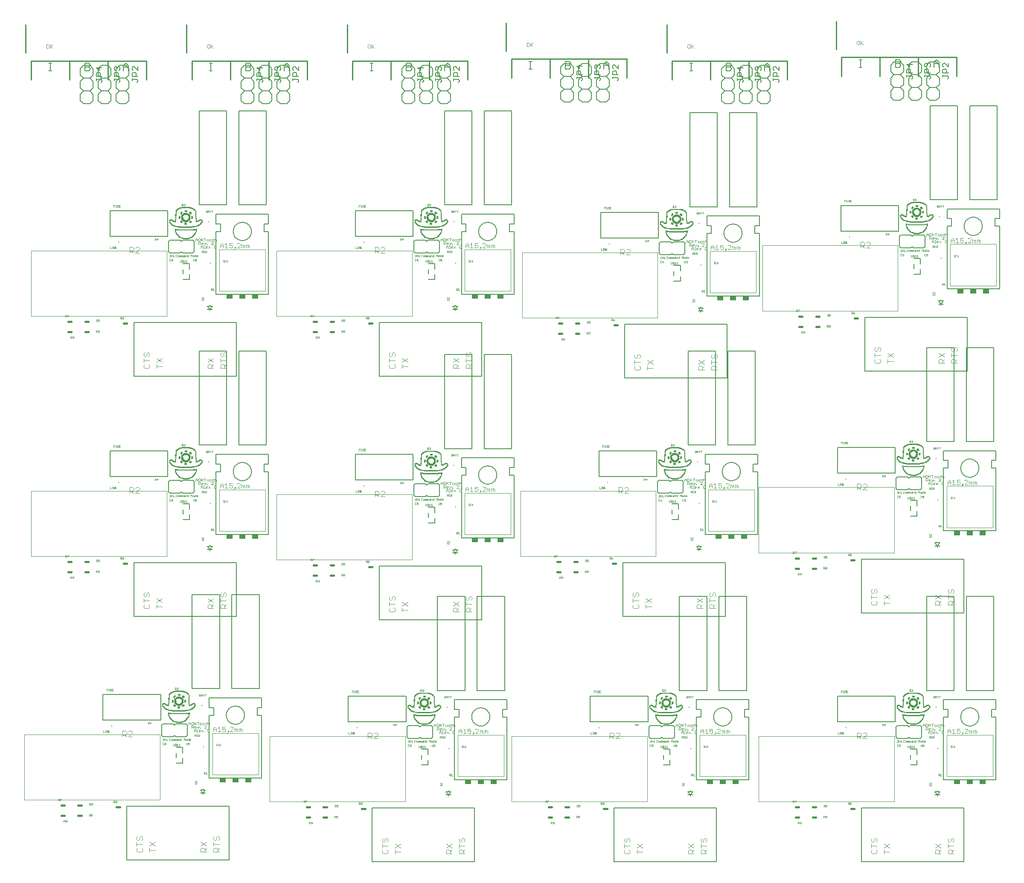
<source format=gto>
G75*
G70*
%OFA0B0*%
%FSLAX24Y24*%
%IPPOS*%
%LPD*%
G04 *
G04 macro definitions for tiled file 'silkStiched.GTO':*
G04 *
%AMOC8*
5,1,8,0,0,1.08239X$1,22.5*
%
G04 *
G04 aperture list for tiled file 'silkStiched.GTO':*
G04 *
%ADD40C,0.0160*%
%ADD28R,0.0450X0.0030*%
%ADD25R,0.1650X0.0030*%
%ADD46C,0.0000*%
%ADD13R,0.0270X0.0030*%
%ADD16R,0.0180X0.0030*%
%ADD48C,0.0030*%
%ADD31R,0.0570X0.0030*%
%ADD36R,0.0930X0.0030*%
%ADD24R,0.1410X0.0030*%
%ADD18R,0.0120X0.0030*%
%ADD21R,0.1740X0.0030*%
%ADD41C,0.0050*%
%ADD47C,0.0100*%
%ADD23R,0.1050X0.0030*%
%ADD43C,0.0060*%
%ADD34R,0.0390X0.0030*%
%ADD15R,0.0210X0.0030*%
%ADD33R,0.0480X0.0030*%
%ADD26R,0.0060X0.0030*%
%ADD20R,0.1230X0.0030*%
%ADD45R,0.0079X0.0079*%
%ADD39C,0.0010*%
%ADD14R,0.0240X0.0030*%
%ADD27R,0.0360X0.0030*%
%ADD29R,0.0540X0.0030*%
%ADD38C,0.0020*%
%ADD11R,0.0600X0.0030*%
%ADD30R,0.0030X0.0030*%
%ADD44R,0.0500X0.0350*%
%ADD37R,0.0660X0.0030*%
%ADD22R,0.0300X0.0030*%
%ADD19R,0.0090X0.0030*%
%ADD32R,0.0330X0.0030*%
%ADD12R,0.0750X0.0030*%
%ADD10R,0.0420X0.0030*%
%ADD17R,0.0150X0.0030*%
%ADD42C,0.0040*%
%ADD35R,0.1080X0.0030*%
G04 *
G04 next data from source file './adknbcopyanothercopy/top_silk.GTO', *
G04 source file key is 'infile_0003'. *
G04 *
D10*
X050440Y012030D03*
X051130Y013020D03*
X049720Y013020D03*
D11*
X050440Y012060D03*
X050440Y013950D03*
D12*
X050425Y012090D03*
D13*
X050125Y012120D03*
X049705Y012810D03*
X049525Y013440D03*
X049285Y013530D03*
X050425Y014070D03*
D14*
X050230Y013920D03*
X050230Y013530D03*
X050440Y013380D03*
X051340Y013080D03*
X051580Y013530D03*
X050980Y014400D03*
X049540Y013410D03*
X049510Y013080D03*
X050050Y012150D03*
X050740Y012120D03*
D15*
X050815Y012150D03*
X050425Y013200D03*
X050425Y013230D03*
X050095Y013380D03*
X050635Y013530D03*
X050665Y013560D03*
X050785Y013380D03*
X050665Y013890D03*
X050635Y013920D03*
X050785Y014070D03*
X050095Y014070D03*
X049825Y014370D03*
X049885Y014400D03*
X051325Y013410D03*
X051445Y013470D03*
X051415Y013110D03*
D16*
X051460Y013140D03*
X051520Y013170D03*
X050800Y013410D03*
X050770Y013350D03*
X050680Y013590D03*
X050710Y013650D03*
X050710Y013830D03*
X050680Y013860D03*
X050800Y014040D03*
X050770Y014100D03*
X050440Y014160D03*
X050440Y014190D03*
X050440Y014220D03*
X050440Y014250D03*
X050440Y014280D03*
X050200Y013890D03*
X050170Y013860D03*
X050140Y013740D03*
X050140Y013710D03*
X050170Y013620D03*
X050170Y013590D03*
X050200Y013560D03*
X050080Y013410D03*
X050410Y013260D03*
X049570Y013380D03*
X049420Y013470D03*
X049390Y013140D03*
X049450Y013110D03*
X049990Y012180D03*
X050860Y012180D03*
X050920Y012210D03*
X051040Y014370D03*
X049780Y014340D03*
D17*
X049735Y014310D03*
X050065Y014040D03*
X050095Y014100D03*
X050155Y013830D03*
X050155Y013800D03*
X050155Y013770D03*
X050155Y013680D03*
X050155Y013650D03*
X049945Y013680D03*
X049945Y013710D03*
X049945Y013740D03*
X049945Y013770D03*
X049945Y013800D03*
X050095Y013350D03*
X050425Y013290D03*
X050425Y013170D03*
X050695Y013620D03*
X050725Y013680D03*
X050725Y013710D03*
X050725Y013740D03*
X050725Y013770D03*
X050725Y013800D03*
X050935Y013740D03*
X051295Y013380D03*
X051565Y013200D03*
X051595Y013230D03*
X051625Y013260D03*
X051595Y013560D03*
X051085Y014340D03*
X049345Y013170D03*
X049315Y013200D03*
X049915Y012240D03*
X049945Y012210D03*
X050965Y012240D03*
X050995Y012270D03*
X051025Y012300D03*
X051055Y012330D03*
D18*
X051070Y012360D03*
X051100Y012390D03*
X051130Y012420D03*
X051160Y012480D03*
X051190Y012540D03*
X051250Y012720D03*
X051640Y013290D03*
X051670Y013320D03*
X051700Y013380D03*
X051700Y013440D03*
X050920Y013650D03*
X050920Y013680D03*
X050920Y013710D03*
X050920Y013770D03*
X050920Y013800D03*
X050800Y014010D03*
X050770Y014130D03*
X051130Y014310D03*
X051160Y014280D03*
X050800Y013440D03*
X050770Y013320D03*
X050110Y013320D03*
X050080Y013440D03*
X049930Y013650D03*
X049630Y013530D03*
X049660Y013860D03*
X049660Y013890D03*
X049660Y013920D03*
X049660Y013950D03*
X049660Y013980D03*
X049690Y014250D03*
X049720Y014280D03*
X050110Y014130D03*
X049270Y013560D03*
X049180Y013470D03*
X049180Y013350D03*
X049210Y013290D03*
X049240Y013260D03*
X049270Y013230D03*
X049630Y012660D03*
X049660Y012570D03*
X049690Y012510D03*
X049720Y012450D03*
X049750Y012390D03*
X049780Y012360D03*
X049810Y012330D03*
X049840Y012300D03*
X049870Y012270D03*
D19*
X049735Y012420D03*
X049705Y012480D03*
X049675Y012540D03*
X049645Y012600D03*
X049645Y012630D03*
X049615Y012690D03*
X049615Y012720D03*
X049615Y012840D03*
X049615Y013470D03*
X049615Y013500D03*
X049645Y013560D03*
X049645Y013590D03*
X049645Y013620D03*
X049645Y013650D03*
X049645Y013680D03*
X049645Y013710D03*
X049645Y013740D03*
X049645Y013770D03*
X049645Y013800D03*
X049645Y013830D03*
X049675Y014010D03*
X049675Y014040D03*
X049675Y014070D03*
X049675Y014100D03*
X049675Y014130D03*
X049675Y014160D03*
X049675Y014190D03*
X049675Y014220D03*
X050065Y014010D03*
X049165Y013440D03*
X049165Y013410D03*
X049165Y013380D03*
X049195Y013320D03*
X051205Y013650D03*
X051205Y013680D03*
X051205Y013710D03*
X051205Y013740D03*
X051205Y013770D03*
X051205Y013800D03*
X051205Y013830D03*
X051205Y013860D03*
X051205Y013890D03*
X051205Y013920D03*
X051205Y013950D03*
X051205Y013980D03*
X051205Y014010D03*
X051205Y014040D03*
X051205Y014070D03*
X051205Y014100D03*
X051205Y014130D03*
X051205Y014160D03*
X051205Y014190D03*
X051175Y014220D03*
X051175Y014250D03*
X051235Y013620D03*
X051235Y013590D03*
X051235Y013560D03*
X051235Y013530D03*
X051235Y013500D03*
X051235Y013470D03*
X051685Y013470D03*
X051715Y013410D03*
X051685Y013350D03*
X051265Y012840D03*
X051235Y012690D03*
X051235Y012660D03*
X051235Y012630D03*
X051205Y012600D03*
X051205Y012570D03*
X051175Y012510D03*
X051145Y012450D03*
D20*
X050425Y012720D03*
D21*
X050440Y012750D03*
X050440Y012780D03*
D22*
X051160Y012810D03*
X051250Y013050D03*
X051340Y013440D03*
X050890Y014430D03*
X049990Y014430D03*
X049300Y013500D03*
X049600Y013050D03*
D23*
X050425Y012930D03*
D24*
X050425Y012960D03*
D25*
X050425Y012990D03*
D26*
X050110Y013290D03*
X050080Y013470D03*
X050770Y013290D03*
X050080Y013980D03*
X050110Y014160D03*
X050770Y014160D03*
D27*
X050440Y013410D03*
D28*
X050425Y013440D03*
D29*
X050440Y013470D03*
X050440Y013980D03*
D30*
X050785Y013980D03*
X050965Y013830D03*
X050785Y013470D03*
X049915Y013830D03*
D31*
X050425Y013500D03*
D32*
X051565Y013500D03*
D33*
X050440Y014010D03*
D34*
X050425Y014040D03*
D35*
X050440Y014460D03*
D36*
X050425Y014490D03*
D37*
X050440Y014520D03*
D38*
X050348Y014650D02*
X050301Y014650D01*
X050278Y014673D01*
X050224Y014650D02*
X050177Y014697D01*
X050200Y014697D02*
X050130Y014697D01*
X050130Y014650D02*
X050130Y014790D01*
X050200Y014790D01*
X050224Y014767D01*
X050224Y014720D01*
X050200Y014697D01*
X050278Y014767D02*
X050301Y014790D01*
X050348Y014790D01*
X050371Y014767D01*
X050371Y014743D01*
X050348Y014720D01*
X050371Y014697D01*
X050371Y014673D01*
X050348Y014650D01*
X050348Y014720D02*
X050324Y014720D01*
X052005Y014280D02*
X052005Y014140D01*
X052075Y014140D01*
X052098Y014163D01*
X052098Y014187D01*
X052075Y014210D01*
X052005Y014210D01*
X052075Y014210D02*
X052098Y014233D01*
X052098Y014257D01*
X052075Y014280D01*
X052005Y014280D01*
X052152Y014233D02*
X052199Y014280D01*
X052246Y014233D01*
X052246Y014140D01*
X052246Y014210D02*
X052152Y014210D01*
X052152Y014233D02*
X052152Y014140D01*
X052346Y014140D02*
X052346Y014280D01*
X052300Y014280D02*
X052393Y014280D01*
X052447Y014280D02*
X052540Y014280D01*
X052494Y014280D02*
X052494Y014140D01*
X052658Y012110D02*
X052658Y011890D01*
X052584Y011890D02*
X052548Y011927D01*
X052548Y012073D01*
X052584Y012037D02*
X052511Y012037D01*
X052437Y012000D02*
X052400Y012037D01*
X052327Y012037D01*
X052290Y012000D01*
X052290Y011927D01*
X052327Y011890D01*
X052400Y011890D01*
X052437Y011927D01*
X052437Y012000D01*
X052456Y011840D02*
X052419Y011803D01*
X052456Y011840D02*
X052530Y011840D01*
X052566Y011803D01*
X052566Y011767D01*
X052419Y011620D01*
X052566Y011620D01*
X052636Y011533D02*
X052636Y011387D01*
X052673Y011350D01*
X052746Y011350D01*
X052783Y011387D01*
X052783Y011533D02*
X052746Y011570D01*
X052673Y011570D01*
X052636Y011533D01*
X052341Y011497D02*
X052194Y011350D01*
X052120Y011423D02*
X051973Y011423D01*
X051973Y011387D02*
X051973Y011460D01*
X052010Y011497D01*
X052083Y011497D01*
X052120Y011460D01*
X052120Y011423D01*
X052083Y011350D02*
X052010Y011350D01*
X051973Y011387D01*
X051899Y011350D02*
X051826Y011350D01*
X051863Y011350D02*
X051863Y011570D01*
X051826Y011570D01*
X051756Y011620D02*
X051683Y011620D01*
X051646Y011657D01*
X051646Y011730D01*
X051683Y011767D01*
X051756Y011767D01*
X051793Y011730D01*
X051793Y011693D01*
X051646Y011693D01*
X051572Y011730D02*
X051535Y011693D01*
X051425Y011693D01*
X051425Y011620D02*
X051425Y011840D01*
X051535Y011840D01*
X051572Y011803D01*
X051572Y011730D01*
X051498Y011693D02*
X051572Y011620D01*
X051678Y011570D02*
X051605Y011497D01*
X051605Y011350D01*
X051605Y011460D02*
X051752Y011460D01*
X051752Y011497D02*
X051752Y011350D01*
X051752Y011497D02*
X051678Y011570D01*
X051940Y011620D02*
X051867Y011767D01*
X051921Y011890D02*
X051921Y012110D01*
X051848Y012110D02*
X051995Y012110D01*
X052069Y012000D02*
X052069Y011927D01*
X052106Y011890D01*
X052179Y011890D01*
X052216Y011927D01*
X052216Y012000D01*
X052179Y012037D01*
X052106Y012037D01*
X052069Y012000D01*
X052014Y011767D02*
X051940Y011620D01*
X052088Y011620D02*
X052125Y011620D01*
X052125Y011657D01*
X052088Y011657D01*
X052088Y011620D01*
X052194Y011497D02*
X052341Y011350D01*
X052053Y011107D02*
X052030Y011130D01*
X051983Y011130D01*
X051960Y011107D01*
X051960Y011013D01*
X051983Y010990D01*
X052030Y010990D01*
X052053Y011013D01*
X052053Y011060D01*
X052006Y011060D01*
X051906Y010990D02*
X051812Y010990D01*
X051812Y011130D01*
X051906Y011130D01*
X051859Y011060D02*
X051812Y011060D01*
X051758Y011060D02*
X051735Y011037D01*
X051665Y011037D01*
X051712Y011037D02*
X051758Y010990D01*
X051758Y011060D02*
X051758Y011107D01*
X051735Y011130D01*
X051665Y011130D01*
X051665Y010990D01*
X051627Y011890D02*
X051627Y012110D01*
X051553Y012073D02*
X051516Y012110D01*
X051406Y012110D01*
X051406Y011890D01*
X051516Y011890D01*
X051553Y011927D01*
X051553Y012073D01*
X051627Y011963D02*
X051774Y012110D01*
X051664Y012000D02*
X051774Y011890D01*
X051332Y011890D02*
X051332Y012037D01*
X051258Y012110D01*
X051185Y012037D01*
X051185Y011890D01*
X051185Y012000D02*
X051332Y012000D01*
X052658Y012000D02*
X052695Y012037D01*
X052768Y012037D01*
X052805Y012000D01*
X052805Y011890D01*
X053045Y011250D02*
X053045Y008000D01*
X056645Y008000D01*
X056645Y011250D01*
X053045Y011250D01*
X053355Y010400D02*
X053402Y010400D01*
X053378Y010400D02*
X053378Y010260D01*
X053355Y010260D02*
X053402Y010260D01*
X053453Y010283D02*
X053477Y010260D01*
X053523Y010260D01*
X053547Y010283D01*
X053601Y010260D02*
X053694Y010260D01*
X053647Y010260D02*
X053647Y010400D01*
X053601Y010353D01*
X053547Y010377D02*
X053523Y010400D01*
X053477Y010400D01*
X053453Y010377D01*
X053453Y010283D01*
X052594Y008190D02*
X052594Y008050D01*
X052548Y008050D02*
X052641Y008050D01*
X052548Y008143D02*
X052594Y008190D01*
X052494Y008167D02*
X052494Y008120D01*
X052470Y008097D01*
X052400Y008097D01*
X052400Y008050D02*
X052400Y008190D01*
X052470Y008190D01*
X052494Y008167D01*
X052447Y008097D02*
X052494Y008050D01*
X049533Y010660D02*
X049440Y010660D01*
X049486Y010660D02*
X049486Y010800D01*
X049440Y010753D01*
X049386Y010730D02*
X049362Y010707D01*
X049292Y010707D01*
X049292Y010660D02*
X049292Y010800D01*
X049362Y010800D01*
X049386Y010777D01*
X049386Y010730D01*
X049238Y010800D02*
X049192Y010800D01*
X049215Y010800D02*
X049215Y010683D01*
X049192Y010660D01*
X049168Y010660D01*
X049145Y010683D01*
D39*
X041425Y004445D02*
X041425Y004295D01*
X041425Y004345D02*
X041500Y004345D01*
X041525Y004370D01*
X041525Y004420D01*
X041500Y004445D01*
X041425Y004445D01*
X041475Y004345D02*
X041525Y004295D01*
X041573Y004320D02*
X041598Y004295D01*
X041648Y004295D01*
X041673Y004320D01*
X041673Y004420D01*
X041648Y004445D01*
X041598Y004445D01*
X041573Y004420D01*
X041573Y004395D01*
X041598Y004370D01*
X041673Y004370D01*
X043420Y004765D02*
X043420Y004915D01*
X043495Y004915D01*
X043520Y004890D01*
X043520Y004840D01*
X043495Y004815D01*
X043420Y004815D01*
X043470Y004815D02*
X043520Y004765D01*
X043567Y004790D02*
X043592Y004765D01*
X043642Y004765D01*
X043667Y004790D01*
X043667Y004815D01*
X043642Y004840D01*
X043592Y004840D01*
X043567Y004865D01*
X043567Y004890D01*
X043592Y004915D01*
X043642Y004915D01*
X043667Y004890D01*
X043667Y004865D01*
X043642Y004840D01*
X043592Y004840D02*
X043567Y004815D01*
X043567Y004790D01*
X043535Y005615D02*
X043485Y005665D01*
X043510Y005665D02*
X043435Y005665D01*
X043435Y005615D02*
X043435Y005765D01*
X043510Y005765D01*
X043535Y005740D01*
X043535Y005690D01*
X043510Y005665D01*
X043583Y005640D02*
X043608Y005615D01*
X043658Y005615D01*
X043683Y005640D01*
X043683Y005690D01*
X043658Y005715D01*
X043633Y005715D01*
X043583Y005690D01*
X043583Y005765D01*
X043683Y005765D01*
X045330Y005805D02*
X045330Y005955D01*
X045405Y005955D01*
X045430Y005930D01*
X045430Y005880D01*
X045405Y005855D01*
X045330Y005855D01*
X045380Y005855D02*
X045430Y005805D01*
X045477Y005830D02*
X045502Y005805D01*
X045552Y005805D01*
X045577Y005830D01*
X045577Y005855D01*
X045552Y005880D01*
X045477Y005880D01*
X045477Y005830D01*
X045477Y005880D02*
X045527Y005930D01*
X045577Y005955D01*
X041267Y006090D02*
X041167Y005990D01*
X041167Y005965D01*
X041120Y005965D02*
X041070Y006015D01*
X041095Y006015D02*
X041020Y006015D01*
X041020Y005965D02*
X041020Y006115D01*
X041095Y006115D01*
X041120Y006090D01*
X041120Y006040D01*
X041095Y006015D01*
X041167Y006115D02*
X041267Y006115D01*
X041267Y006090D01*
X044530Y011305D02*
X044630Y011305D01*
X044677Y011305D02*
X044727Y011305D01*
X044702Y011305D02*
X044702Y011455D01*
X044677Y011455D02*
X044727Y011455D01*
X044776Y011455D02*
X044876Y011305D01*
X044876Y011455D01*
X044923Y011455D02*
X044923Y011305D01*
X044923Y011355D02*
X045023Y011455D01*
X044948Y011380D02*
X045023Y011305D01*
X044776Y011305D02*
X044776Y011455D01*
X044530Y011455D02*
X044530Y011305D01*
X048010Y011955D02*
X048010Y012105D01*
X048085Y012105D01*
X048110Y012080D01*
X048110Y012030D01*
X048085Y012005D01*
X048010Y012005D01*
X048060Y012005D02*
X048110Y011955D01*
X048157Y012030D02*
X048257Y012030D01*
X048232Y011955D02*
X048232Y012105D01*
X048157Y012030D01*
X049650Y010810D02*
X049650Y010710D01*
X049675Y010685D01*
X049725Y010685D01*
X049750Y010710D01*
X049797Y010710D02*
X049822Y010685D01*
X049872Y010685D01*
X049897Y010710D01*
X049897Y010760D01*
X049872Y010785D01*
X049822Y010785D01*
X049797Y010760D01*
X049797Y010710D01*
X049750Y010810D02*
X049725Y010835D01*
X049675Y010835D01*
X049650Y010810D01*
X049945Y010785D02*
X049970Y010785D01*
X049995Y010760D01*
X050020Y010785D01*
X050045Y010760D01*
X050045Y010685D01*
X050092Y010685D02*
X050092Y010785D01*
X050117Y010785D01*
X050142Y010760D01*
X050167Y010785D01*
X050192Y010760D01*
X050192Y010685D01*
X050142Y010685D02*
X050142Y010760D01*
X050239Y010710D02*
X050264Y010735D01*
X050339Y010735D01*
X050339Y010760D02*
X050339Y010685D01*
X050264Y010685D01*
X050239Y010710D01*
X050264Y010785D02*
X050314Y010785D01*
X050339Y010760D01*
X050387Y010785D02*
X050462Y010785D01*
X050487Y010760D01*
X050487Y010685D01*
X050534Y010710D02*
X050534Y010760D01*
X050559Y010785D01*
X050634Y010785D01*
X050634Y010835D02*
X050634Y010685D01*
X050559Y010685D01*
X050534Y010710D01*
X050387Y010685D02*
X050387Y010785D01*
X050335Y010395D02*
X050335Y010245D01*
X050285Y010245D02*
X050385Y010245D01*
X050433Y010245D02*
X050533Y010245D01*
X050483Y010245D02*
X050483Y010395D01*
X050433Y010345D01*
X050335Y010395D02*
X050285Y010345D01*
X050238Y010370D02*
X050213Y010395D01*
X050163Y010395D01*
X050138Y010370D01*
X050138Y010345D01*
X050163Y010320D01*
X050213Y010320D01*
X050238Y010295D01*
X050238Y010270D01*
X050213Y010245D01*
X050163Y010245D01*
X050138Y010270D01*
X050091Y010270D02*
X050091Y010395D01*
X050188Y010420D02*
X050188Y010220D01*
X050091Y010270D02*
X050066Y010245D01*
X050016Y010245D01*
X049991Y010270D01*
X049991Y010395D01*
X049995Y010685D02*
X049995Y010760D01*
X049945Y010785D02*
X049945Y010685D01*
X049410Y010491D02*
X049360Y010466D01*
X049310Y010416D01*
X049385Y010416D01*
X049410Y010391D01*
X049410Y010366D01*
X049385Y010341D01*
X049335Y010341D01*
X049310Y010366D01*
X049310Y010416D01*
X049263Y010366D02*
X049238Y010341D01*
X049188Y010341D01*
X049163Y010366D01*
X049163Y010466D01*
X049188Y010491D01*
X049238Y010491D01*
X049263Y010466D01*
X050829Y010685D02*
X050829Y010835D01*
X050879Y010785D01*
X050929Y010835D01*
X050929Y010685D01*
X050976Y010710D02*
X051001Y010685D01*
X051051Y010685D01*
X051076Y010710D01*
X051076Y010760D01*
X051051Y010785D01*
X051001Y010785D01*
X050976Y010760D01*
X050976Y010710D01*
X051123Y010710D02*
X051123Y010760D01*
X051148Y010785D01*
X051223Y010785D01*
X051223Y010835D02*
X051223Y010685D01*
X051148Y010685D01*
X051123Y010710D01*
X051271Y010710D02*
X051271Y010760D01*
X051296Y010785D01*
X051346Y010785D01*
X051371Y010760D01*
X051371Y010735D01*
X051271Y010735D01*
X051271Y010710D02*
X051296Y010685D01*
X051346Y010685D01*
X051260Y010479D02*
X051160Y010479D01*
X051160Y010404D01*
X051210Y010429D01*
X051235Y010429D01*
X051260Y010404D01*
X051260Y010354D01*
X051235Y010329D01*
X051185Y010329D01*
X051160Y010354D01*
X051112Y010354D02*
X051087Y010329D01*
X051037Y010329D01*
X051012Y010354D01*
X051012Y010454D01*
X051037Y010479D01*
X051087Y010479D01*
X051112Y010454D01*
X051705Y007512D02*
X051680Y007487D01*
X051680Y007437D01*
X051705Y007412D01*
X051705Y007365D02*
X051680Y007340D01*
X051680Y007265D01*
X051830Y007265D01*
X051830Y007340D01*
X051805Y007365D01*
X051705Y007365D01*
X051830Y007412D02*
X051730Y007512D01*
X051705Y007512D01*
X051830Y007512D02*
X051830Y007412D01*
X045317Y014551D02*
X045217Y014551D01*
X045217Y014701D01*
X045317Y014701D01*
X045267Y014626D02*
X045217Y014626D01*
X045170Y014601D02*
X045145Y014626D01*
X045095Y014626D01*
X045070Y014651D01*
X045070Y014676D01*
X045095Y014701D01*
X045145Y014701D01*
X045170Y014676D01*
X045170Y014601D02*
X045170Y014576D01*
X045145Y014551D01*
X045095Y014551D01*
X045070Y014576D01*
X045023Y014576D02*
X045023Y014701D01*
X044923Y014701D02*
X044923Y014576D01*
X044948Y014551D01*
X044998Y014551D01*
X045023Y014576D01*
X044875Y014701D02*
X044775Y014701D01*
X044775Y014551D01*
X044775Y014626D02*
X044825Y014626D01*
D40*
X045565Y005460D02*
X045805Y005460D01*
X042805Y005610D02*
X042565Y005610D01*
X042565Y004800D02*
X042805Y004800D01*
X041485Y004800D02*
X041245Y004800D01*
X041245Y005610D02*
X041485Y005610D01*
D41*
X046365Y005540D02*
X046365Y001340D01*
X054365Y001340D01*
X054365Y005540D01*
X046365Y005540D01*
X052127Y006565D02*
X052315Y006565D01*
X052315Y006469D01*
X052315Y006565D02*
X052503Y006565D01*
X052315Y006565D02*
X052503Y006815D01*
X052315Y006815D01*
X052315Y006911D01*
X052315Y006815D02*
X052127Y006815D01*
X052315Y006565D01*
X049022Y012255D02*
X049022Y014265D01*
X044500Y014265D01*
X044500Y012255D01*
X049022Y012255D01*
X051465Y014720D02*
X053605Y014720D01*
X053605Y022070D01*
X051465Y022070D01*
X051465Y022020D01*
X051465Y014720D01*
X054565Y014720D02*
X056705Y014720D01*
X056705Y022070D01*
X054565Y022070D01*
X054565Y022020D01*
X054565Y014720D01*
D42*
X054607Y011720D02*
X054490Y011720D01*
X054432Y011662D01*
X054607Y011720D02*
X054665Y011662D01*
X054665Y011604D01*
X054432Y011370D01*
X054665Y011370D01*
X054791Y011370D02*
X054791Y011604D01*
X054849Y011604D01*
X054908Y011545D01*
X054966Y011604D01*
X055024Y011545D01*
X055024Y011370D01*
X054908Y011370D02*
X054908Y011545D01*
X055150Y011604D02*
X055150Y011370D01*
X055267Y011370D02*
X055267Y011545D01*
X055325Y011604D01*
X055383Y011545D01*
X055383Y011370D01*
X055267Y011545D02*
X055208Y011604D01*
X055150Y011604D01*
X054309Y011428D02*
X054251Y011428D01*
X054251Y011370D01*
X054309Y011370D01*
X054309Y011428D01*
X054309Y011370D02*
X054192Y011253D01*
X054067Y011428D02*
X054008Y011370D01*
X053892Y011370D01*
X053833Y011428D01*
X053833Y011545D02*
X053950Y011604D01*
X054008Y011604D01*
X054067Y011545D01*
X054067Y011428D01*
X053833Y011545D02*
X053833Y011720D01*
X054067Y011720D01*
X053591Y011720D02*
X053591Y011370D01*
X053474Y011370D02*
X053708Y011370D01*
X053474Y011604D02*
X053591Y011720D01*
X053349Y011604D02*
X053349Y011370D01*
X053349Y011545D02*
X053115Y011545D01*
X053115Y011604D02*
X053232Y011720D01*
X053349Y011604D01*
X053115Y011604D02*
X053115Y011370D01*
X046802Y011344D02*
X046725Y011420D01*
X046571Y011420D01*
X046495Y011344D01*
X046341Y011344D02*
X046341Y011190D01*
X046264Y011113D01*
X046034Y011113D01*
X046034Y010960D02*
X046034Y011420D01*
X046264Y011420D01*
X046341Y011344D01*
X046188Y011113D02*
X046341Y010960D01*
X046495Y010960D02*
X046802Y011267D01*
X046802Y011344D01*
X046802Y010960D02*
X046495Y010960D01*
X047211Y003188D02*
X047135Y003111D01*
X047135Y002958D01*
X047211Y002881D01*
X047288Y002881D01*
X047365Y002958D01*
X047365Y003111D01*
X047442Y003188D01*
X047518Y003188D01*
X047595Y003111D01*
X047595Y002958D01*
X047518Y002881D01*
X047595Y002574D02*
X047135Y002574D01*
X047135Y002727D02*
X047135Y002420D01*
X047211Y002267D02*
X047135Y002190D01*
X047135Y002037D01*
X047211Y001960D01*
X047518Y001960D01*
X047595Y002037D01*
X047595Y002190D01*
X047518Y002267D01*
X048135Y002267D02*
X048135Y001960D01*
X048135Y002113D02*
X048595Y002113D01*
X048595Y002420D02*
X048135Y002727D01*
X048135Y002420D02*
X048595Y002727D01*
X052135Y002727D02*
X052595Y002420D01*
X052595Y002267D02*
X052442Y002113D01*
X052442Y002190D02*
X052442Y001960D01*
X052595Y001960D02*
X052135Y001960D01*
X052135Y002190D01*
X052211Y002267D01*
X052365Y002267D01*
X052442Y002190D01*
X052135Y002420D02*
X052595Y002727D01*
X053135Y002727D02*
X053135Y002420D01*
X053135Y002727D01*
X053135Y002574D02*
X053595Y002574D01*
X053135Y002574D01*
X053211Y002881D02*
X053288Y002881D01*
X053365Y002958D01*
X053365Y003111D01*
X053442Y003188D01*
X053518Y003188D01*
X053595Y003111D01*
X053595Y002958D01*
X053518Y002881D01*
X053595Y002958D01*
X053595Y003111D01*
X053518Y003188D01*
X053442Y003188D01*
X053365Y003111D01*
X053365Y002958D01*
X053288Y002881D01*
X053211Y002881D01*
X053135Y002958D01*
X053135Y003111D01*
X053211Y003188D01*
X053135Y003111D01*
X053135Y002958D01*
X053211Y002881D01*
X053211Y002267D02*
X053365Y002267D01*
X053442Y002190D01*
X053442Y001960D01*
X053442Y002190D01*
X053365Y002267D01*
X053211Y002267D01*
X053135Y002190D01*
X053135Y001960D01*
X053595Y001960D01*
X053135Y001960D01*
X053135Y002190D01*
X053211Y002267D01*
X053442Y002113D02*
X053595Y002267D01*
X053442Y002113D01*
D43*
X052795Y007750D02*
X052795Y012650D01*
X053145Y012650D01*
X053145Y013250D01*
X052795Y013250D01*
X052795Y014000D01*
X056895Y014000D01*
X056895Y013250D01*
X056545Y013250D01*
X056545Y012650D01*
X056895Y012650D01*
X056895Y007750D01*
X052795Y007750D01*
X050725Y008891D02*
X050725Y009288D01*
X050725Y008891D02*
X050208Y008891D01*
X050205Y009344D02*
X050205Y009682D01*
X050208Y010129D02*
X050725Y010129D01*
X050725Y009712D01*
X050975Y010970D02*
X050175Y010970D01*
X050075Y011070D01*
X049975Y010970D01*
X049175Y010970D01*
X049075Y011070D01*
X049075Y011870D01*
X049175Y011970D01*
X049975Y011970D01*
X050075Y011870D01*
X050175Y011970D01*
X050975Y011970D01*
X051075Y011870D01*
X051075Y011070D01*
X050975Y010970D01*
X054135Y012650D02*
X054137Y012703D01*
X054143Y012756D01*
X054153Y012808D01*
X054167Y012859D01*
X054184Y012909D01*
X054205Y012958D01*
X054230Y013005D01*
X054258Y013050D01*
X054290Y013093D01*
X054325Y013133D01*
X054362Y013170D01*
X054402Y013205D01*
X054445Y013237D01*
X054490Y013265D01*
X054537Y013290D01*
X054586Y013311D01*
X054636Y013328D01*
X054687Y013342D01*
X054739Y013352D01*
X054792Y013358D01*
X054845Y013360D01*
X054898Y013358D01*
X054951Y013352D01*
X055003Y013342D01*
X055054Y013328D01*
X055104Y013311D01*
X055153Y013290D01*
X055200Y013265D01*
X055245Y013237D01*
X055288Y013205D01*
X055328Y013170D01*
X055365Y013133D01*
X055400Y013093D01*
X055432Y013050D01*
X055460Y013005D01*
X055485Y012958D01*
X055506Y012909D01*
X055523Y012859D01*
X055537Y012808D01*
X055547Y012756D01*
X055553Y012703D01*
X055555Y012650D01*
X055553Y012597D01*
X055547Y012544D01*
X055537Y012492D01*
X055523Y012441D01*
X055506Y012391D01*
X055485Y012342D01*
X055460Y012295D01*
X055432Y012250D01*
X055400Y012207D01*
X055365Y012167D01*
X055328Y012130D01*
X055288Y012095D01*
X055245Y012063D01*
X055200Y012035D01*
X055153Y012010D01*
X055104Y011989D01*
X055054Y011972D01*
X055003Y011958D01*
X054951Y011948D01*
X054898Y011942D01*
X054845Y011940D01*
X054792Y011942D01*
X054739Y011948D01*
X054687Y011958D01*
X054636Y011972D01*
X054586Y011989D01*
X054537Y012010D01*
X054490Y012035D01*
X054445Y012063D01*
X054402Y012095D01*
X054362Y012130D01*
X054325Y012167D01*
X054290Y012207D01*
X054258Y012250D01*
X054230Y012295D01*
X054205Y012342D01*
X054184Y012391D01*
X054167Y012441D01*
X054153Y012492D01*
X054143Y012544D01*
X054137Y012597D01*
X054135Y012650D01*
D44*
X053845Y007575D03*
X054845Y007575D03*
X055845Y007575D03*
D45*
X052355Y010179D03*
X052215Y013389D03*
X045184Y011790D03*
D46*
X048246Y011149D02*
X048950Y011149D01*
X048950Y010637D01*
X048950Y006531D01*
X048950Y006031D01*
X048246Y006031D01*
X041155Y006031D01*
X038360Y006031D01*
X038360Y011149D01*
X041155Y011149D01*
X048246Y011149D01*
G04 *
G04 next data from source file './adknbcopy3rdcopy/top_silk.GTO', *
G04 source file key is 'infile_0010'. *
G04 *
D10*
X069745Y012030D03*
X070435Y013020D03*
X069025Y013020D03*
D11*
X069745Y012060D03*
X069745Y013950D03*
D12*
X069730Y012090D03*
D13*
X069430Y012120D03*
X069010Y012810D03*
X068830Y013440D03*
X068590Y013530D03*
X069730Y014070D03*
D14*
X069535Y013920D03*
X069535Y013530D03*
X069745Y013380D03*
X070645Y013080D03*
X070885Y013530D03*
X070285Y014400D03*
X068845Y013410D03*
X068815Y013080D03*
X069355Y012150D03*
X070045Y012120D03*
D15*
X070120Y012150D03*
X069730Y013200D03*
X069730Y013230D03*
X069400Y013380D03*
X069940Y013530D03*
X069970Y013560D03*
X070090Y013380D03*
X069970Y013890D03*
X069940Y013920D03*
X070090Y014070D03*
X069400Y014070D03*
X069130Y014370D03*
X069190Y014400D03*
X070630Y013410D03*
X070750Y013470D03*
X070720Y013110D03*
D16*
X070765Y013140D03*
X070825Y013170D03*
X070105Y013410D03*
X070075Y013350D03*
X069985Y013590D03*
X070015Y013650D03*
X070015Y013830D03*
X069985Y013860D03*
X070105Y014040D03*
X070075Y014100D03*
X069745Y014160D03*
X069745Y014190D03*
X069745Y014220D03*
X069745Y014250D03*
X069745Y014280D03*
X069505Y013890D03*
X069475Y013860D03*
X069445Y013740D03*
X069445Y013710D03*
X069475Y013620D03*
X069475Y013590D03*
X069505Y013560D03*
X069385Y013410D03*
X069715Y013260D03*
X068875Y013380D03*
X068725Y013470D03*
X068695Y013140D03*
X068755Y013110D03*
X069295Y012180D03*
X070165Y012180D03*
X070225Y012210D03*
X070345Y014370D03*
X069085Y014340D03*
D17*
X069040Y014310D03*
X069370Y014040D03*
X069400Y014100D03*
X069460Y013830D03*
X069460Y013800D03*
X069460Y013770D03*
X069460Y013680D03*
X069460Y013650D03*
X069250Y013680D03*
X069250Y013710D03*
X069250Y013740D03*
X069250Y013770D03*
X069250Y013800D03*
X069400Y013350D03*
X069730Y013290D03*
X069730Y013170D03*
X070000Y013620D03*
X070030Y013680D03*
X070030Y013710D03*
X070030Y013740D03*
X070030Y013770D03*
X070030Y013800D03*
X070240Y013740D03*
X070600Y013380D03*
X070870Y013200D03*
X070900Y013230D03*
X070930Y013260D03*
X070900Y013560D03*
X070390Y014340D03*
X068650Y013170D03*
X068620Y013200D03*
X069220Y012240D03*
X069250Y012210D03*
X070270Y012240D03*
X070300Y012270D03*
X070330Y012300D03*
X070360Y012330D03*
D18*
X070375Y012360D03*
X070405Y012390D03*
X070435Y012420D03*
X070465Y012480D03*
X070495Y012540D03*
X070555Y012720D03*
X070945Y013290D03*
X070975Y013320D03*
X071005Y013380D03*
X071005Y013440D03*
X070225Y013650D03*
X070225Y013680D03*
X070225Y013710D03*
X070225Y013770D03*
X070225Y013800D03*
X070105Y014010D03*
X070075Y014130D03*
X070435Y014310D03*
X070465Y014280D03*
X070105Y013440D03*
X070075Y013320D03*
X069415Y013320D03*
X069385Y013440D03*
X069235Y013650D03*
X068935Y013530D03*
X068965Y013860D03*
X068965Y013890D03*
X068965Y013920D03*
X068965Y013950D03*
X068965Y013980D03*
X068995Y014250D03*
X069025Y014280D03*
X069415Y014130D03*
X068575Y013560D03*
X068485Y013470D03*
X068485Y013350D03*
X068515Y013290D03*
X068545Y013260D03*
X068575Y013230D03*
X068935Y012660D03*
X068965Y012570D03*
X068995Y012510D03*
X069025Y012450D03*
X069055Y012390D03*
X069085Y012360D03*
X069115Y012330D03*
X069145Y012300D03*
X069175Y012270D03*
D19*
X069040Y012420D03*
X069010Y012480D03*
X068980Y012540D03*
X068950Y012600D03*
X068950Y012630D03*
X068920Y012690D03*
X068920Y012720D03*
X068920Y012840D03*
X068920Y013470D03*
X068920Y013500D03*
X068950Y013560D03*
X068950Y013590D03*
X068950Y013620D03*
X068950Y013650D03*
X068950Y013680D03*
X068950Y013710D03*
X068950Y013740D03*
X068950Y013770D03*
X068950Y013800D03*
X068950Y013830D03*
X068980Y014010D03*
X068980Y014040D03*
X068980Y014070D03*
X068980Y014100D03*
X068980Y014130D03*
X068980Y014160D03*
X068980Y014190D03*
X068980Y014220D03*
X069370Y014010D03*
X068470Y013440D03*
X068470Y013410D03*
X068470Y013380D03*
X068500Y013320D03*
X070510Y013650D03*
X070510Y013680D03*
X070510Y013710D03*
X070510Y013740D03*
X070510Y013770D03*
X070510Y013800D03*
X070510Y013830D03*
X070510Y013860D03*
X070510Y013890D03*
X070510Y013920D03*
X070510Y013950D03*
X070510Y013980D03*
X070510Y014010D03*
X070510Y014040D03*
X070510Y014070D03*
X070510Y014100D03*
X070510Y014130D03*
X070510Y014160D03*
X070510Y014190D03*
X070480Y014220D03*
X070480Y014250D03*
X070540Y013620D03*
X070540Y013590D03*
X070540Y013560D03*
X070540Y013530D03*
X070540Y013500D03*
X070540Y013470D03*
X070990Y013470D03*
X071020Y013410D03*
X070990Y013350D03*
X070570Y012840D03*
X070540Y012690D03*
X070540Y012660D03*
X070540Y012630D03*
X070510Y012600D03*
X070510Y012570D03*
X070480Y012510D03*
X070450Y012450D03*
D20*
X069730Y012720D03*
D21*
X069745Y012750D03*
X069745Y012780D03*
D22*
X070465Y012810D03*
X070555Y013050D03*
X070645Y013440D03*
X070195Y014430D03*
X069295Y014430D03*
X068605Y013500D03*
X068905Y013050D03*
D23*
X069730Y012930D03*
D24*
X069730Y012960D03*
D25*
X069730Y012990D03*
D26*
X069415Y013290D03*
X069385Y013470D03*
X070075Y013290D03*
X069385Y013980D03*
X069415Y014160D03*
X070075Y014160D03*
D27*
X069745Y013410D03*
D28*
X069730Y013440D03*
D29*
X069745Y013470D03*
X069745Y013980D03*
D30*
X070090Y013980D03*
X070270Y013830D03*
X070090Y013470D03*
X069220Y013830D03*
D31*
X069730Y013500D03*
D32*
X070870Y013500D03*
D33*
X069745Y014010D03*
D34*
X069730Y014040D03*
D35*
X069745Y014460D03*
D36*
X069730Y014490D03*
D37*
X069745Y014520D03*
D38*
X069653Y014650D02*
X069606Y014650D01*
X069583Y014673D01*
X069529Y014650D02*
X069482Y014697D01*
X069505Y014697D02*
X069435Y014697D01*
X069435Y014650D02*
X069435Y014790D01*
X069505Y014790D01*
X069529Y014767D01*
X069529Y014720D01*
X069505Y014697D01*
X069583Y014767D02*
X069606Y014790D01*
X069653Y014790D01*
X069676Y014767D01*
X069676Y014743D01*
X069653Y014720D01*
X069676Y014697D01*
X069676Y014673D01*
X069653Y014650D01*
X069653Y014720D02*
X069629Y014720D01*
X071310Y014280D02*
X071310Y014140D01*
X071380Y014140D01*
X071403Y014163D01*
X071403Y014187D01*
X071380Y014210D01*
X071310Y014210D01*
X071380Y014210D02*
X071403Y014233D01*
X071403Y014257D01*
X071380Y014280D01*
X071310Y014280D01*
X071457Y014233D02*
X071504Y014280D01*
X071551Y014233D01*
X071551Y014140D01*
X071551Y014210D02*
X071457Y014210D01*
X071457Y014233D02*
X071457Y014140D01*
X071651Y014140D02*
X071651Y014280D01*
X071605Y014280D02*
X071698Y014280D01*
X071752Y014280D02*
X071845Y014280D01*
X071799Y014280D02*
X071799Y014140D01*
X071963Y012110D02*
X071963Y011890D01*
X071889Y011890D02*
X071853Y011927D01*
X071853Y012073D01*
X071889Y012037D02*
X071816Y012037D01*
X071742Y012000D02*
X071705Y012037D01*
X071632Y012037D01*
X071595Y012000D01*
X071595Y011927D01*
X071632Y011890D01*
X071705Y011890D01*
X071742Y011927D01*
X071742Y012000D01*
X071761Y011840D02*
X071724Y011803D01*
X071761Y011840D02*
X071835Y011840D01*
X071871Y011803D01*
X071871Y011767D01*
X071724Y011620D01*
X071871Y011620D01*
X071941Y011533D02*
X071941Y011387D01*
X071978Y011350D01*
X072051Y011350D01*
X072088Y011387D01*
X072088Y011533D02*
X072051Y011570D01*
X071978Y011570D01*
X071941Y011533D01*
X071646Y011497D02*
X071499Y011350D01*
X071425Y011423D02*
X071278Y011423D01*
X071278Y011387D02*
X071278Y011460D01*
X071315Y011497D01*
X071388Y011497D01*
X071425Y011460D01*
X071425Y011423D01*
X071388Y011350D02*
X071315Y011350D01*
X071278Y011387D01*
X071204Y011350D02*
X071131Y011350D01*
X071168Y011350D02*
X071168Y011570D01*
X071131Y011570D01*
X071061Y011620D02*
X070988Y011620D01*
X070951Y011657D01*
X070951Y011730D01*
X070988Y011767D01*
X071061Y011767D01*
X071098Y011730D01*
X071098Y011693D01*
X070951Y011693D01*
X070877Y011730D02*
X070840Y011693D01*
X070730Y011693D01*
X070730Y011620D02*
X070730Y011840D01*
X070840Y011840D01*
X070877Y011803D01*
X070877Y011730D01*
X070803Y011693D02*
X070877Y011620D01*
X070983Y011570D02*
X070910Y011497D01*
X070910Y011350D01*
X070910Y011460D02*
X071057Y011460D01*
X071057Y011497D02*
X071057Y011350D01*
X071057Y011497D02*
X070983Y011570D01*
X071245Y011620D02*
X071172Y011767D01*
X071226Y011890D02*
X071226Y012110D01*
X071153Y012110D02*
X071300Y012110D01*
X071374Y012000D02*
X071374Y011927D01*
X071411Y011890D01*
X071484Y011890D01*
X071521Y011927D01*
X071521Y012000D01*
X071484Y012037D01*
X071411Y012037D01*
X071374Y012000D01*
X071319Y011767D02*
X071245Y011620D01*
X071393Y011620D02*
X071430Y011620D01*
X071430Y011657D01*
X071393Y011657D01*
X071393Y011620D01*
X071499Y011497D02*
X071646Y011350D01*
X071358Y011107D02*
X071335Y011130D01*
X071288Y011130D01*
X071265Y011107D01*
X071265Y011013D01*
X071288Y010990D01*
X071335Y010990D01*
X071358Y011013D01*
X071358Y011060D01*
X071311Y011060D01*
X071211Y010990D02*
X071117Y010990D01*
X071117Y011130D01*
X071211Y011130D01*
X071164Y011060D02*
X071117Y011060D01*
X071063Y011060D02*
X071040Y011037D01*
X070970Y011037D01*
X071017Y011037D02*
X071063Y010990D01*
X071063Y011060D02*
X071063Y011107D01*
X071040Y011130D01*
X070970Y011130D01*
X070970Y010990D01*
X070932Y011890D02*
X070932Y012110D01*
X070858Y012073D02*
X070821Y012110D01*
X070711Y012110D01*
X070711Y011890D01*
X070821Y011890D01*
X070858Y011927D01*
X070858Y012073D01*
X070932Y011963D02*
X071079Y012110D01*
X070969Y012000D02*
X071079Y011890D01*
X070637Y011890D02*
X070637Y012037D01*
X070563Y012110D01*
X070490Y012037D01*
X070490Y011890D01*
X070490Y012000D02*
X070637Y012000D01*
X071963Y012000D02*
X072000Y012037D01*
X072073Y012037D01*
X072110Y012000D01*
X072110Y011890D01*
X072350Y011250D02*
X072350Y008000D01*
X075950Y008000D01*
X075950Y011250D01*
X072350Y011250D01*
X072660Y010400D02*
X072707Y010400D01*
X072683Y010400D02*
X072683Y010260D01*
X072660Y010260D02*
X072707Y010260D01*
X072758Y010283D02*
X072782Y010260D01*
X072828Y010260D01*
X072852Y010283D01*
X072906Y010260D02*
X072999Y010260D01*
X072952Y010260D02*
X072952Y010400D01*
X072906Y010353D01*
X072852Y010377D02*
X072828Y010400D01*
X072782Y010400D01*
X072758Y010377D01*
X072758Y010283D01*
X071899Y008190D02*
X071899Y008050D01*
X071853Y008050D02*
X071946Y008050D01*
X071853Y008143D02*
X071899Y008190D01*
X071799Y008167D02*
X071799Y008120D01*
X071775Y008097D01*
X071705Y008097D01*
X071705Y008050D02*
X071705Y008190D01*
X071775Y008190D01*
X071799Y008167D01*
X071752Y008097D02*
X071799Y008050D01*
X068838Y010660D02*
X068745Y010660D01*
X068791Y010660D02*
X068791Y010800D01*
X068745Y010753D01*
X068691Y010730D02*
X068667Y010707D01*
X068597Y010707D01*
X068597Y010660D02*
X068597Y010800D01*
X068667Y010800D01*
X068691Y010777D01*
X068691Y010730D01*
X068543Y010800D02*
X068497Y010800D01*
X068520Y010800D02*
X068520Y010683D01*
X068497Y010660D01*
X068473Y010660D01*
X068450Y010683D01*
D39*
X060730Y004445D02*
X060730Y004295D01*
X060730Y004345D02*
X060805Y004345D01*
X060830Y004370D01*
X060830Y004420D01*
X060805Y004445D01*
X060730Y004445D01*
X060780Y004345D02*
X060830Y004295D01*
X060878Y004320D02*
X060903Y004295D01*
X060953Y004295D01*
X060978Y004320D01*
X060978Y004420D01*
X060953Y004445D01*
X060903Y004445D01*
X060878Y004420D01*
X060878Y004395D01*
X060903Y004370D01*
X060978Y004370D01*
X062725Y004765D02*
X062725Y004915D01*
X062800Y004915D01*
X062825Y004890D01*
X062825Y004840D01*
X062800Y004815D01*
X062725Y004815D01*
X062775Y004815D02*
X062825Y004765D01*
X062872Y004790D02*
X062897Y004765D01*
X062947Y004765D01*
X062972Y004790D01*
X062972Y004815D01*
X062947Y004840D01*
X062897Y004840D01*
X062872Y004865D01*
X062872Y004890D01*
X062897Y004915D01*
X062947Y004915D01*
X062972Y004890D01*
X062972Y004865D01*
X062947Y004840D01*
X062897Y004840D02*
X062872Y004815D01*
X062872Y004790D01*
X062840Y005615D02*
X062790Y005665D01*
X062815Y005665D02*
X062740Y005665D01*
X062740Y005615D02*
X062740Y005765D01*
X062815Y005765D01*
X062840Y005740D01*
X062840Y005690D01*
X062815Y005665D01*
X062888Y005640D02*
X062913Y005615D01*
X062963Y005615D01*
X062988Y005640D01*
X062988Y005690D01*
X062963Y005715D01*
X062938Y005715D01*
X062888Y005690D01*
X062888Y005765D01*
X062988Y005765D01*
X064635Y005805D02*
X064635Y005955D01*
X064710Y005955D01*
X064735Y005930D01*
X064735Y005880D01*
X064710Y005855D01*
X064635Y005855D01*
X064685Y005855D02*
X064735Y005805D01*
X064782Y005830D02*
X064807Y005805D01*
X064857Y005805D01*
X064882Y005830D01*
X064882Y005855D01*
X064857Y005880D01*
X064782Y005880D01*
X064782Y005830D01*
X064782Y005880D02*
X064832Y005930D01*
X064882Y005955D01*
X060572Y006090D02*
X060472Y005990D01*
X060472Y005965D01*
X060425Y005965D02*
X060375Y006015D01*
X060400Y006015D02*
X060325Y006015D01*
X060325Y005965D02*
X060325Y006115D01*
X060400Y006115D01*
X060425Y006090D01*
X060425Y006040D01*
X060400Y006015D01*
X060472Y006115D02*
X060572Y006115D01*
X060572Y006090D01*
X063835Y011305D02*
X063935Y011305D01*
X063982Y011305D02*
X064032Y011305D01*
X064007Y011305D02*
X064007Y011455D01*
X063982Y011455D02*
X064032Y011455D01*
X064081Y011455D02*
X064181Y011305D01*
X064181Y011455D01*
X064228Y011455D02*
X064228Y011305D01*
X064228Y011355D02*
X064328Y011455D01*
X064253Y011380D02*
X064328Y011305D01*
X064081Y011305D02*
X064081Y011455D01*
X063835Y011455D02*
X063835Y011305D01*
X067315Y011955D02*
X067315Y012105D01*
X067390Y012105D01*
X067415Y012080D01*
X067415Y012030D01*
X067390Y012005D01*
X067315Y012005D01*
X067365Y012005D02*
X067415Y011955D01*
X067462Y012030D02*
X067562Y012030D01*
X067537Y011955D02*
X067537Y012105D01*
X067462Y012030D01*
X068955Y010810D02*
X068955Y010710D01*
X068980Y010685D01*
X069030Y010685D01*
X069055Y010710D01*
X069102Y010710D02*
X069127Y010685D01*
X069177Y010685D01*
X069202Y010710D01*
X069202Y010760D01*
X069177Y010785D01*
X069127Y010785D01*
X069102Y010760D01*
X069102Y010710D01*
X069055Y010810D02*
X069030Y010835D01*
X068980Y010835D01*
X068955Y010810D01*
X069250Y010785D02*
X069275Y010785D01*
X069300Y010760D01*
X069325Y010785D01*
X069350Y010760D01*
X069350Y010685D01*
X069397Y010685D02*
X069397Y010785D01*
X069422Y010785D01*
X069447Y010760D01*
X069472Y010785D01*
X069497Y010760D01*
X069497Y010685D01*
X069447Y010685D02*
X069447Y010760D01*
X069544Y010710D02*
X069569Y010735D01*
X069644Y010735D01*
X069644Y010760D02*
X069644Y010685D01*
X069569Y010685D01*
X069544Y010710D01*
X069569Y010785D02*
X069619Y010785D01*
X069644Y010760D01*
X069692Y010785D02*
X069767Y010785D01*
X069792Y010760D01*
X069792Y010685D01*
X069839Y010710D02*
X069839Y010760D01*
X069864Y010785D01*
X069939Y010785D01*
X069939Y010835D02*
X069939Y010685D01*
X069864Y010685D01*
X069839Y010710D01*
X069692Y010685D02*
X069692Y010785D01*
X069640Y010395D02*
X069640Y010245D01*
X069590Y010245D02*
X069690Y010245D01*
X069738Y010245D02*
X069838Y010245D01*
X069788Y010245D02*
X069788Y010395D01*
X069738Y010345D01*
X069640Y010395D02*
X069590Y010345D01*
X069543Y010370D02*
X069518Y010395D01*
X069468Y010395D01*
X069443Y010370D01*
X069443Y010345D01*
X069468Y010320D01*
X069518Y010320D01*
X069543Y010295D01*
X069543Y010270D01*
X069518Y010245D01*
X069468Y010245D01*
X069443Y010270D01*
X069396Y010270D02*
X069396Y010395D01*
X069493Y010420D02*
X069493Y010220D01*
X069396Y010270D02*
X069371Y010245D01*
X069321Y010245D01*
X069296Y010270D01*
X069296Y010395D01*
X069300Y010685D02*
X069300Y010760D01*
X069250Y010785D02*
X069250Y010685D01*
X068715Y010491D02*
X068665Y010466D01*
X068615Y010416D01*
X068690Y010416D01*
X068715Y010391D01*
X068715Y010366D01*
X068690Y010341D01*
X068640Y010341D01*
X068615Y010366D01*
X068615Y010416D01*
X068568Y010366D02*
X068543Y010341D01*
X068493Y010341D01*
X068468Y010366D01*
X068468Y010466D01*
X068493Y010491D01*
X068543Y010491D01*
X068568Y010466D01*
X070134Y010685D02*
X070134Y010835D01*
X070184Y010785D01*
X070234Y010835D01*
X070234Y010685D01*
X070281Y010710D02*
X070306Y010685D01*
X070356Y010685D01*
X070381Y010710D01*
X070381Y010760D01*
X070356Y010785D01*
X070306Y010785D01*
X070281Y010760D01*
X070281Y010710D01*
X070428Y010710D02*
X070428Y010760D01*
X070453Y010785D01*
X070528Y010785D01*
X070528Y010835D02*
X070528Y010685D01*
X070453Y010685D01*
X070428Y010710D01*
X070576Y010710D02*
X070576Y010760D01*
X070601Y010785D01*
X070651Y010785D01*
X070676Y010760D01*
X070676Y010735D01*
X070576Y010735D01*
X070576Y010710D02*
X070601Y010685D01*
X070651Y010685D01*
X070565Y010479D02*
X070465Y010479D01*
X070465Y010404D01*
X070515Y010429D01*
X070540Y010429D01*
X070565Y010404D01*
X070565Y010354D01*
X070540Y010329D01*
X070490Y010329D01*
X070465Y010354D01*
X070417Y010354D02*
X070392Y010329D01*
X070342Y010329D01*
X070317Y010354D01*
X070317Y010454D01*
X070342Y010479D01*
X070392Y010479D01*
X070417Y010454D01*
X071010Y007512D02*
X070985Y007487D01*
X070985Y007437D01*
X071010Y007412D01*
X071010Y007365D02*
X070985Y007340D01*
X070985Y007265D01*
X071135Y007265D01*
X071135Y007340D01*
X071110Y007365D01*
X071010Y007365D01*
X071135Y007412D02*
X071035Y007512D01*
X071010Y007512D01*
X071135Y007512D02*
X071135Y007412D01*
X064622Y014551D02*
X064522Y014551D01*
X064522Y014701D01*
X064622Y014701D01*
X064572Y014626D02*
X064522Y014626D01*
X064475Y014601D02*
X064450Y014626D01*
X064400Y014626D01*
X064375Y014651D01*
X064375Y014676D01*
X064400Y014701D01*
X064450Y014701D01*
X064475Y014676D01*
X064475Y014601D02*
X064475Y014576D01*
X064450Y014551D01*
X064400Y014551D01*
X064375Y014576D01*
X064328Y014576D02*
X064328Y014701D01*
X064228Y014701D02*
X064228Y014576D01*
X064253Y014551D01*
X064303Y014551D01*
X064328Y014576D01*
X064180Y014701D02*
X064080Y014701D01*
X064080Y014551D01*
X064080Y014626D02*
X064130Y014626D01*
D40*
X064870Y005460D02*
X065110Y005460D01*
X062110Y005610D02*
X061870Y005610D01*
X061870Y004800D02*
X062110Y004800D01*
X060790Y004800D02*
X060550Y004800D01*
X060550Y005610D02*
X060790Y005610D01*
D41*
X065670Y005540D02*
X065670Y001340D01*
X073670Y001340D01*
X073670Y005540D01*
X065670Y005540D01*
X071432Y006565D02*
X071620Y006565D01*
X071620Y006469D01*
X071620Y006565D02*
X071808Y006565D01*
X071620Y006565D02*
X071808Y006815D01*
X071620Y006815D01*
X071620Y006911D01*
X071620Y006815D02*
X071432Y006815D01*
X071620Y006565D01*
X068327Y012255D02*
X068327Y014265D01*
X063805Y014265D01*
X063805Y012255D01*
X068327Y012255D01*
X070770Y014720D02*
X072910Y014720D01*
X072910Y022070D01*
X070770Y022070D01*
X070770Y022020D01*
X070770Y014720D01*
X073870Y014720D02*
X076010Y014720D01*
X076010Y022070D01*
X073870Y022070D01*
X073870Y022020D01*
X073870Y014720D01*
D42*
X073912Y011720D02*
X073795Y011720D01*
X073737Y011662D01*
X073912Y011720D02*
X073970Y011662D01*
X073970Y011604D01*
X073737Y011370D01*
X073970Y011370D01*
X074096Y011370D02*
X074096Y011604D01*
X074154Y011604D01*
X074213Y011545D01*
X074271Y011604D01*
X074329Y011545D01*
X074329Y011370D01*
X074213Y011370D02*
X074213Y011545D01*
X074455Y011604D02*
X074455Y011370D01*
X074572Y011370D02*
X074572Y011545D01*
X074630Y011604D01*
X074688Y011545D01*
X074688Y011370D01*
X074572Y011545D02*
X074513Y011604D01*
X074455Y011604D01*
X073614Y011428D02*
X073556Y011428D01*
X073556Y011370D01*
X073614Y011370D01*
X073614Y011428D01*
X073614Y011370D02*
X073497Y011253D01*
X073372Y011428D02*
X073313Y011370D01*
X073197Y011370D01*
X073138Y011428D01*
X073138Y011545D02*
X073255Y011604D01*
X073313Y011604D01*
X073372Y011545D01*
X073372Y011428D01*
X073138Y011545D02*
X073138Y011720D01*
X073372Y011720D01*
X072896Y011720D02*
X072896Y011370D01*
X072779Y011370D02*
X073013Y011370D01*
X072779Y011604D02*
X072896Y011720D01*
X072654Y011604D02*
X072654Y011370D01*
X072654Y011545D02*
X072420Y011545D01*
X072420Y011604D02*
X072537Y011720D01*
X072654Y011604D01*
X072420Y011604D02*
X072420Y011370D01*
X066107Y011344D02*
X066030Y011420D01*
X065876Y011420D01*
X065800Y011344D01*
X065646Y011344D02*
X065646Y011190D01*
X065569Y011113D01*
X065339Y011113D01*
X065339Y010960D02*
X065339Y011420D01*
X065569Y011420D01*
X065646Y011344D01*
X065493Y011113D02*
X065646Y010960D01*
X065800Y010960D02*
X066107Y011267D01*
X066107Y011344D01*
X066107Y010960D02*
X065800Y010960D01*
X066516Y003188D02*
X066440Y003111D01*
X066440Y002958D01*
X066516Y002881D01*
X066593Y002881D01*
X066670Y002958D01*
X066670Y003111D01*
X066747Y003188D01*
X066823Y003188D01*
X066900Y003111D01*
X066900Y002958D01*
X066823Y002881D01*
X066900Y002574D02*
X066440Y002574D01*
X066440Y002727D02*
X066440Y002420D01*
X066516Y002267D02*
X066440Y002190D01*
X066440Y002037D01*
X066516Y001960D01*
X066823Y001960D01*
X066900Y002037D01*
X066900Y002190D01*
X066823Y002267D01*
X067440Y002267D02*
X067440Y001960D01*
X067440Y002113D02*
X067900Y002113D01*
X067900Y002420D02*
X067440Y002727D01*
X067440Y002420D02*
X067900Y002727D01*
X071440Y002727D02*
X071900Y002420D01*
X071900Y002267D02*
X071747Y002113D01*
X071747Y002190D02*
X071747Y001960D01*
X071900Y001960D02*
X071440Y001960D01*
X071440Y002190D01*
X071516Y002267D01*
X071670Y002267D01*
X071747Y002190D01*
X071440Y002420D02*
X071900Y002727D01*
X072440Y002727D02*
X072440Y002420D01*
X072440Y002727D01*
X072440Y002574D02*
X072900Y002574D01*
X072440Y002574D01*
X072516Y002881D02*
X072593Y002881D01*
X072670Y002958D01*
X072670Y003111D01*
X072747Y003188D01*
X072823Y003188D01*
X072900Y003111D01*
X072900Y002958D01*
X072823Y002881D01*
X072900Y002958D01*
X072900Y003111D01*
X072823Y003188D01*
X072747Y003188D01*
X072670Y003111D01*
X072670Y002958D01*
X072593Y002881D01*
X072516Y002881D01*
X072440Y002958D01*
X072440Y003111D01*
X072516Y003188D01*
X072440Y003111D01*
X072440Y002958D01*
X072516Y002881D01*
X072516Y002267D02*
X072670Y002267D01*
X072747Y002190D01*
X072747Y001960D01*
X072747Y002190D01*
X072670Y002267D01*
X072516Y002267D01*
X072440Y002190D01*
X072440Y001960D01*
X072900Y001960D01*
X072440Y001960D01*
X072440Y002190D01*
X072516Y002267D01*
X072747Y002113D02*
X072900Y002267D01*
X072747Y002113D01*
D43*
X072100Y007750D02*
X072100Y012650D01*
X072450Y012650D01*
X072450Y013250D01*
X072100Y013250D01*
X072100Y014000D01*
X076200Y014000D01*
X076200Y013250D01*
X075850Y013250D01*
X075850Y012650D01*
X076200Y012650D01*
X076200Y007750D01*
X072100Y007750D01*
X070030Y008891D02*
X070030Y009288D01*
X070030Y008891D02*
X069513Y008891D01*
X069510Y009344D02*
X069510Y009682D01*
X069513Y010129D02*
X070030Y010129D01*
X070030Y009712D01*
X070280Y010970D02*
X069480Y010970D01*
X069380Y011070D01*
X069280Y010970D01*
X068480Y010970D01*
X068380Y011070D01*
X068380Y011870D01*
X068480Y011970D01*
X069280Y011970D01*
X069380Y011870D01*
X069480Y011970D01*
X070280Y011970D01*
X070380Y011870D01*
X070380Y011070D01*
X070280Y010970D01*
X073440Y012650D02*
X073442Y012703D01*
X073448Y012756D01*
X073458Y012808D01*
X073472Y012859D01*
X073489Y012909D01*
X073510Y012958D01*
X073535Y013005D01*
X073563Y013050D01*
X073595Y013093D01*
X073630Y013133D01*
X073667Y013170D01*
X073707Y013205D01*
X073750Y013237D01*
X073795Y013265D01*
X073842Y013290D01*
X073891Y013311D01*
X073941Y013328D01*
X073992Y013342D01*
X074044Y013352D01*
X074097Y013358D01*
X074150Y013360D01*
X074203Y013358D01*
X074256Y013352D01*
X074308Y013342D01*
X074359Y013328D01*
X074409Y013311D01*
X074458Y013290D01*
X074505Y013265D01*
X074550Y013237D01*
X074593Y013205D01*
X074633Y013170D01*
X074670Y013133D01*
X074705Y013093D01*
X074737Y013050D01*
X074765Y013005D01*
X074790Y012958D01*
X074811Y012909D01*
X074828Y012859D01*
X074842Y012808D01*
X074852Y012756D01*
X074858Y012703D01*
X074860Y012650D01*
X074858Y012597D01*
X074852Y012544D01*
X074842Y012492D01*
X074828Y012441D01*
X074811Y012391D01*
X074790Y012342D01*
X074765Y012295D01*
X074737Y012250D01*
X074705Y012207D01*
X074670Y012167D01*
X074633Y012130D01*
X074593Y012095D01*
X074550Y012063D01*
X074505Y012035D01*
X074458Y012010D01*
X074409Y011989D01*
X074359Y011972D01*
X074308Y011958D01*
X074256Y011948D01*
X074203Y011942D01*
X074150Y011940D01*
X074097Y011942D01*
X074044Y011948D01*
X073992Y011958D01*
X073941Y011972D01*
X073891Y011989D01*
X073842Y012010D01*
X073795Y012035D01*
X073750Y012063D01*
X073707Y012095D01*
X073667Y012130D01*
X073630Y012167D01*
X073595Y012207D01*
X073563Y012250D01*
X073535Y012295D01*
X073510Y012342D01*
X073489Y012391D01*
X073472Y012441D01*
X073458Y012492D01*
X073448Y012544D01*
X073442Y012597D01*
X073440Y012650D01*
D44*
X073150Y007575D03*
X074150Y007575D03*
X075150Y007575D03*
D45*
X071660Y010179D03*
X071520Y013389D03*
X064489Y011790D03*
D46*
X067551Y011149D02*
X068255Y011149D01*
X068255Y010637D01*
X068255Y006531D01*
X068255Y006031D01*
X067551Y006031D01*
X060460Y006031D01*
X057665Y006031D01*
X057665Y011149D01*
X060460Y011149D01*
X067551Y011149D01*
G04 *
G04 next data from source file './magencodercopy3rdcopy/top_silk.GTO', *
G04 source file key is 'infile_0008'. *
G04 *
D47*
X025926Y062431D02*
X025926Y063921D01*
X028926Y063921D01*
X031926Y063921D01*
X034926Y063921D01*
X034926Y062431D01*
X031926Y062431D02*
X031926Y063921D01*
X028926Y063921D02*
X028926Y062431D01*
X025506Y064531D02*
X025506Y066731D01*
D41*
X027311Y063747D02*
X027515Y063747D01*
X027413Y063747D02*
X027413Y063136D01*
X027311Y063136D02*
X027515Y063136D01*
X030131Y063136D02*
X030437Y063136D01*
X030538Y063238D01*
X030538Y063340D01*
X030437Y063442D01*
X030131Y063442D01*
X030131Y063747D02*
X030131Y063136D01*
X030437Y063442D02*
X030538Y063543D01*
X030538Y063645D01*
X030437Y063747D01*
X030131Y063747D01*
X031022Y063384D02*
X031247Y063158D01*
X031247Y063459D01*
X031472Y063384D02*
X031022Y063384D01*
X031097Y062998D02*
X031247Y062998D01*
X031322Y062923D01*
X031322Y062698D01*
X031472Y062698D02*
X031022Y062698D01*
X031022Y062923D01*
X031097Y062998D01*
X031022Y062538D02*
X031022Y062388D01*
X031022Y062463D02*
X031397Y062463D01*
X031472Y062388D01*
X031472Y062313D01*
X031397Y062238D01*
X032422Y062388D02*
X032422Y062538D01*
X032422Y062463D02*
X032797Y062463D01*
X032872Y062388D01*
X032872Y062313D01*
X032797Y062238D01*
X032722Y062698D02*
X032722Y062923D01*
X032647Y062998D01*
X032497Y062998D01*
X032422Y062923D01*
X032422Y062698D01*
X032872Y062698D01*
X032797Y063158D02*
X032872Y063234D01*
X032872Y063384D01*
X032797Y063459D01*
X032722Y063459D01*
X032647Y063384D01*
X032647Y063309D01*
X032647Y063384D02*
X032572Y063459D01*
X032497Y063459D01*
X032422Y063384D01*
X032422Y063234D01*
X032497Y063158D01*
X033131Y063136D02*
X033131Y063543D01*
X033335Y063747D01*
X033538Y063543D01*
X033538Y063136D01*
X033822Y063234D02*
X033822Y063384D01*
X033897Y063459D01*
X033972Y063459D01*
X034272Y063158D01*
X034272Y063459D01*
X033897Y063158D02*
X033822Y063234D01*
X033897Y062998D02*
X034047Y062998D01*
X034122Y062923D01*
X034122Y062698D01*
X034272Y062698D02*
X033822Y062698D01*
X033822Y062923D01*
X033897Y062998D01*
X033538Y063442D02*
X033131Y063442D01*
X033822Y062538D02*
X033822Y062388D01*
X033822Y062463D02*
X034197Y062463D01*
X034272Y062388D01*
X034272Y062313D01*
X034197Y062238D01*
D48*
X027610Y064906D02*
X027464Y065052D01*
X027416Y065003D02*
X027610Y065197D01*
X027416Y065197D02*
X027416Y064906D01*
X027315Y064955D02*
X027315Y065148D01*
X027267Y065197D01*
X027170Y065197D01*
X027121Y065148D01*
X027121Y064955D01*
X027170Y064906D01*
X027267Y064906D01*
X027315Y064955D01*
D43*
X029777Y063314D02*
X029777Y062814D01*
X030027Y062564D01*
X029777Y062314D01*
X029777Y061814D01*
X030027Y061564D01*
X029777Y061314D01*
X029777Y060814D01*
X030027Y060564D01*
X030527Y060564D01*
X030777Y060814D01*
X030777Y061314D01*
X030527Y061564D01*
X030027Y061564D01*
X030527Y061564D02*
X030777Y061814D01*
X030777Y062314D01*
X030527Y062564D01*
X030027Y062564D01*
X030527Y062564D02*
X030777Y062814D01*
X030777Y063314D01*
X030527Y063564D01*
X030027Y063564D01*
X029777Y063314D01*
X031177Y063314D02*
X031177Y062814D01*
X031427Y062564D01*
X031177Y062314D01*
X031177Y061814D01*
X031427Y061564D01*
X031177Y061314D01*
X031177Y060814D01*
X031427Y060564D01*
X031927Y060564D01*
X032177Y060814D01*
X032177Y061314D01*
X031927Y061564D01*
X031427Y061564D01*
X031927Y061564D02*
X032177Y061814D01*
X032177Y062314D01*
X031927Y062564D01*
X031427Y062564D01*
X031927Y062564D02*
X032177Y062814D01*
X032177Y063314D01*
X031927Y063564D01*
X031427Y063564D01*
X031177Y063314D01*
X032577Y063314D02*
X032577Y062814D01*
X032827Y062564D01*
X032577Y062314D01*
X032577Y061814D01*
X032827Y061564D01*
X032577Y061314D01*
X032577Y060814D01*
X032827Y060564D01*
X033327Y060564D01*
X033577Y060814D01*
X033577Y061314D01*
X033327Y061564D01*
X032827Y061564D01*
X033327Y061564D02*
X033577Y061814D01*
X033577Y062314D01*
X033327Y062564D01*
X032827Y062564D01*
X033327Y062564D02*
X033577Y062814D01*
X033577Y063314D01*
X033327Y063564D01*
X032827Y063564D01*
X032577Y063314D01*
G04 *
G04 next data from source file './adknbanothercopy/top_silk.GTO', *
G04 source file key is 'infile_0007'. *
G04 *
D10*
X069745Y031470D03*
X070435Y032460D03*
X069025Y032460D03*
D11*
X069745Y031500D03*
X069745Y033390D03*
D12*
X069730Y031530D03*
D13*
X069430Y031560D03*
X069010Y032250D03*
X068830Y032880D03*
X068590Y032970D03*
X069730Y033510D03*
D14*
X069535Y033360D03*
X069535Y032970D03*
X069745Y032820D03*
X070645Y032520D03*
X070885Y032970D03*
X070285Y033840D03*
X068845Y032850D03*
X068815Y032520D03*
X069355Y031590D03*
X070045Y031560D03*
D15*
X070120Y031590D03*
X069730Y032640D03*
X069730Y032670D03*
X069400Y032820D03*
X069940Y032970D03*
X069970Y033000D03*
X070090Y032820D03*
X069970Y033330D03*
X069940Y033360D03*
X070090Y033510D03*
X069400Y033510D03*
X069130Y033810D03*
X069190Y033840D03*
X070630Y032850D03*
X070750Y032910D03*
X070720Y032550D03*
D16*
X070765Y032580D03*
X070825Y032610D03*
X070105Y032850D03*
X070075Y032790D03*
X069985Y033030D03*
X070015Y033090D03*
X070015Y033270D03*
X069985Y033300D03*
X070105Y033480D03*
X070075Y033540D03*
X069745Y033600D03*
X069745Y033630D03*
X069745Y033660D03*
X069745Y033690D03*
X069745Y033720D03*
X069505Y033330D03*
X069475Y033300D03*
X069445Y033180D03*
X069445Y033150D03*
X069475Y033060D03*
X069475Y033030D03*
X069505Y033000D03*
X069385Y032850D03*
X069715Y032700D03*
X068875Y032820D03*
X068725Y032910D03*
X068695Y032580D03*
X068755Y032550D03*
X069295Y031620D03*
X070165Y031620D03*
X070225Y031650D03*
X070345Y033810D03*
X069085Y033780D03*
D17*
X069040Y033750D03*
X069370Y033480D03*
X069400Y033540D03*
X069460Y033270D03*
X069460Y033240D03*
X069460Y033210D03*
X069460Y033120D03*
X069460Y033090D03*
X069250Y033120D03*
X069250Y033150D03*
X069250Y033180D03*
X069250Y033210D03*
X069250Y033240D03*
X069400Y032790D03*
X069730Y032730D03*
X069730Y032610D03*
X070000Y033060D03*
X070030Y033120D03*
X070030Y033150D03*
X070030Y033180D03*
X070030Y033210D03*
X070030Y033240D03*
X070240Y033180D03*
X070600Y032820D03*
X070870Y032640D03*
X070900Y032670D03*
X070930Y032700D03*
X070900Y033000D03*
X070390Y033780D03*
X068650Y032610D03*
X068620Y032640D03*
X069220Y031680D03*
X069250Y031650D03*
X070270Y031680D03*
X070300Y031710D03*
X070330Y031740D03*
X070360Y031770D03*
D18*
X070375Y031800D03*
X070405Y031830D03*
X070435Y031860D03*
X070465Y031920D03*
X070495Y031980D03*
X070555Y032160D03*
X070945Y032730D03*
X070975Y032760D03*
X071005Y032820D03*
X071005Y032880D03*
X070225Y033090D03*
X070225Y033120D03*
X070225Y033150D03*
X070225Y033210D03*
X070225Y033240D03*
X070105Y033450D03*
X070075Y033570D03*
X070435Y033750D03*
X070465Y033720D03*
X070105Y032880D03*
X070075Y032760D03*
X069415Y032760D03*
X069385Y032880D03*
X069235Y033090D03*
X068935Y032970D03*
X068965Y033300D03*
X068965Y033330D03*
X068965Y033360D03*
X068965Y033390D03*
X068965Y033420D03*
X068995Y033690D03*
X069025Y033720D03*
X069415Y033570D03*
X068575Y033000D03*
X068485Y032910D03*
X068485Y032790D03*
X068515Y032730D03*
X068545Y032700D03*
X068575Y032670D03*
X068935Y032100D03*
X068965Y032010D03*
X068995Y031950D03*
X069025Y031890D03*
X069055Y031830D03*
X069085Y031800D03*
X069115Y031770D03*
X069145Y031740D03*
X069175Y031710D03*
D19*
X069040Y031860D03*
X069010Y031920D03*
X068980Y031980D03*
X068950Y032040D03*
X068950Y032070D03*
X068920Y032130D03*
X068920Y032160D03*
X068920Y032280D03*
X068920Y032910D03*
X068920Y032940D03*
X068950Y033000D03*
X068950Y033030D03*
X068950Y033060D03*
X068950Y033090D03*
X068950Y033120D03*
X068950Y033150D03*
X068950Y033180D03*
X068950Y033210D03*
X068950Y033240D03*
X068950Y033270D03*
X068980Y033450D03*
X068980Y033480D03*
X068980Y033510D03*
X068980Y033540D03*
X068980Y033570D03*
X068980Y033600D03*
X068980Y033630D03*
X068980Y033660D03*
X069370Y033450D03*
X068470Y032880D03*
X068470Y032850D03*
X068470Y032820D03*
X068500Y032760D03*
X070510Y033090D03*
X070510Y033120D03*
X070510Y033150D03*
X070510Y033180D03*
X070510Y033210D03*
X070510Y033240D03*
X070510Y033270D03*
X070510Y033300D03*
X070510Y033330D03*
X070510Y033360D03*
X070510Y033390D03*
X070510Y033420D03*
X070510Y033450D03*
X070510Y033480D03*
X070510Y033510D03*
X070510Y033540D03*
X070510Y033570D03*
X070510Y033600D03*
X070510Y033630D03*
X070480Y033660D03*
X070480Y033690D03*
X070540Y033060D03*
X070540Y033030D03*
X070540Y033000D03*
X070540Y032970D03*
X070540Y032940D03*
X070540Y032910D03*
X070990Y032910D03*
X071020Y032850D03*
X070990Y032790D03*
X070570Y032280D03*
X070540Y032130D03*
X070540Y032100D03*
X070540Y032070D03*
X070510Y032040D03*
X070510Y032010D03*
X070480Y031950D03*
X070450Y031890D03*
D20*
X069730Y032160D03*
D21*
X069745Y032190D03*
X069745Y032220D03*
D22*
X070465Y032250D03*
X070555Y032490D03*
X070645Y032880D03*
X070195Y033870D03*
X069295Y033870D03*
X068605Y032940D03*
X068905Y032490D03*
D23*
X069730Y032370D03*
D24*
X069730Y032400D03*
D25*
X069730Y032430D03*
D26*
X069415Y032730D03*
X069385Y032910D03*
X070075Y032730D03*
X069385Y033420D03*
X069415Y033600D03*
X070075Y033600D03*
D27*
X069745Y032850D03*
D28*
X069730Y032880D03*
D29*
X069745Y032910D03*
X069745Y033420D03*
D30*
X070090Y033420D03*
X070270Y033270D03*
X070090Y032910D03*
X069220Y033270D03*
D31*
X069730Y032940D03*
D32*
X070870Y032940D03*
D33*
X069745Y033450D03*
D34*
X069730Y033480D03*
D35*
X069745Y033900D03*
D36*
X069730Y033930D03*
D37*
X069745Y033960D03*
D38*
X069653Y034090D02*
X069606Y034090D01*
X069583Y034113D01*
X069529Y034090D02*
X069482Y034137D01*
X069505Y034137D02*
X069435Y034137D01*
X069435Y034090D02*
X069435Y034230D01*
X069505Y034230D01*
X069529Y034207D01*
X069529Y034160D01*
X069505Y034137D01*
X069583Y034207D02*
X069606Y034230D01*
X069653Y034230D01*
X069676Y034207D01*
X069676Y034183D01*
X069653Y034160D01*
X069676Y034137D01*
X069676Y034113D01*
X069653Y034090D01*
X069653Y034160D02*
X069629Y034160D01*
X071310Y033720D02*
X071310Y033580D01*
X071380Y033580D01*
X071403Y033603D01*
X071403Y033627D01*
X071380Y033650D01*
X071310Y033650D01*
X071380Y033650D02*
X071403Y033673D01*
X071403Y033697D01*
X071380Y033720D01*
X071310Y033720D01*
X071457Y033673D02*
X071504Y033720D01*
X071551Y033673D01*
X071551Y033580D01*
X071551Y033650D02*
X071457Y033650D01*
X071457Y033673D02*
X071457Y033580D01*
X071651Y033580D02*
X071651Y033720D01*
X071605Y033720D02*
X071698Y033720D01*
X071752Y033720D02*
X071845Y033720D01*
X071799Y033720D02*
X071799Y033580D01*
X071963Y031550D02*
X071963Y031330D01*
X071889Y031330D02*
X071853Y031367D01*
X071853Y031513D01*
X071889Y031477D02*
X071816Y031477D01*
X071742Y031440D02*
X071705Y031477D01*
X071632Y031477D01*
X071595Y031440D01*
X071595Y031367D01*
X071632Y031330D01*
X071705Y031330D01*
X071742Y031367D01*
X071742Y031440D01*
X071761Y031280D02*
X071724Y031243D01*
X071761Y031280D02*
X071835Y031280D01*
X071871Y031243D01*
X071871Y031207D01*
X071724Y031060D01*
X071871Y031060D01*
X071941Y030973D02*
X071941Y030827D01*
X071978Y030790D01*
X072051Y030790D01*
X072088Y030827D01*
X072088Y030973D02*
X072051Y031010D01*
X071978Y031010D01*
X071941Y030973D01*
X071646Y030937D02*
X071499Y030790D01*
X071425Y030863D02*
X071278Y030863D01*
X071278Y030827D02*
X071278Y030900D01*
X071315Y030937D01*
X071388Y030937D01*
X071425Y030900D01*
X071425Y030863D01*
X071388Y030790D02*
X071315Y030790D01*
X071278Y030827D01*
X071204Y030790D02*
X071131Y030790D01*
X071168Y030790D02*
X071168Y031010D01*
X071131Y031010D01*
X071061Y031060D02*
X070988Y031060D01*
X070951Y031097D01*
X070951Y031170D01*
X070988Y031207D01*
X071061Y031207D01*
X071098Y031170D01*
X071098Y031133D01*
X070951Y031133D01*
X070877Y031170D02*
X070840Y031133D01*
X070730Y031133D01*
X070730Y031060D02*
X070730Y031280D01*
X070840Y031280D01*
X070877Y031243D01*
X070877Y031170D01*
X070803Y031133D02*
X070877Y031060D01*
X070983Y031010D02*
X070910Y030937D01*
X070910Y030790D01*
X070910Y030900D02*
X071057Y030900D01*
X071057Y030937D02*
X071057Y030790D01*
X071057Y030937D02*
X070983Y031010D01*
X071245Y031060D02*
X071172Y031207D01*
X071226Y031330D02*
X071226Y031550D01*
X071153Y031550D02*
X071300Y031550D01*
X071374Y031440D02*
X071374Y031367D01*
X071411Y031330D01*
X071484Y031330D01*
X071521Y031367D01*
X071521Y031440D01*
X071484Y031477D01*
X071411Y031477D01*
X071374Y031440D01*
X071319Y031207D02*
X071245Y031060D01*
X071393Y031060D02*
X071430Y031060D01*
X071430Y031097D01*
X071393Y031097D01*
X071393Y031060D01*
X071499Y030937D02*
X071646Y030790D01*
X071358Y030547D02*
X071335Y030570D01*
X071288Y030570D01*
X071265Y030547D01*
X071265Y030453D01*
X071288Y030430D01*
X071335Y030430D01*
X071358Y030453D01*
X071358Y030500D01*
X071311Y030500D01*
X071211Y030430D02*
X071117Y030430D01*
X071117Y030570D01*
X071211Y030570D01*
X071164Y030500D02*
X071117Y030500D01*
X071063Y030500D02*
X071040Y030477D01*
X070970Y030477D01*
X071017Y030477D02*
X071063Y030430D01*
X071063Y030500D02*
X071063Y030547D01*
X071040Y030570D01*
X070970Y030570D01*
X070970Y030430D01*
X070932Y031330D02*
X070932Y031550D01*
X070858Y031513D02*
X070821Y031550D01*
X070711Y031550D01*
X070711Y031330D01*
X070821Y031330D01*
X070858Y031367D01*
X070858Y031513D01*
X070932Y031403D02*
X071079Y031550D01*
X070969Y031440D02*
X071079Y031330D01*
X070637Y031330D02*
X070637Y031477D01*
X070563Y031550D01*
X070490Y031477D01*
X070490Y031330D01*
X070490Y031440D02*
X070637Y031440D01*
X071963Y031440D02*
X072000Y031477D01*
X072073Y031477D01*
X072110Y031440D01*
X072110Y031330D01*
X072350Y030690D02*
X072350Y027440D01*
X075950Y027440D01*
X075950Y030690D01*
X072350Y030690D01*
X072660Y029840D02*
X072707Y029840D01*
X072683Y029840D02*
X072683Y029700D01*
X072660Y029700D02*
X072707Y029700D01*
X072758Y029723D02*
X072782Y029700D01*
X072828Y029700D01*
X072852Y029723D01*
X072906Y029700D02*
X072999Y029700D01*
X072952Y029700D02*
X072952Y029840D01*
X072906Y029793D01*
X072852Y029817D02*
X072828Y029840D01*
X072782Y029840D01*
X072758Y029817D01*
X072758Y029723D01*
X071899Y027630D02*
X071899Y027490D01*
X071853Y027490D02*
X071946Y027490D01*
X071853Y027583D02*
X071899Y027630D01*
X071799Y027607D02*
X071799Y027560D01*
X071775Y027537D01*
X071705Y027537D01*
X071705Y027490D02*
X071705Y027630D01*
X071775Y027630D01*
X071799Y027607D01*
X071752Y027537D02*
X071799Y027490D01*
X068838Y030100D02*
X068745Y030100D01*
X068791Y030100D02*
X068791Y030240D01*
X068745Y030193D01*
X068691Y030170D02*
X068667Y030147D01*
X068597Y030147D01*
X068597Y030100D02*
X068597Y030240D01*
X068667Y030240D01*
X068691Y030217D01*
X068691Y030170D01*
X068543Y030240D02*
X068497Y030240D01*
X068520Y030240D02*
X068520Y030123D01*
X068497Y030100D01*
X068473Y030100D01*
X068450Y030123D01*
D39*
X060730Y023885D02*
X060730Y023735D01*
X060730Y023785D02*
X060805Y023785D01*
X060830Y023810D01*
X060830Y023860D01*
X060805Y023885D01*
X060730Y023885D01*
X060780Y023785D02*
X060830Y023735D01*
X060878Y023760D02*
X060903Y023735D01*
X060953Y023735D01*
X060978Y023760D01*
X060978Y023860D01*
X060953Y023885D01*
X060903Y023885D01*
X060878Y023860D01*
X060878Y023835D01*
X060903Y023810D01*
X060978Y023810D01*
X062725Y024205D02*
X062725Y024355D01*
X062800Y024355D01*
X062825Y024330D01*
X062825Y024280D01*
X062800Y024255D01*
X062725Y024255D01*
X062775Y024255D02*
X062825Y024205D01*
X062872Y024230D02*
X062897Y024205D01*
X062947Y024205D01*
X062972Y024230D01*
X062972Y024255D01*
X062947Y024280D01*
X062897Y024280D01*
X062872Y024305D01*
X062872Y024330D01*
X062897Y024355D01*
X062947Y024355D01*
X062972Y024330D01*
X062972Y024305D01*
X062947Y024280D01*
X062897Y024280D02*
X062872Y024255D01*
X062872Y024230D01*
X062840Y025055D02*
X062790Y025105D01*
X062815Y025105D02*
X062740Y025105D01*
X062740Y025055D02*
X062740Y025205D01*
X062815Y025205D01*
X062840Y025180D01*
X062840Y025130D01*
X062815Y025105D01*
X062888Y025080D02*
X062913Y025055D01*
X062963Y025055D01*
X062988Y025080D01*
X062988Y025130D01*
X062963Y025155D01*
X062938Y025155D01*
X062888Y025130D01*
X062888Y025205D01*
X062988Y025205D01*
X064635Y025245D02*
X064635Y025395D01*
X064710Y025395D01*
X064735Y025370D01*
X064735Y025320D01*
X064710Y025295D01*
X064635Y025295D01*
X064685Y025295D02*
X064735Y025245D01*
X064782Y025270D02*
X064807Y025245D01*
X064857Y025245D01*
X064882Y025270D01*
X064882Y025295D01*
X064857Y025320D01*
X064782Y025320D01*
X064782Y025270D01*
X064782Y025320D02*
X064832Y025370D01*
X064882Y025395D01*
X060572Y025530D02*
X060472Y025430D01*
X060472Y025405D01*
X060425Y025405D02*
X060375Y025455D01*
X060400Y025455D02*
X060325Y025455D01*
X060325Y025405D02*
X060325Y025555D01*
X060400Y025555D01*
X060425Y025530D01*
X060425Y025480D01*
X060400Y025455D01*
X060472Y025555D02*
X060572Y025555D01*
X060572Y025530D01*
X063835Y030745D02*
X063935Y030745D01*
X063982Y030745D02*
X064032Y030745D01*
X064007Y030745D02*
X064007Y030895D01*
X063982Y030895D02*
X064032Y030895D01*
X064081Y030895D02*
X064181Y030745D01*
X064181Y030895D01*
X064228Y030895D02*
X064228Y030745D01*
X064228Y030795D02*
X064328Y030895D01*
X064253Y030820D02*
X064328Y030745D01*
X064081Y030745D02*
X064081Y030895D01*
X063835Y030895D02*
X063835Y030745D01*
X067315Y031395D02*
X067315Y031545D01*
X067390Y031545D01*
X067415Y031520D01*
X067415Y031470D01*
X067390Y031445D01*
X067315Y031445D01*
X067365Y031445D02*
X067415Y031395D01*
X067462Y031470D02*
X067562Y031470D01*
X067537Y031395D02*
X067537Y031545D01*
X067462Y031470D01*
X068955Y030250D02*
X068955Y030150D01*
X068980Y030125D01*
X069030Y030125D01*
X069055Y030150D01*
X069102Y030150D02*
X069127Y030125D01*
X069177Y030125D01*
X069202Y030150D01*
X069202Y030200D01*
X069177Y030225D01*
X069127Y030225D01*
X069102Y030200D01*
X069102Y030150D01*
X069055Y030250D02*
X069030Y030275D01*
X068980Y030275D01*
X068955Y030250D01*
X069250Y030225D02*
X069275Y030225D01*
X069300Y030200D01*
X069325Y030225D01*
X069350Y030200D01*
X069350Y030125D01*
X069397Y030125D02*
X069397Y030225D01*
X069422Y030225D01*
X069447Y030200D01*
X069472Y030225D01*
X069497Y030200D01*
X069497Y030125D01*
X069447Y030125D02*
X069447Y030200D01*
X069544Y030150D02*
X069569Y030175D01*
X069644Y030175D01*
X069644Y030200D02*
X069644Y030125D01*
X069569Y030125D01*
X069544Y030150D01*
X069569Y030225D02*
X069619Y030225D01*
X069644Y030200D01*
X069692Y030225D02*
X069767Y030225D01*
X069792Y030200D01*
X069792Y030125D01*
X069839Y030150D02*
X069839Y030200D01*
X069864Y030225D01*
X069939Y030225D01*
X069939Y030275D02*
X069939Y030125D01*
X069864Y030125D01*
X069839Y030150D01*
X069692Y030125D02*
X069692Y030225D01*
X069640Y029835D02*
X069640Y029685D01*
X069590Y029685D02*
X069690Y029685D01*
X069738Y029685D02*
X069838Y029685D01*
X069788Y029685D02*
X069788Y029835D01*
X069738Y029785D01*
X069640Y029835D02*
X069590Y029785D01*
X069543Y029810D02*
X069518Y029835D01*
X069468Y029835D01*
X069443Y029810D01*
X069443Y029785D01*
X069468Y029760D01*
X069518Y029760D01*
X069543Y029735D01*
X069543Y029710D01*
X069518Y029685D01*
X069468Y029685D01*
X069443Y029710D01*
X069396Y029710D02*
X069396Y029835D01*
X069493Y029860D02*
X069493Y029660D01*
X069396Y029710D02*
X069371Y029685D01*
X069321Y029685D01*
X069296Y029710D01*
X069296Y029835D01*
X069300Y030125D02*
X069300Y030200D01*
X069250Y030225D02*
X069250Y030125D01*
X068715Y029931D02*
X068665Y029906D01*
X068615Y029856D01*
X068690Y029856D01*
X068715Y029831D01*
X068715Y029806D01*
X068690Y029781D01*
X068640Y029781D01*
X068615Y029806D01*
X068615Y029856D01*
X068568Y029806D02*
X068543Y029781D01*
X068493Y029781D01*
X068468Y029806D01*
X068468Y029906D01*
X068493Y029931D01*
X068543Y029931D01*
X068568Y029906D01*
X070134Y030125D02*
X070134Y030275D01*
X070184Y030225D01*
X070234Y030275D01*
X070234Y030125D01*
X070281Y030150D02*
X070306Y030125D01*
X070356Y030125D01*
X070381Y030150D01*
X070381Y030200D01*
X070356Y030225D01*
X070306Y030225D01*
X070281Y030200D01*
X070281Y030150D01*
X070428Y030150D02*
X070428Y030200D01*
X070453Y030225D01*
X070528Y030225D01*
X070528Y030275D02*
X070528Y030125D01*
X070453Y030125D01*
X070428Y030150D01*
X070576Y030150D02*
X070576Y030200D01*
X070601Y030225D01*
X070651Y030225D01*
X070676Y030200D01*
X070676Y030175D01*
X070576Y030175D01*
X070576Y030150D02*
X070601Y030125D01*
X070651Y030125D01*
X070565Y029919D02*
X070465Y029919D01*
X070465Y029844D01*
X070515Y029869D01*
X070540Y029869D01*
X070565Y029844D01*
X070565Y029794D01*
X070540Y029769D01*
X070490Y029769D01*
X070465Y029794D01*
X070417Y029794D02*
X070392Y029769D01*
X070342Y029769D01*
X070317Y029794D01*
X070317Y029894D01*
X070342Y029919D01*
X070392Y029919D01*
X070417Y029894D01*
X071010Y026952D02*
X070985Y026927D01*
X070985Y026877D01*
X071010Y026852D01*
X071010Y026805D02*
X070985Y026780D01*
X070985Y026705D01*
X071135Y026705D01*
X071135Y026780D01*
X071110Y026805D01*
X071010Y026805D01*
X071135Y026852D02*
X071035Y026952D01*
X071010Y026952D01*
X071135Y026952D02*
X071135Y026852D01*
X064622Y033991D02*
X064522Y033991D01*
X064522Y034141D01*
X064622Y034141D01*
X064572Y034066D02*
X064522Y034066D01*
X064475Y034041D02*
X064450Y034066D01*
X064400Y034066D01*
X064375Y034091D01*
X064375Y034116D01*
X064400Y034141D01*
X064450Y034141D01*
X064475Y034116D01*
X064475Y034041D02*
X064475Y034016D01*
X064450Y033991D01*
X064400Y033991D01*
X064375Y034016D01*
X064328Y034016D02*
X064328Y034141D01*
X064228Y034141D02*
X064228Y034016D01*
X064253Y033991D01*
X064303Y033991D01*
X064328Y034016D01*
X064180Y034141D02*
X064080Y034141D01*
X064080Y033991D01*
X064080Y034066D02*
X064130Y034066D01*
D40*
X064870Y024900D02*
X065110Y024900D01*
X062110Y025050D02*
X061870Y025050D01*
X061870Y024240D02*
X062110Y024240D01*
X060790Y024240D02*
X060550Y024240D01*
X060550Y025050D02*
X060790Y025050D01*
D41*
X065670Y024980D02*
X065670Y020780D01*
X073670Y020780D01*
X073670Y024980D01*
X065670Y024980D01*
X071432Y026005D02*
X071620Y026005D01*
X071620Y025909D01*
X071620Y026005D02*
X071808Y026005D01*
X071620Y026005D02*
X071808Y026255D01*
X071620Y026255D01*
X071620Y026351D01*
X071620Y026255D02*
X071432Y026255D01*
X071620Y026005D01*
X068327Y031695D02*
X068327Y033705D01*
X063805Y033705D01*
X063805Y031695D01*
X068327Y031695D01*
X070770Y034160D02*
X072910Y034160D01*
X072910Y041510D01*
X070770Y041510D01*
X070770Y041460D01*
X070770Y034160D01*
X073870Y034160D02*
X076010Y034160D01*
X076010Y041510D01*
X073870Y041510D01*
X073870Y041460D01*
X073870Y034160D01*
D42*
X073912Y031160D02*
X073795Y031160D01*
X073737Y031102D01*
X073912Y031160D02*
X073970Y031102D01*
X073970Y031044D01*
X073737Y030810D01*
X073970Y030810D01*
X074096Y030810D02*
X074096Y031044D01*
X074154Y031044D01*
X074213Y030985D01*
X074271Y031044D01*
X074329Y030985D01*
X074329Y030810D01*
X074213Y030810D02*
X074213Y030985D01*
X074455Y031044D02*
X074455Y030810D01*
X074572Y030810D02*
X074572Y030985D01*
X074630Y031044D01*
X074688Y030985D01*
X074688Y030810D01*
X074572Y030985D02*
X074513Y031044D01*
X074455Y031044D01*
X073614Y030868D02*
X073556Y030868D01*
X073556Y030810D01*
X073614Y030810D01*
X073614Y030868D01*
X073614Y030810D02*
X073497Y030693D01*
X073372Y030868D02*
X073313Y030810D01*
X073197Y030810D01*
X073138Y030868D01*
X073138Y030985D02*
X073255Y031044D01*
X073313Y031044D01*
X073372Y030985D01*
X073372Y030868D01*
X073138Y030985D02*
X073138Y031160D01*
X073372Y031160D01*
X072896Y031160D02*
X072896Y030810D01*
X072779Y030810D02*
X073013Y030810D01*
X072779Y031044D02*
X072896Y031160D01*
X072654Y031044D02*
X072654Y030810D01*
X072654Y030985D02*
X072420Y030985D01*
X072420Y031044D02*
X072537Y031160D01*
X072654Y031044D01*
X072420Y031044D02*
X072420Y030810D01*
X066107Y030784D02*
X066030Y030860D01*
X065876Y030860D01*
X065800Y030784D01*
X065646Y030784D02*
X065646Y030630D01*
X065569Y030553D01*
X065339Y030553D01*
X065339Y030400D02*
X065339Y030860D01*
X065569Y030860D01*
X065646Y030784D01*
X065493Y030553D02*
X065646Y030400D01*
X065800Y030400D02*
X066107Y030707D01*
X066107Y030784D01*
X066107Y030400D02*
X065800Y030400D01*
X066516Y022628D02*
X066440Y022551D01*
X066440Y022398D01*
X066516Y022321D01*
X066593Y022321D01*
X066670Y022398D01*
X066670Y022551D01*
X066747Y022628D01*
X066823Y022628D01*
X066900Y022551D01*
X066900Y022398D01*
X066823Y022321D01*
X066900Y022014D02*
X066440Y022014D01*
X066440Y022167D02*
X066440Y021860D01*
X066516Y021707D02*
X066440Y021630D01*
X066440Y021477D01*
X066516Y021400D01*
X066823Y021400D01*
X066900Y021477D01*
X066900Y021630D01*
X066823Y021707D01*
X067440Y021707D02*
X067440Y021400D01*
X067440Y021553D02*
X067900Y021553D01*
X067900Y021860D02*
X067440Y022167D01*
X067440Y021860D02*
X067900Y022167D01*
X071440Y022167D02*
X071900Y021860D01*
X071900Y021707D02*
X071747Y021553D01*
X071747Y021630D02*
X071747Y021400D01*
X071900Y021400D02*
X071440Y021400D01*
X071440Y021630D01*
X071516Y021707D01*
X071670Y021707D01*
X071747Y021630D01*
X071440Y021860D02*
X071900Y022167D01*
X072440Y022167D02*
X072440Y021860D01*
X072440Y022167D01*
X072440Y022014D02*
X072900Y022014D01*
X072440Y022014D01*
X072516Y022321D02*
X072593Y022321D01*
X072670Y022398D01*
X072670Y022551D01*
X072747Y022628D01*
X072823Y022628D01*
X072900Y022551D01*
X072900Y022398D01*
X072823Y022321D01*
X072900Y022398D01*
X072900Y022551D01*
X072823Y022628D01*
X072747Y022628D01*
X072670Y022551D01*
X072670Y022398D01*
X072593Y022321D01*
X072516Y022321D01*
X072440Y022398D01*
X072440Y022551D01*
X072516Y022628D01*
X072440Y022551D01*
X072440Y022398D01*
X072516Y022321D01*
X072516Y021707D02*
X072670Y021707D01*
X072747Y021630D01*
X072747Y021400D01*
X072747Y021630D01*
X072670Y021707D01*
X072516Y021707D01*
X072440Y021630D01*
X072440Y021400D01*
X072900Y021400D01*
X072440Y021400D01*
X072440Y021630D01*
X072516Y021707D01*
X072747Y021553D02*
X072900Y021707D01*
X072747Y021553D01*
D43*
X072100Y027190D02*
X072100Y032090D01*
X072450Y032090D01*
X072450Y032690D01*
X072100Y032690D01*
X072100Y033440D01*
X076200Y033440D01*
X076200Y032690D01*
X075850Y032690D01*
X075850Y032090D01*
X076200Y032090D01*
X076200Y027190D01*
X072100Y027190D01*
X070030Y028331D02*
X070030Y028728D01*
X070030Y028331D02*
X069513Y028331D01*
X069510Y028784D02*
X069510Y029122D01*
X069513Y029569D02*
X070030Y029569D01*
X070030Y029152D01*
X070280Y030410D02*
X069480Y030410D01*
X069380Y030510D01*
X069280Y030410D01*
X068480Y030410D01*
X068380Y030510D01*
X068380Y031310D01*
X068480Y031410D01*
X069280Y031410D01*
X069380Y031310D01*
X069480Y031410D01*
X070280Y031410D01*
X070380Y031310D01*
X070380Y030510D01*
X070280Y030410D01*
X073440Y032090D02*
X073442Y032143D01*
X073448Y032196D01*
X073458Y032248D01*
X073472Y032299D01*
X073489Y032349D01*
X073510Y032398D01*
X073535Y032445D01*
X073563Y032490D01*
X073595Y032533D01*
X073630Y032573D01*
X073667Y032610D01*
X073707Y032645D01*
X073750Y032677D01*
X073795Y032705D01*
X073842Y032730D01*
X073891Y032751D01*
X073941Y032768D01*
X073992Y032782D01*
X074044Y032792D01*
X074097Y032798D01*
X074150Y032800D01*
X074203Y032798D01*
X074256Y032792D01*
X074308Y032782D01*
X074359Y032768D01*
X074409Y032751D01*
X074458Y032730D01*
X074505Y032705D01*
X074550Y032677D01*
X074593Y032645D01*
X074633Y032610D01*
X074670Y032573D01*
X074705Y032533D01*
X074737Y032490D01*
X074765Y032445D01*
X074790Y032398D01*
X074811Y032349D01*
X074828Y032299D01*
X074842Y032248D01*
X074852Y032196D01*
X074858Y032143D01*
X074860Y032090D01*
X074858Y032037D01*
X074852Y031984D01*
X074842Y031932D01*
X074828Y031881D01*
X074811Y031831D01*
X074790Y031782D01*
X074765Y031735D01*
X074737Y031690D01*
X074705Y031647D01*
X074670Y031607D01*
X074633Y031570D01*
X074593Y031535D01*
X074550Y031503D01*
X074505Y031475D01*
X074458Y031450D01*
X074409Y031429D01*
X074359Y031412D01*
X074308Y031398D01*
X074256Y031388D01*
X074203Y031382D01*
X074150Y031380D01*
X074097Y031382D01*
X074044Y031388D01*
X073992Y031398D01*
X073941Y031412D01*
X073891Y031429D01*
X073842Y031450D01*
X073795Y031475D01*
X073750Y031503D01*
X073707Y031535D01*
X073667Y031570D01*
X073630Y031607D01*
X073595Y031647D01*
X073563Y031690D01*
X073535Y031735D01*
X073510Y031782D01*
X073489Y031831D01*
X073472Y031881D01*
X073458Y031932D01*
X073448Y031984D01*
X073442Y032037D01*
X073440Y032090D01*
D44*
X073150Y027015D03*
X074150Y027015D03*
X075150Y027015D03*
D45*
X071660Y029619D03*
X071520Y032829D03*
X064489Y031230D03*
D46*
X067551Y030589D02*
X068255Y030589D01*
X068255Y030077D01*
X068255Y025971D01*
X068255Y025471D01*
X067551Y025471D01*
X060460Y025471D01*
X057665Y025471D01*
X057665Y030589D01*
X060460Y030589D01*
X067551Y030589D01*
G04 *
G04 next data from source file './magencodercopyanothercopy/top_silk.GTO', *
G04 source file key is 'infile_0017'. *
G04 *
D47*
X000816Y062431D02*
X000816Y063921D01*
X003816Y063921D01*
X006816Y063921D01*
X009816Y063921D01*
X009816Y062431D01*
X006816Y062431D02*
X006816Y063921D01*
X003816Y063921D02*
X003816Y062431D01*
X000396Y064531D02*
X000396Y066731D01*
D41*
X002201Y063747D02*
X002405Y063747D01*
X002303Y063747D02*
X002303Y063136D01*
X002201Y063136D02*
X002405Y063136D01*
X005021Y063136D02*
X005327Y063136D01*
X005428Y063238D01*
X005428Y063340D01*
X005327Y063442D01*
X005021Y063442D01*
X005021Y063747D02*
X005021Y063136D01*
X005327Y063442D02*
X005428Y063543D01*
X005428Y063645D01*
X005327Y063747D01*
X005021Y063747D01*
X005912Y063384D02*
X006137Y063158D01*
X006137Y063459D01*
X006362Y063384D02*
X005912Y063384D01*
X005987Y062998D02*
X006137Y062998D01*
X006212Y062923D01*
X006212Y062698D01*
X006362Y062698D02*
X005912Y062698D01*
X005912Y062923D01*
X005987Y062998D01*
X005912Y062538D02*
X005912Y062388D01*
X005912Y062463D02*
X006287Y062463D01*
X006362Y062388D01*
X006362Y062313D01*
X006287Y062238D01*
X007312Y062388D02*
X007312Y062538D01*
X007312Y062463D02*
X007687Y062463D01*
X007762Y062388D01*
X007762Y062313D01*
X007687Y062238D01*
X007612Y062698D02*
X007612Y062923D01*
X007537Y062998D01*
X007387Y062998D01*
X007312Y062923D01*
X007312Y062698D01*
X007762Y062698D01*
X007687Y063158D02*
X007762Y063234D01*
X007762Y063384D01*
X007687Y063459D01*
X007612Y063459D01*
X007537Y063384D01*
X007537Y063309D01*
X007537Y063384D02*
X007462Y063459D01*
X007387Y063459D01*
X007312Y063384D01*
X007312Y063234D01*
X007387Y063158D01*
X008021Y063136D02*
X008021Y063543D01*
X008225Y063747D01*
X008428Y063543D01*
X008428Y063136D01*
X008712Y063234D02*
X008712Y063384D01*
X008787Y063459D01*
X008862Y063459D01*
X009162Y063158D01*
X009162Y063459D01*
X008787Y063158D02*
X008712Y063234D01*
X008787Y062998D02*
X008937Y062998D01*
X009012Y062923D01*
X009012Y062698D01*
X009162Y062698D02*
X008712Y062698D01*
X008712Y062923D01*
X008787Y062998D01*
X008428Y063442D02*
X008021Y063442D01*
X008712Y062538D02*
X008712Y062388D01*
X008712Y062463D02*
X009087Y062463D01*
X009162Y062388D01*
X009162Y062313D01*
X009087Y062238D01*
D48*
X002500Y064906D02*
X002354Y065052D01*
X002306Y065003D02*
X002500Y065197D01*
X002306Y065197D02*
X002306Y064906D01*
X002205Y064955D02*
X002205Y065148D01*
X002157Y065197D01*
X002060Y065197D01*
X002011Y065148D01*
X002011Y064955D01*
X002060Y064906D01*
X002157Y064906D01*
X002205Y064955D01*
D43*
X004667Y063314D02*
X004667Y062814D01*
X004917Y062564D01*
X004667Y062314D01*
X004667Y061814D01*
X004917Y061564D01*
X004667Y061314D01*
X004667Y060814D01*
X004917Y060564D01*
X005417Y060564D01*
X005667Y060814D01*
X005667Y061314D01*
X005417Y061564D01*
X004917Y061564D01*
X005417Y061564D02*
X005667Y061814D01*
X005667Y062314D01*
X005417Y062564D01*
X004917Y062564D01*
X005417Y062564D02*
X005667Y062814D01*
X005667Y063314D01*
X005417Y063564D01*
X004917Y063564D01*
X004667Y063314D01*
X006067Y063314D02*
X006067Y062814D01*
X006317Y062564D01*
X006067Y062314D01*
X006067Y061814D01*
X006317Y061564D01*
X006067Y061314D01*
X006067Y060814D01*
X006317Y060564D01*
X006817Y060564D01*
X007067Y060814D01*
X007067Y061314D01*
X006817Y061564D01*
X006317Y061564D01*
X006817Y061564D02*
X007067Y061814D01*
X007067Y062314D01*
X006817Y062564D01*
X006317Y062564D01*
X006817Y062564D02*
X007067Y062814D01*
X007067Y063314D01*
X006817Y063564D01*
X006317Y063564D01*
X006067Y063314D01*
X007467Y063314D02*
X007467Y062814D01*
X007717Y062564D01*
X007467Y062314D01*
X007467Y061814D01*
X007717Y061564D01*
X007467Y061314D01*
X007467Y060814D01*
X007717Y060564D01*
X008217Y060564D01*
X008467Y060814D01*
X008467Y061314D01*
X008217Y061564D01*
X007717Y061564D01*
X008217Y061564D02*
X008467Y061814D01*
X008467Y062314D01*
X008217Y062564D01*
X007717Y062564D01*
X008217Y062564D02*
X008467Y062814D01*
X008467Y063314D01*
X008217Y063564D01*
X007717Y063564D01*
X007467Y063314D01*
G04 *
G04 next data from source file './adknb/top_silk.GTO', *
G04 source file key is 'infile_0004'. *
G04 *
D10*
X031540Y012030D03*
X032230Y013020D03*
X030820Y013020D03*
D11*
X031540Y012060D03*
X031540Y013950D03*
D12*
X031525Y012090D03*
D13*
X031225Y012120D03*
X030805Y012810D03*
X030625Y013440D03*
X030385Y013530D03*
X031525Y014070D03*
D14*
X031330Y013920D03*
X031330Y013530D03*
X031540Y013380D03*
X032440Y013080D03*
X032680Y013530D03*
X032080Y014400D03*
X030640Y013410D03*
X030610Y013080D03*
X031150Y012150D03*
X031840Y012120D03*
D15*
X031915Y012150D03*
X031525Y013200D03*
X031525Y013230D03*
X031195Y013380D03*
X031735Y013530D03*
X031765Y013560D03*
X031885Y013380D03*
X031765Y013890D03*
X031735Y013920D03*
X031885Y014070D03*
X031195Y014070D03*
X030925Y014370D03*
X030985Y014400D03*
X032425Y013410D03*
X032545Y013470D03*
X032515Y013110D03*
D16*
X032560Y013140D03*
X032620Y013170D03*
X031900Y013410D03*
X031870Y013350D03*
X031780Y013590D03*
X031810Y013650D03*
X031810Y013830D03*
X031780Y013860D03*
X031900Y014040D03*
X031870Y014100D03*
X031540Y014160D03*
X031540Y014190D03*
X031540Y014220D03*
X031540Y014250D03*
X031540Y014280D03*
X031300Y013890D03*
X031270Y013860D03*
X031240Y013740D03*
X031240Y013710D03*
X031270Y013620D03*
X031270Y013590D03*
X031300Y013560D03*
X031180Y013410D03*
X031510Y013260D03*
X030670Y013380D03*
X030520Y013470D03*
X030490Y013140D03*
X030550Y013110D03*
X031090Y012180D03*
X031960Y012180D03*
X032020Y012210D03*
X032140Y014370D03*
X030880Y014340D03*
D17*
X030835Y014310D03*
X031165Y014040D03*
X031195Y014100D03*
X031255Y013830D03*
X031255Y013800D03*
X031255Y013770D03*
X031255Y013680D03*
X031255Y013650D03*
X031045Y013680D03*
X031045Y013710D03*
X031045Y013740D03*
X031045Y013770D03*
X031045Y013800D03*
X031195Y013350D03*
X031525Y013290D03*
X031525Y013170D03*
X031795Y013620D03*
X031825Y013680D03*
X031825Y013710D03*
X031825Y013740D03*
X031825Y013770D03*
X031825Y013800D03*
X032035Y013740D03*
X032395Y013380D03*
X032665Y013200D03*
X032695Y013230D03*
X032725Y013260D03*
X032695Y013560D03*
X032185Y014340D03*
X030445Y013170D03*
X030415Y013200D03*
X031015Y012240D03*
X031045Y012210D03*
X032065Y012240D03*
X032095Y012270D03*
X032125Y012300D03*
X032155Y012330D03*
D18*
X032170Y012360D03*
X032200Y012390D03*
X032230Y012420D03*
X032260Y012480D03*
X032290Y012540D03*
X032350Y012720D03*
X032740Y013290D03*
X032770Y013320D03*
X032800Y013380D03*
X032800Y013440D03*
X032020Y013650D03*
X032020Y013680D03*
X032020Y013710D03*
X032020Y013770D03*
X032020Y013800D03*
X031900Y014010D03*
X031870Y014130D03*
X032230Y014310D03*
X032260Y014280D03*
X031900Y013440D03*
X031870Y013320D03*
X031210Y013320D03*
X031180Y013440D03*
X031030Y013650D03*
X030730Y013530D03*
X030760Y013860D03*
X030760Y013890D03*
X030760Y013920D03*
X030760Y013950D03*
X030760Y013980D03*
X030790Y014250D03*
X030820Y014280D03*
X031210Y014130D03*
X030370Y013560D03*
X030280Y013470D03*
X030280Y013350D03*
X030310Y013290D03*
X030340Y013260D03*
X030370Y013230D03*
X030730Y012660D03*
X030760Y012570D03*
X030790Y012510D03*
X030820Y012450D03*
X030850Y012390D03*
X030880Y012360D03*
X030910Y012330D03*
X030940Y012300D03*
X030970Y012270D03*
D19*
X030835Y012420D03*
X030805Y012480D03*
X030775Y012540D03*
X030745Y012600D03*
X030745Y012630D03*
X030715Y012690D03*
X030715Y012720D03*
X030715Y012840D03*
X030715Y013470D03*
X030715Y013500D03*
X030745Y013560D03*
X030745Y013590D03*
X030745Y013620D03*
X030745Y013650D03*
X030745Y013680D03*
X030745Y013710D03*
X030745Y013740D03*
X030745Y013770D03*
X030745Y013800D03*
X030745Y013830D03*
X030775Y014010D03*
X030775Y014040D03*
X030775Y014070D03*
X030775Y014100D03*
X030775Y014130D03*
X030775Y014160D03*
X030775Y014190D03*
X030775Y014220D03*
X031165Y014010D03*
X030265Y013440D03*
X030265Y013410D03*
X030265Y013380D03*
X030295Y013320D03*
X032305Y013650D03*
X032305Y013680D03*
X032305Y013710D03*
X032305Y013740D03*
X032305Y013770D03*
X032305Y013800D03*
X032305Y013830D03*
X032305Y013860D03*
X032305Y013890D03*
X032305Y013920D03*
X032305Y013950D03*
X032305Y013980D03*
X032305Y014010D03*
X032305Y014040D03*
X032305Y014070D03*
X032305Y014100D03*
X032305Y014130D03*
X032305Y014160D03*
X032305Y014190D03*
X032275Y014220D03*
X032275Y014250D03*
X032335Y013620D03*
X032335Y013590D03*
X032335Y013560D03*
X032335Y013530D03*
X032335Y013500D03*
X032335Y013470D03*
X032785Y013470D03*
X032815Y013410D03*
X032785Y013350D03*
X032365Y012840D03*
X032335Y012690D03*
X032335Y012660D03*
X032335Y012630D03*
X032305Y012600D03*
X032305Y012570D03*
X032275Y012510D03*
X032245Y012450D03*
D20*
X031525Y012720D03*
D21*
X031540Y012750D03*
X031540Y012780D03*
D22*
X032260Y012810D03*
X032350Y013050D03*
X032440Y013440D03*
X031990Y014430D03*
X031090Y014430D03*
X030400Y013500D03*
X030700Y013050D03*
D23*
X031525Y012930D03*
D24*
X031525Y012960D03*
D25*
X031525Y012990D03*
D26*
X031210Y013290D03*
X031180Y013470D03*
X031870Y013290D03*
X031180Y013980D03*
X031210Y014160D03*
X031870Y014160D03*
D27*
X031540Y013410D03*
D28*
X031525Y013440D03*
D29*
X031540Y013470D03*
X031540Y013980D03*
D30*
X031885Y013980D03*
X032065Y013830D03*
X031885Y013470D03*
X031015Y013830D03*
D31*
X031525Y013500D03*
D32*
X032665Y013500D03*
D33*
X031540Y014010D03*
D34*
X031525Y014040D03*
D35*
X031540Y014460D03*
D36*
X031525Y014490D03*
D37*
X031540Y014520D03*
D38*
X031448Y014650D02*
X031401Y014650D01*
X031378Y014673D01*
X031324Y014650D02*
X031277Y014697D01*
X031300Y014697D02*
X031230Y014697D01*
X031230Y014650D02*
X031230Y014790D01*
X031300Y014790D01*
X031324Y014767D01*
X031324Y014720D01*
X031300Y014697D01*
X031378Y014767D02*
X031401Y014790D01*
X031448Y014790D01*
X031471Y014767D01*
X031471Y014743D01*
X031448Y014720D01*
X031471Y014697D01*
X031471Y014673D01*
X031448Y014650D01*
X031448Y014720D02*
X031424Y014720D01*
X033105Y014280D02*
X033105Y014140D01*
X033175Y014140D01*
X033198Y014163D01*
X033198Y014187D01*
X033175Y014210D01*
X033105Y014210D01*
X033175Y014210D02*
X033198Y014233D01*
X033198Y014257D01*
X033175Y014280D01*
X033105Y014280D01*
X033252Y014233D02*
X033299Y014280D01*
X033346Y014233D01*
X033346Y014140D01*
X033346Y014210D02*
X033252Y014210D01*
X033252Y014233D02*
X033252Y014140D01*
X033446Y014140D02*
X033446Y014280D01*
X033400Y014280D02*
X033493Y014280D01*
X033547Y014280D02*
X033640Y014280D01*
X033594Y014280D02*
X033594Y014140D01*
X033758Y012110D02*
X033758Y011890D01*
X033684Y011890D02*
X033648Y011927D01*
X033648Y012073D01*
X033684Y012037D02*
X033611Y012037D01*
X033537Y012000D02*
X033500Y012037D01*
X033427Y012037D01*
X033390Y012000D01*
X033390Y011927D01*
X033427Y011890D01*
X033500Y011890D01*
X033537Y011927D01*
X033537Y012000D01*
X033556Y011840D02*
X033519Y011803D01*
X033556Y011840D02*
X033630Y011840D01*
X033666Y011803D01*
X033666Y011767D01*
X033519Y011620D01*
X033666Y011620D01*
X033736Y011533D02*
X033736Y011387D01*
X033773Y011350D01*
X033846Y011350D01*
X033883Y011387D01*
X033883Y011533D02*
X033846Y011570D01*
X033773Y011570D01*
X033736Y011533D01*
X033441Y011497D02*
X033294Y011350D01*
X033220Y011423D02*
X033073Y011423D01*
X033073Y011387D02*
X033073Y011460D01*
X033110Y011497D01*
X033183Y011497D01*
X033220Y011460D01*
X033220Y011423D01*
X033183Y011350D02*
X033110Y011350D01*
X033073Y011387D01*
X032999Y011350D02*
X032926Y011350D01*
X032963Y011350D02*
X032963Y011570D01*
X032926Y011570D01*
X032856Y011620D02*
X032783Y011620D01*
X032746Y011657D01*
X032746Y011730D01*
X032783Y011767D01*
X032856Y011767D01*
X032893Y011730D01*
X032893Y011693D01*
X032746Y011693D01*
X032672Y011730D02*
X032635Y011693D01*
X032525Y011693D01*
X032525Y011620D02*
X032525Y011840D01*
X032635Y011840D01*
X032672Y011803D01*
X032672Y011730D01*
X032598Y011693D02*
X032672Y011620D01*
X032778Y011570D02*
X032705Y011497D01*
X032705Y011350D01*
X032705Y011460D02*
X032852Y011460D01*
X032852Y011497D02*
X032852Y011350D01*
X032852Y011497D02*
X032778Y011570D01*
X033040Y011620D02*
X032967Y011767D01*
X033021Y011890D02*
X033021Y012110D01*
X032948Y012110D02*
X033095Y012110D01*
X033169Y012000D02*
X033169Y011927D01*
X033206Y011890D01*
X033279Y011890D01*
X033316Y011927D01*
X033316Y012000D01*
X033279Y012037D01*
X033206Y012037D01*
X033169Y012000D01*
X033114Y011767D02*
X033040Y011620D01*
X033188Y011620D02*
X033225Y011620D01*
X033225Y011657D01*
X033188Y011657D01*
X033188Y011620D01*
X033294Y011497D02*
X033441Y011350D01*
X033153Y011107D02*
X033130Y011130D01*
X033083Y011130D01*
X033060Y011107D01*
X033060Y011013D01*
X033083Y010990D01*
X033130Y010990D01*
X033153Y011013D01*
X033153Y011060D01*
X033106Y011060D01*
X033006Y010990D02*
X032912Y010990D01*
X032912Y011130D01*
X033006Y011130D01*
X032959Y011060D02*
X032912Y011060D01*
X032858Y011060D02*
X032835Y011037D01*
X032765Y011037D01*
X032812Y011037D02*
X032858Y010990D01*
X032858Y011060D02*
X032858Y011107D01*
X032835Y011130D01*
X032765Y011130D01*
X032765Y010990D01*
X032727Y011890D02*
X032727Y012110D01*
X032653Y012073D02*
X032616Y012110D01*
X032506Y012110D01*
X032506Y011890D01*
X032616Y011890D01*
X032653Y011927D01*
X032653Y012073D01*
X032727Y011963D02*
X032874Y012110D01*
X032764Y012000D02*
X032874Y011890D01*
X032432Y011890D02*
X032432Y012037D01*
X032358Y012110D01*
X032285Y012037D01*
X032285Y011890D01*
X032285Y012000D02*
X032432Y012000D01*
X033758Y012000D02*
X033795Y012037D01*
X033868Y012037D01*
X033905Y012000D01*
X033905Y011890D01*
X034145Y011250D02*
X034145Y008000D01*
X037745Y008000D01*
X037745Y011250D01*
X034145Y011250D01*
X034455Y010400D02*
X034502Y010400D01*
X034478Y010400D02*
X034478Y010260D01*
X034455Y010260D02*
X034502Y010260D01*
X034553Y010283D02*
X034577Y010260D01*
X034623Y010260D01*
X034647Y010283D01*
X034701Y010260D02*
X034794Y010260D01*
X034747Y010260D02*
X034747Y010400D01*
X034701Y010353D01*
X034647Y010377D02*
X034623Y010400D01*
X034577Y010400D01*
X034553Y010377D01*
X034553Y010283D01*
X033694Y008190D02*
X033694Y008050D01*
X033648Y008050D02*
X033741Y008050D01*
X033648Y008143D02*
X033694Y008190D01*
X033594Y008167D02*
X033594Y008120D01*
X033570Y008097D01*
X033500Y008097D01*
X033500Y008050D02*
X033500Y008190D01*
X033570Y008190D01*
X033594Y008167D01*
X033547Y008097D02*
X033594Y008050D01*
X030633Y010660D02*
X030540Y010660D01*
X030586Y010660D02*
X030586Y010800D01*
X030540Y010753D01*
X030486Y010730D02*
X030462Y010707D01*
X030392Y010707D01*
X030392Y010660D02*
X030392Y010800D01*
X030462Y010800D01*
X030486Y010777D01*
X030486Y010730D01*
X030338Y010800D02*
X030292Y010800D01*
X030315Y010800D02*
X030315Y010683D01*
X030292Y010660D01*
X030268Y010660D01*
X030245Y010683D01*
D39*
X022525Y004445D02*
X022525Y004295D01*
X022525Y004345D02*
X022600Y004345D01*
X022625Y004370D01*
X022625Y004420D01*
X022600Y004445D01*
X022525Y004445D01*
X022575Y004345D02*
X022625Y004295D01*
X022673Y004320D02*
X022698Y004295D01*
X022748Y004295D01*
X022773Y004320D01*
X022773Y004420D01*
X022748Y004445D01*
X022698Y004445D01*
X022673Y004420D01*
X022673Y004395D01*
X022698Y004370D01*
X022773Y004370D01*
X024520Y004765D02*
X024520Y004915D01*
X024595Y004915D01*
X024620Y004890D01*
X024620Y004840D01*
X024595Y004815D01*
X024520Y004815D01*
X024570Y004815D02*
X024620Y004765D01*
X024667Y004790D02*
X024692Y004765D01*
X024742Y004765D01*
X024767Y004790D01*
X024767Y004815D01*
X024742Y004840D01*
X024692Y004840D01*
X024667Y004865D01*
X024667Y004890D01*
X024692Y004915D01*
X024742Y004915D01*
X024767Y004890D01*
X024767Y004865D01*
X024742Y004840D01*
X024692Y004840D02*
X024667Y004815D01*
X024667Y004790D01*
X024635Y005615D02*
X024585Y005665D01*
X024610Y005665D02*
X024535Y005665D01*
X024535Y005615D02*
X024535Y005765D01*
X024610Y005765D01*
X024635Y005740D01*
X024635Y005690D01*
X024610Y005665D01*
X024683Y005640D02*
X024708Y005615D01*
X024758Y005615D01*
X024783Y005640D01*
X024783Y005690D01*
X024758Y005715D01*
X024733Y005715D01*
X024683Y005690D01*
X024683Y005765D01*
X024783Y005765D01*
X026430Y005805D02*
X026430Y005955D01*
X026505Y005955D01*
X026530Y005930D01*
X026530Y005880D01*
X026505Y005855D01*
X026430Y005855D01*
X026480Y005855D02*
X026530Y005805D01*
X026577Y005830D02*
X026602Y005805D01*
X026652Y005805D01*
X026677Y005830D01*
X026677Y005855D01*
X026652Y005880D01*
X026577Y005880D01*
X026577Y005830D01*
X026577Y005880D02*
X026627Y005930D01*
X026677Y005955D01*
X022367Y006090D02*
X022267Y005990D01*
X022267Y005965D01*
X022220Y005965D02*
X022170Y006015D01*
X022195Y006015D02*
X022120Y006015D01*
X022120Y005965D02*
X022120Y006115D01*
X022195Y006115D01*
X022220Y006090D01*
X022220Y006040D01*
X022195Y006015D01*
X022267Y006115D02*
X022367Y006115D01*
X022367Y006090D01*
X025630Y011305D02*
X025730Y011305D01*
X025777Y011305D02*
X025827Y011305D01*
X025802Y011305D02*
X025802Y011455D01*
X025777Y011455D02*
X025827Y011455D01*
X025876Y011455D02*
X025976Y011305D01*
X025976Y011455D01*
X026023Y011455D02*
X026023Y011305D01*
X026023Y011355D02*
X026123Y011455D01*
X026048Y011380D02*
X026123Y011305D01*
X025876Y011305D02*
X025876Y011455D01*
X025630Y011455D02*
X025630Y011305D01*
X029110Y011955D02*
X029110Y012105D01*
X029185Y012105D01*
X029210Y012080D01*
X029210Y012030D01*
X029185Y012005D01*
X029110Y012005D01*
X029160Y012005D02*
X029210Y011955D01*
X029257Y012030D02*
X029357Y012030D01*
X029332Y011955D02*
X029332Y012105D01*
X029257Y012030D01*
X030750Y010810D02*
X030750Y010710D01*
X030775Y010685D01*
X030825Y010685D01*
X030850Y010710D01*
X030897Y010710D02*
X030922Y010685D01*
X030972Y010685D01*
X030997Y010710D01*
X030997Y010760D01*
X030972Y010785D01*
X030922Y010785D01*
X030897Y010760D01*
X030897Y010710D01*
X030850Y010810D02*
X030825Y010835D01*
X030775Y010835D01*
X030750Y010810D01*
X031045Y010785D02*
X031070Y010785D01*
X031095Y010760D01*
X031120Y010785D01*
X031145Y010760D01*
X031145Y010685D01*
X031192Y010685D02*
X031192Y010785D01*
X031217Y010785D01*
X031242Y010760D01*
X031267Y010785D01*
X031292Y010760D01*
X031292Y010685D01*
X031242Y010685D02*
X031242Y010760D01*
X031339Y010710D02*
X031364Y010735D01*
X031439Y010735D01*
X031439Y010760D02*
X031439Y010685D01*
X031364Y010685D01*
X031339Y010710D01*
X031364Y010785D02*
X031414Y010785D01*
X031439Y010760D01*
X031487Y010785D02*
X031562Y010785D01*
X031587Y010760D01*
X031587Y010685D01*
X031634Y010710D02*
X031634Y010760D01*
X031659Y010785D01*
X031734Y010785D01*
X031734Y010835D02*
X031734Y010685D01*
X031659Y010685D01*
X031634Y010710D01*
X031487Y010685D02*
X031487Y010785D01*
X031435Y010395D02*
X031435Y010245D01*
X031385Y010245D02*
X031485Y010245D01*
X031533Y010245D02*
X031633Y010245D01*
X031583Y010245D02*
X031583Y010395D01*
X031533Y010345D01*
X031435Y010395D02*
X031385Y010345D01*
X031338Y010370D02*
X031313Y010395D01*
X031263Y010395D01*
X031238Y010370D01*
X031238Y010345D01*
X031263Y010320D01*
X031313Y010320D01*
X031338Y010295D01*
X031338Y010270D01*
X031313Y010245D01*
X031263Y010245D01*
X031238Y010270D01*
X031191Y010270D02*
X031191Y010395D01*
X031288Y010420D02*
X031288Y010220D01*
X031191Y010270D02*
X031166Y010245D01*
X031116Y010245D01*
X031091Y010270D01*
X031091Y010395D01*
X031095Y010685D02*
X031095Y010760D01*
X031045Y010785D02*
X031045Y010685D01*
X030510Y010491D02*
X030460Y010466D01*
X030410Y010416D01*
X030485Y010416D01*
X030510Y010391D01*
X030510Y010366D01*
X030485Y010341D01*
X030435Y010341D01*
X030410Y010366D01*
X030410Y010416D01*
X030363Y010366D02*
X030338Y010341D01*
X030288Y010341D01*
X030263Y010366D01*
X030263Y010466D01*
X030288Y010491D01*
X030338Y010491D01*
X030363Y010466D01*
X031929Y010685D02*
X031929Y010835D01*
X031979Y010785D01*
X032029Y010835D01*
X032029Y010685D01*
X032076Y010710D02*
X032101Y010685D01*
X032151Y010685D01*
X032176Y010710D01*
X032176Y010760D01*
X032151Y010785D01*
X032101Y010785D01*
X032076Y010760D01*
X032076Y010710D01*
X032223Y010710D02*
X032223Y010760D01*
X032248Y010785D01*
X032323Y010785D01*
X032323Y010835D02*
X032323Y010685D01*
X032248Y010685D01*
X032223Y010710D01*
X032371Y010710D02*
X032371Y010760D01*
X032396Y010785D01*
X032446Y010785D01*
X032471Y010760D01*
X032471Y010735D01*
X032371Y010735D01*
X032371Y010710D02*
X032396Y010685D01*
X032446Y010685D01*
X032360Y010479D02*
X032260Y010479D01*
X032260Y010404D01*
X032310Y010429D01*
X032335Y010429D01*
X032360Y010404D01*
X032360Y010354D01*
X032335Y010329D01*
X032285Y010329D01*
X032260Y010354D01*
X032212Y010354D02*
X032187Y010329D01*
X032137Y010329D01*
X032112Y010354D01*
X032112Y010454D01*
X032137Y010479D01*
X032187Y010479D01*
X032212Y010454D01*
X032805Y007512D02*
X032780Y007487D01*
X032780Y007437D01*
X032805Y007412D01*
X032805Y007365D02*
X032780Y007340D01*
X032780Y007265D01*
X032930Y007265D01*
X032930Y007340D01*
X032905Y007365D01*
X032805Y007365D01*
X032930Y007412D02*
X032830Y007512D01*
X032805Y007512D01*
X032930Y007512D02*
X032930Y007412D01*
X026417Y014551D02*
X026317Y014551D01*
X026317Y014701D01*
X026417Y014701D01*
X026367Y014626D02*
X026317Y014626D01*
X026270Y014601D02*
X026245Y014626D01*
X026195Y014626D01*
X026170Y014651D01*
X026170Y014676D01*
X026195Y014701D01*
X026245Y014701D01*
X026270Y014676D01*
X026270Y014601D02*
X026270Y014576D01*
X026245Y014551D01*
X026195Y014551D01*
X026170Y014576D01*
X026123Y014576D02*
X026123Y014701D01*
X026023Y014701D02*
X026023Y014576D01*
X026048Y014551D01*
X026098Y014551D01*
X026123Y014576D01*
X025975Y014701D02*
X025875Y014701D01*
X025875Y014551D01*
X025875Y014626D02*
X025925Y014626D01*
D40*
X026665Y005460D02*
X026905Y005460D01*
X023905Y005610D02*
X023665Y005610D01*
X023665Y004800D02*
X023905Y004800D01*
X022585Y004800D02*
X022345Y004800D01*
X022345Y005610D02*
X022585Y005610D01*
D41*
X027465Y005540D02*
X027465Y001340D01*
X035465Y001340D01*
X035465Y005540D01*
X027465Y005540D01*
X033227Y006565D02*
X033415Y006565D01*
X033415Y006469D01*
X033415Y006565D02*
X033603Y006565D01*
X033415Y006565D02*
X033603Y006815D01*
X033415Y006815D01*
X033415Y006911D01*
X033415Y006815D02*
X033227Y006815D01*
X033415Y006565D01*
X030122Y012255D02*
X030122Y014265D01*
X025600Y014265D01*
X025600Y012255D01*
X030122Y012255D01*
X032565Y014720D02*
X034705Y014720D01*
X034705Y022070D01*
X032565Y022070D01*
X032565Y022020D01*
X032565Y014720D01*
X035665Y014720D02*
X037805Y014720D01*
X037805Y022070D01*
X035665Y022070D01*
X035665Y022020D01*
X035665Y014720D01*
D42*
X035707Y011720D02*
X035590Y011720D01*
X035532Y011662D01*
X035707Y011720D02*
X035765Y011662D01*
X035765Y011604D01*
X035532Y011370D01*
X035765Y011370D01*
X035891Y011370D02*
X035891Y011604D01*
X035949Y011604D01*
X036008Y011545D01*
X036066Y011604D01*
X036124Y011545D01*
X036124Y011370D01*
X036008Y011370D02*
X036008Y011545D01*
X036250Y011604D02*
X036250Y011370D01*
X036367Y011370D02*
X036367Y011545D01*
X036425Y011604D01*
X036483Y011545D01*
X036483Y011370D01*
X036367Y011545D02*
X036308Y011604D01*
X036250Y011604D01*
X035409Y011428D02*
X035351Y011428D01*
X035351Y011370D01*
X035409Y011370D01*
X035409Y011428D01*
X035409Y011370D02*
X035292Y011253D01*
X035167Y011428D02*
X035108Y011370D01*
X034992Y011370D01*
X034933Y011428D01*
X034933Y011545D02*
X035050Y011604D01*
X035108Y011604D01*
X035167Y011545D01*
X035167Y011428D01*
X034933Y011545D02*
X034933Y011720D01*
X035167Y011720D01*
X034691Y011720D02*
X034691Y011370D01*
X034574Y011370D02*
X034808Y011370D01*
X034574Y011604D02*
X034691Y011720D01*
X034449Y011604D02*
X034449Y011370D01*
X034449Y011545D02*
X034215Y011545D01*
X034215Y011604D02*
X034332Y011720D01*
X034449Y011604D01*
X034215Y011604D02*
X034215Y011370D01*
X027902Y011344D02*
X027825Y011420D01*
X027671Y011420D01*
X027595Y011344D01*
X027441Y011344D02*
X027441Y011190D01*
X027364Y011113D01*
X027134Y011113D01*
X027134Y010960D02*
X027134Y011420D01*
X027364Y011420D01*
X027441Y011344D01*
X027288Y011113D02*
X027441Y010960D01*
X027595Y010960D02*
X027902Y011267D01*
X027902Y011344D01*
X027902Y010960D02*
X027595Y010960D01*
X028311Y003188D02*
X028235Y003111D01*
X028235Y002958D01*
X028311Y002881D01*
X028388Y002881D01*
X028465Y002958D01*
X028465Y003111D01*
X028542Y003188D01*
X028618Y003188D01*
X028695Y003111D01*
X028695Y002958D01*
X028618Y002881D01*
X028695Y002574D02*
X028235Y002574D01*
X028235Y002727D02*
X028235Y002420D01*
X028311Y002267D02*
X028235Y002190D01*
X028235Y002037D01*
X028311Y001960D01*
X028618Y001960D01*
X028695Y002037D01*
X028695Y002190D01*
X028618Y002267D01*
X029235Y002267D02*
X029235Y001960D01*
X029235Y002113D02*
X029695Y002113D01*
X029695Y002420D02*
X029235Y002727D01*
X029235Y002420D02*
X029695Y002727D01*
X033235Y002727D02*
X033695Y002420D01*
X033695Y002267D02*
X033542Y002113D01*
X033542Y002190D02*
X033542Y001960D01*
X033695Y001960D02*
X033235Y001960D01*
X033235Y002190D01*
X033311Y002267D01*
X033465Y002267D01*
X033542Y002190D01*
X033235Y002420D02*
X033695Y002727D01*
X034235Y002727D02*
X034235Y002420D01*
X034235Y002727D01*
X034235Y002574D02*
X034695Y002574D01*
X034235Y002574D01*
X034311Y002881D02*
X034388Y002881D01*
X034465Y002958D01*
X034465Y003111D01*
X034542Y003188D01*
X034618Y003188D01*
X034695Y003111D01*
X034695Y002958D01*
X034618Y002881D01*
X034695Y002958D01*
X034695Y003111D01*
X034618Y003188D01*
X034542Y003188D01*
X034465Y003111D01*
X034465Y002958D01*
X034388Y002881D01*
X034311Y002881D01*
X034235Y002958D01*
X034235Y003111D01*
X034311Y003188D01*
X034235Y003111D01*
X034235Y002958D01*
X034311Y002881D01*
X034311Y002267D02*
X034465Y002267D01*
X034542Y002190D01*
X034542Y001960D01*
X034542Y002190D01*
X034465Y002267D01*
X034311Y002267D01*
X034235Y002190D01*
X034235Y001960D01*
X034695Y001960D01*
X034235Y001960D01*
X034235Y002190D01*
X034311Y002267D01*
X034542Y002113D02*
X034695Y002267D01*
X034542Y002113D01*
D43*
X033895Y007750D02*
X033895Y012650D01*
X034245Y012650D01*
X034245Y013250D01*
X033895Y013250D01*
X033895Y014000D01*
X037995Y014000D01*
X037995Y013250D01*
X037645Y013250D01*
X037645Y012650D01*
X037995Y012650D01*
X037995Y007750D01*
X033895Y007750D01*
X031825Y008891D02*
X031825Y009288D01*
X031825Y008891D02*
X031308Y008891D01*
X031305Y009344D02*
X031305Y009682D01*
X031308Y010129D02*
X031825Y010129D01*
X031825Y009712D01*
X032075Y010970D02*
X031275Y010970D01*
X031175Y011070D01*
X031075Y010970D01*
X030275Y010970D01*
X030175Y011070D01*
X030175Y011870D01*
X030275Y011970D01*
X031075Y011970D01*
X031175Y011870D01*
X031275Y011970D01*
X032075Y011970D01*
X032175Y011870D01*
X032175Y011070D01*
X032075Y010970D01*
X035235Y012650D02*
X035237Y012703D01*
X035243Y012756D01*
X035253Y012808D01*
X035267Y012859D01*
X035284Y012909D01*
X035305Y012958D01*
X035330Y013005D01*
X035358Y013050D01*
X035390Y013093D01*
X035425Y013133D01*
X035462Y013170D01*
X035502Y013205D01*
X035545Y013237D01*
X035590Y013265D01*
X035637Y013290D01*
X035686Y013311D01*
X035736Y013328D01*
X035787Y013342D01*
X035839Y013352D01*
X035892Y013358D01*
X035945Y013360D01*
X035998Y013358D01*
X036051Y013352D01*
X036103Y013342D01*
X036154Y013328D01*
X036204Y013311D01*
X036253Y013290D01*
X036300Y013265D01*
X036345Y013237D01*
X036388Y013205D01*
X036428Y013170D01*
X036465Y013133D01*
X036500Y013093D01*
X036532Y013050D01*
X036560Y013005D01*
X036585Y012958D01*
X036606Y012909D01*
X036623Y012859D01*
X036637Y012808D01*
X036647Y012756D01*
X036653Y012703D01*
X036655Y012650D01*
X036653Y012597D01*
X036647Y012544D01*
X036637Y012492D01*
X036623Y012441D01*
X036606Y012391D01*
X036585Y012342D01*
X036560Y012295D01*
X036532Y012250D01*
X036500Y012207D01*
X036465Y012167D01*
X036428Y012130D01*
X036388Y012095D01*
X036345Y012063D01*
X036300Y012035D01*
X036253Y012010D01*
X036204Y011989D01*
X036154Y011972D01*
X036103Y011958D01*
X036051Y011948D01*
X035998Y011942D01*
X035945Y011940D01*
X035892Y011942D01*
X035839Y011948D01*
X035787Y011958D01*
X035736Y011972D01*
X035686Y011989D01*
X035637Y012010D01*
X035590Y012035D01*
X035545Y012063D01*
X035502Y012095D01*
X035462Y012130D01*
X035425Y012167D01*
X035390Y012207D01*
X035358Y012250D01*
X035330Y012295D01*
X035305Y012342D01*
X035284Y012391D01*
X035267Y012441D01*
X035253Y012492D01*
X035243Y012544D01*
X035237Y012597D01*
X035235Y012650D01*
D44*
X034945Y007575D03*
X035945Y007575D03*
X036945Y007575D03*
D45*
X033455Y010179D03*
X033315Y013389D03*
X026284Y011790D03*
D46*
X029346Y011149D02*
X030050Y011149D01*
X030050Y010637D01*
X030050Y006531D01*
X030050Y006031D01*
X029346Y006031D01*
X022255Y006031D01*
X019460Y006031D01*
X019460Y011149D01*
X022255Y011149D01*
X029346Y011149D01*
G04 *
G04 next data from source file './adknbanothercopy3rdcopy/top_silk.GTO', *
G04 source file key is 'infile_0018'. *
G04 *
D10*
X032080Y049965D03*
X032770Y050955D03*
X031360Y050955D03*
D11*
X032080Y049995D03*
X032080Y051885D03*
D12*
X032065Y050025D03*
D13*
X031765Y050055D03*
X031345Y050745D03*
X031165Y051375D03*
X030925Y051465D03*
X032065Y052005D03*
D14*
X031870Y051855D03*
X031870Y051465D03*
X032080Y051315D03*
X032980Y051015D03*
X033220Y051465D03*
X032620Y052335D03*
X031180Y051345D03*
X031150Y051015D03*
X031690Y050085D03*
X032380Y050055D03*
D15*
X032455Y050085D03*
X032065Y051135D03*
X032065Y051165D03*
X031735Y051315D03*
X032275Y051465D03*
X032305Y051495D03*
X032425Y051315D03*
X032305Y051825D03*
X032275Y051855D03*
X032425Y052005D03*
X031735Y052005D03*
X031465Y052305D03*
X031525Y052335D03*
X032965Y051345D03*
X033085Y051405D03*
X033055Y051045D03*
D16*
X033100Y051075D03*
X033160Y051105D03*
X032440Y051345D03*
X032410Y051285D03*
X032320Y051525D03*
X032350Y051585D03*
X032350Y051765D03*
X032320Y051795D03*
X032440Y051975D03*
X032410Y052035D03*
X032080Y052095D03*
X032080Y052125D03*
X032080Y052155D03*
X032080Y052185D03*
X032080Y052215D03*
X031840Y051825D03*
X031810Y051795D03*
X031780Y051675D03*
X031780Y051645D03*
X031810Y051555D03*
X031810Y051525D03*
X031840Y051495D03*
X031720Y051345D03*
X032050Y051195D03*
X031210Y051315D03*
X031060Y051405D03*
X031030Y051075D03*
X031090Y051045D03*
X031630Y050115D03*
X032500Y050115D03*
X032560Y050145D03*
X032680Y052305D03*
X031420Y052275D03*
D17*
X031375Y052245D03*
X031705Y051975D03*
X031735Y052035D03*
X031795Y051765D03*
X031795Y051735D03*
X031795Y051705D03*
X031795Y051615D03*
X031795Y051585D03*
X031585Y051615D03*
X031585Y051645D03*
X031585Y051675D03*
X031585Y051705D03*
X031585Y051735D03*
X031735Y051285D03*
X032065Y051225D03*
X032065Y051105D03*
X032335Y051555D03*
X032365Y051615D03*
X032365Y051645D03*
X032365Y051675D03*
X032365Y051705D03*
X032365Y051735D03*
X032575Y051675D03*
X032935Y051315D03*
X033205Y051135D03*
X033235Y051165D03*
X033265Y051195D03*
X033235Y051495D03*
X032725Y052275D03*
X030985Y051105D03*
X030955Y051135D03*
X031555Y050175D03*
X031585Y050145D03*
X032605Y050175D03*
X032635Y050205D03*
X032665Y050235D03*
X032695Y050265D03*
D18*
X032710Y050295D03*
X032740Y050325D03*
X032770Y050355D03*
X032800Y050415D03*
X032830Y050475D03*
X032890Y050655D03*
X033280Y051225D03*
X033310Y051255D03*
X033340Y051315D03*
X033340Y051375D03*
X032560Y051585D03*
X032560Y051615D03*
X032560Y051645D03*
X032560Y051705D03*
X032560Y051735D03*
X032440Y051945D03*
X032410Y052065D03*
X032770Y052245D03*
X032800Y052215D03*
X032440Y051375D03*
X032410Y051255D03*
X031750Y051255D03*
X031720Y051375D03*
X031570Y051585D03*
X031270Y051465D03*
X031300Y051795D03*
X031300Y051825D03*
X031300Y051855D03*
X031300Y051885D03*
X031300Y051915D03*
X031330Y052185D03*
X031360Y052215D03*
X031750Y052065D03*
X030910Y051495D03*
X030820Y051405D03*
X030820Y051285D03*
X030850Y051225D03*
X030880Y051195D03*
X030910Y051165D03*
X031270Y050595D03*
X031300Y050505D03*
X031330Y050445D03*
X031360Y050385D03*
X031390Y050325D03*
X031420Y050295D03*
X031450Y050265D03*
X031480Y050235D03*
X031510Y050205D03*
D19*
X031375Y050355D03*
X031345Y050415D03*
X031315Y050475D03*
X031285Y050535D03*
X031285Y050565D03*
X031255Y050625D03*
X031255Y050655D03*
X031255Y050775D03*
X031255Y051405D03*
X031255Y051435D03*
X031285Y051495D03*
X031285Y051525D03*
X031285Y051555D03*
X031285Y051585D03*
X031285Y051615D03*
X031285Y051645D03*
X031285Y051675D03*
X031285Y051705D03*
X031285Y051735D03*
X031285Y051765D03*
X031315Y051945D03*
X031315Y051975D03*
X031315Y052005D03*
X031315Y052035D03*
X031315Y052065D03*
X031315Y052095D03*
X031315Y052125D03*
X031315Y052155D03*
X031705Y051945D03*
X030805Y051375D03*
X030805Y051345D03*
X030805Y051315D03*
X030835Y051255D03*
X032845Y051585D03*
X032845Y051615D03*
X032845Y051645D03*
X032845Y051675D03*
X032845Y051705D03*
X032845Y051735D03*
X032845Y051765D03*
X032845Y051795D03*
X032845Y051825D03*
X032845Y051855D03*
X032845Y051885D03*
X032845Y051915D03*
X032845Y051945D03*
X032845Y051975D03*
X032845Y052005D03*
X032845Y052035D03*
X032845Y052065D03*
X032845Y052095D03*
X032845Y052125D03*
X032815Y052155D03*
X032815Y052185D03*
X032875Y051555D03*
X032875Y051525D03*
X032875Y051495D03*
X032875Y051465D03*
X032875Y051435D03*
X032875Y051405D03*
X033325Y051405D03*
X033355Y051345D03*
X033325Y051285D03*
X032905Y050775D03*
X032875Y050625D03*
X032875Y050595D03*
X032875Y050565D03*
X032845Y050535D03*
X032845Y050505D03*
X032815Y050445D03*
X032785Y050385D03*
D20*
X032065Y050655D03*
D21*
X032080Y050685D03*
X032080Y050715D03*
D22*
X032800Y050745D03*
X032890Y050985D03*
X032980Y051375D03*
X032530Y052365D03*
X031630Y052365D03*
X030940Y051435D03*
X031240Y050985D03*
D23*
X032065Y050865D03*
D24*
X032065Y050895D03*
D25*
X032065Y050925D03*
D26*
X031750Y051225D03*
X031720Y051405D03*
X032410Y051225D03*
X031720Y051915D03*
X031750Y052095D03*
X032410Y052095D03*
D27*
X032080Y051345D03*
D28*
X032065Y051375D03*
D29*
X032080Y051405D03*
X032080Y051915D03*
D30*
X032425Y051915D03*
X032605Y051765D03*
X032425Y051405D03*
X031555Y051765D03*
D31*
X032065Y051435D03*
D32*
X033205Y051435D03*
D33*
X032080Y051945D03*
D34*
X032065Y051975D03*
D35*
X032080Y052395D03*
D36*
X032065Y052425D03*
D37*
X032080Y052455D03*
D38*
X031988Y052585D02*
X031941Y052585D01*
X031918Y052608D01*
X031864Y052585D02*
X031817Y052632D01*
X031840Y052632D02*
X031770Y052632D01*
X031770Y052585D02*
X031770Y052725D01*
X031840Y052725D01*
X031864Y052702D01*
X031864Y052655D01*
X031840Y052632D01*
X031918Y052702D02*
X031941Y052725D01*
X031988Y052725D01*
X032011Y052702D01*
X032011Y052678D01*
X031988Y052655D01*
X032011Y052632D01*
X032011Y052608D01*
X031988Y052585D01*
X031988Y052655D02*
X031964Y052655D01*
X033645Y052215D02*
X033645Y052075D01*
X033715Y052075D01*
X033738Y052098D01*
X033738Y052122D01*
X033715Y052145D01*
X033645Y052145D01*
X033715Y052145D02*
X033738Y052168D01*
X033738Y052192D01*
X033715Y052215D01*
X033645Y052215D01*
X033792Y052168D02*
X033839Y052215D01*
X033886Y052168D01*
X033886Y052075D01*
X033886Y052145D02*
X033792Y052145D01*
X033792Y052168D02*
X033792Y052075D01*
X033986Y052075D02*
X033986Y052215D01*
X033940Y052215D02*
X034033Y052215D01*
X034087Y052215D02*
X034180Y052215D01*
X034134Y052215D02*
X034134Y052075D01*
X034298Y050045D02*
X034298Y049825D01*
X034224Y049825D02*
X034188Y049862D01*
X034188Y050008D01*
X034224Y049972D02*
X034151Y049972D01*
X034077Y049935D02*
X034040Y049972D01*
X033967Y049972D01*
X033930Y049935D01*
X033930Y049862D01*
X033967Y049825D01*
X034040Y049825D01*
X034077Y049862D01*
X034077Y049935D01*
X034096Y049775D02*
X034059Y049738D01*
X034096Y049775D02*
X034170Y049775D01*
X034206Y049738D01*
X034206Y049702D01*
X034059Y049555D01*
X034206Y049555D01*
X034276Y049468D02*
X034276Y049322D01*
X034313Y049285D01*
X034386Y049285D01*
X034423Y049322D01*
X034423Y049468D02*
X034386Y049505D01*
X034313Y049505D01*
X034276Y049468D01*
X033981Y049432D02*
X033834Y049285D01*
X033760Y049358D02*
X033613Y049358D01*
X033613Y049322D02*
X033613Y049395D01*
X033650Y049432D01*
X033723Y049432D01*
X033760Y049395D01*
X033760Y049358D01*
X033723Y049285D02*
X033650Y049285D01*
X033613Y049322D01*
X033539Y049285D02*
X033466Y049285D01*
X033503Y049285D02*
X033503Y049505D01*
X033466Y049505D01*
X033396Y049555D02*
X033323Y049555D01*
X033286Y049592D01*
X033286Y049665D01*
X033323Y049702D01*
X033396Y049702D01*
X033433Y049665D01*
X033433Y049628D01*
X033286Y049628D01*
X033212Y049665D02*
X033175Y049628D01*
X033065Y049628D01*
X033065Y049555D02*
X033065Y049775D01*
X033175Y049775D01*
X033212Y049738D01*
X033212Y049665D01*
X033138Y049628D02*
X033212Y049555D01*
X033318Y049505D02*
X033245Y049432D01*
X033245Y049285D01*
X033245Y049395D02*
X033392Y049395D01*
X033392Y049432D02*
X033392Y049285D01*
X033392Y049432D02*
X033318Y049505D01*
X033580Y049555D02*
X033507Y049702D01*
X033561Y049825D02*
X033561Y050045D01*
X033488Y050045D02*
X033635Y050045D01*
X033709Y049935D02*
X033709Y049862D01*
X033746Y049825D01*
X033819Y049825D01*
X033856Y049862D01*
X033856Y049935D01*
X033819Y049972D01*
X033746Y049972D01*
X033709Y049935D01*
X033654Y049702D02*
X033580Y049555D01*
X033728Y049555D02*
X033765Y049555D01*
X033765Y049592D01*
X033728Y049592D01*
X033728Y049555D01*
X033834Y049432D02*
X033981Y049285D01*
X033693Y049042D02*
X033670Y049065D01*
X033623Y049065D01*
X033600Y049042D01*
X033600Y048948D01*
X033623Y048925D01*
X033670Y048925D01*
X033693Y048948D01*
X033693Y048995D01*
X033646Y048995D01*
X033546Y048925D02*
X033452Y048925D01*
X033452Y049065D01*
X033546Y049065D01*
X033499Y048995D02*
X033452Y048995D01*
X033398Y048995D02*
X033375Y048972D01*
X033305Y048972D01*
X033352Y048972D02*
X033398Y048925D01*
X033398Y048995D02*
X033398Y049042D01*
X033375Y049065D01*
X033305Y049065D01*
X033305Y048925D01*
X033267Y049825D02*
X033267Y050045D01*
X033193Y050008D02*
X033156Y050045D01*
X033046Y050045D01*
X033046Y049825D01*
X033156Y049825D01*
X033193Y049862D01*
X033193Y050008D01*
X033267Y049898D02*
X033414Y050045D01*
X033304Y049935D02*
X033414Y049825D01*
X032972Y049825D02*
X032972Y049972D01*
X032898Y050045D01*
X032825Y049972D01*
X032825Y049825D01*
X032825Y049935D02*
X032972Y049935D01*
X034298Y049935D02*
X034335Y049972D01*
X034408Y049972D01*
X034445Y049935D01*
X034445Y049825D01*
X034685Y049185D02*
X034685Y045935D01*
X038285Y045935D01*
X038285Y049185D01*
X034685Y049185D01*
X034995Y048335D02*
X035042Y048335D01*
X035018Y048335D02*
X035018Y048195D01*
X034995Y048195D02*
X035042Y048195D01*
X035093Y048218D02*
X035117Y048195D01*
X035163Y048195D01*
X035187Y048218D01*
X035241Y048195D02*
X035334Y048195D01*
X035287Y048195D02*
X035287Y048335D01*
X035241Y048288D01*
X035187Y048312D02*
X035163Y048335D01*
X035117Y048335D01*
X035093Y048312D01*
X035093Y048218D01*
X034234Y046125D02*
X034234Y045985D01*
X034188Y045985D02*
X034281Y045985D01*
X034188Y046078D02*
X034234Y046125D01*
X034134Y046102D02*
X034134Y046055D01*
X034110Y046032D01*
X034040Y046032D01*
X034040Y045985D02*
X034040Y046125D01*
X034110Y046125D01*
X034134Y046102D01*
X034087Y046032D02*
X034134Y045985D01*
X031173Y048595D02*
X031080Y048595D01*
X031126Y048595D02*
X031126Y048735D01*
X031080Y048688D01*
X031026Y048665D02*
X031002Y048642D01*
X030932Y048642D01*
X030932Y048595D02*
X030932Y048735D01*
X031002Y048735D01*
X031026Y048712D01*
X031026Y048665D01*
X030878Y048735D02*
X030832Y048735D01*
X030855Y048735D02*
X030855Y048618D01*
X030832Y048595D01*
X030808Y048595D01*
X030785Y048618D01*
D39*
X023065Y042380D02*
X023065Y042230D01*
X023065Y042280D02*
X023140Y042280D01*
X023165Y042305D01*
X023165Y042355D01*
X023140Y042380D01*
X023065Y042380D01*
X023115Y042280D02*
X023165Y042230D01*
X023213Y042255D02*
X023238Y042230D01*
X023288Y042230D01*
X023313Y042255D01*
X023313Y042355D01*
X023288Y042380D01*
X023238Y042380D01*
X023213Y042355D01*
X023213Y042330D01*
X023238Y042305D01*
X023313Y042305D01*
X025060Y042700D02*
X025060Y042850D01*
X025135Y042850D01*
X025160Y042825D01*
X025160Y042775D01*
X025135Y042750D01*
X025060Y042750D01*
X025110Y042750D02*
X025160Y042700D01*
X025207Y042725D02*
X025232Y042700D01*
X025282Y042700D01*
X025307Y042725D01*
X025307Y042750D01*
X025282Y042775D01*
X025232Y042775D01*
X025207Y042800D01*
X025207Y042825D01*
X025232Y042850D01*
X025282Y042850D01*
X025307Y042825D01*
X025307Y042800D01*
X025282Y042775D01*
X025232Y042775D02*
X025207Y042750D01*
X025207Y042725D01*
X025175Y043550D02*
X025125Y043600D01*
X025150Y043600D02*
X025075Y043600D01*
X025075Y043550D02*
X025075Y043700D01*
X025150Y043700D01*
X025175Y043675D01*
X025175Y043625D01*
X025150Y043600D01*
X025223Y043575D02*
X025248Y043550D01*
X025298Y043550D01*
X025323Y043575D01*
X025323Y043625D01*
X025298Y043650D01*
X025273Y043650D01*
X025223Y043625D01*
X025223Y043700D01*
X025323Y043700D01*
X026970Y043740D02*
X026970Y043890D01*
X027045Y043890D01*
X027070Y043865D01*
X027070Y043815D01*
X027045Y043790D01*
X026970Y043790D01*
X027020Y043790D02*
X027070Y043740D01*
X027117Y043765D02*
X027142Y043740D01*
X027192Y043740D01*
X027217Y043765D01*
X027217Y043790D01*
X027192Y043815D01*
X027117Y043815D01*
X027117Y043765D01*
X027117Y043815D02*
X027167Y043865D01*
X027217Y043890D01*
X022907Y044025D02*
X022807Y043925D01*
X022807Y043900D01*
X022760Y043900D02*
X022710Y043950D01*
X022735Y043950D02*
X022660Y043950D01*
X022660Y043900D02*
X022660Y044050D01*
X022735Y044050D01*
X022760Y044025D01*
X022760Y043975D01*
X022735Y043950D01*
X022807Y044050D02*
X022907Y044050D01*
X022907Y044025D01*
X026170Y049240D02*
X026270Y049240D01*
X026317Y049240D02*
X026367Y049240D01*
X026342Y049240D02*
X026342Y049390D01*
X026317Y049390D02*
X026367Y049390D01*
X026416Y049390D02*
X026516Y049240D01*
X026516Y049390D01*
X026563Y049390D02*
X026563Y049240D01*
X026563Y049290D02*
X026663Y049390D01*
X026588Y049315D02*
X026663Y049240D01*
X026416Y049240D02*
X026416Y049390D01*
X026170Y049390D02*
X026170Y049240D01*
X029650Y049890D02*
X029650Y050040D01*
X029725Y050040D01*
X029750Y050015D01*
X029750Y049965D01*
X029725Y049940D01*
X029650Y049940D01*
X029700Y049940D02*
X029750Y049890D01*
X029797Y049965D02*
X029897Y049965D01*
X029872Y049890D02*
X029872Y050040D01*
X029797Y049965D01*
X031290Y048745D02*
X031290Y048645D01*
X031315Y048620D01*
X031365Y048620D01*
X031390Y048645D01*
X031437Y048645D02*
X031462Y048620D01*
X031512Y048620D01*
X031537Y048645D01*
X031537Y048695D01*
X031512Y048720D01*
X031462Y048720D01*
X031437Y048695D01*
X031437Y048645D01*
X031390Y048745D02*
X031365Y048770D01*
X031315Y048770D01*
X031290Y048745D01*
X031585Y048720D02*
X031610Y048720D01*
X031635Y048695D01*
X031660Y048720D01*
X031685Y048695D01*
X031685Y048620D01*
X031732Y048620D02*
X031732Y048720D01*
X031757Y048720D01*
X031782Y048695D01*
X031807Y048720D01*
X031832Y048695D01*
X031832Y048620D01*
X031782Y048620D02*
X031782Y048695D01*
X031879Y048645D02*
X031904Y048670D01*
X031979Y048670D01*
X031979Y048695D02*
X031979Y048620D01*
X031904Y048620D01*
X031879Y048645D01*
X031904Y048720D02*
X031954Y048720D01*
X031979Y048695D01*
X032027Y048720D02*
X032102Y048720D01*
X032127Y048695D01*
X032127Y048620D01*
X032174Y048645D02*
X032174Y048695D01*
X032199Y048720D01*
X032274Y048720D01*
X032274Y048770D02*
X032274Y048620D01*
X032199Y048620D01*
X032174Y048645D01*
X032027Y048620D02*
X032027Y048720D01*
X031975Y048330D02*
X031975Y048180D01*
X031925Y048180D02*
X032025Y048180D01*
X032073Y048180D02*
X032173Y048180D01*
X032123Y048180D02*
X032123Y048330D01*
X032073Y048280D01*
X031975Y048330D02*
X031925Y048280D01*
X031878Y048305D02*
X031853Y048330D01*
X031803Y048330D01*
X031778Y048305D01*
X031778Y048280D01*
X031803Y048255D01*
X031853Y048255D01*
X031878Y048230D01*
X031878Y048205D01*
X031853Y048180D01*
X031803Y048180D01*
X031778Y048205D01*
X031731Y048205D02*
X031731Y048330D01*
X031828Y048355D02*
X031828Y048155D01*
X031731Y048205D02*
X031706Y048180D01*
X031656Y048180D01*
X031631Y048205D01*
X031631Y048330D01*
X031635Y048620D02*
X031635Y048695D01*
X031585Y048720D02*
X031585Y048620D01*
X031050Y048426D02*
X031000Y048401D01*
X030950Y048351D01*
X031025Y048351D01*
X031050Y048326D01*
X031050Y048301D01*
X031025Y048276D01*
X030975Y048276D01*
X030950Y048301D01*
X030950Y048351D01*
X030903Y048301D02*
X030878Y048276D01*
X030828Y048276D01*
X030803Y048301D01*
X030803Y048401D01*
X030828Y048426D01*
X030878Y048426D01*
X030903Y048401D01*
X032469Y048620D02*
X032469Y048770D01*
X032519Y048720D01*
X032569Y048770D01*
X032569Y048620D01*
X032616Y048645D02*
X032641Y048620D01*
X032691Y048620D01*
X032716Y048645D01*
X032716Y048695D01*
X032691Y048720D01*
X032641Y048720D01*
X032616Y048695D01*
X032616Y048645D01*
X032763Y048645D02*
X032763Y048695D01*
X032788Y048720D01*
X032863Y048720D01*
X032863Y048770D02*
X032863Y048620D01*
X032788Y048620D01*
X032763Y048645D01*
X032911Y048645D02*
X032911Y048695D01*
X032936Y048720D01*
X032986Y048720D01*
X033011Y048695D01*
X033011Y048670D01*
X032911Y048670D01*
X032911Y048645D02*
X032936Y048620D01*
X032986Y048620D01*
X032900Y048414D02*
X032800Y048414D01*
X032800Y048339D01*
X032850Y048364D01*
X032875Y048364D01*
X032900Y048339D01*
X032900Y048289D01*
X032875Y048264D01*
X032825Y048264D01*
X032800Y048289D01*
X032752Y048289D02*
X032727Y048264D01*
X032677Y048264D01*
X032652Y048289D01*
X032652Y048389D01*
X032677Y048414D01*
X032727Y048414D01*
X032752Y048389D01*
X033345Y045447D02*
X033320Y045422D01*
X033320Y045372D01*
X033345Y045347D01*
X033345Y045300D02*
X033320Y045275D01*
X033320Y045200D01*
X033470Y045200D01*
X033470Y045275D01*
X033445Y045300D01*
X033345Y045300D01*
X033470Y045347D02*
X033370Y045447D01*
X033345Y045447D01*
X033470Y045447D02*
X033470Y045347D01*
X026957Y052486D02*
X026857Y052486D01*
X026857Y052636D01*
X026957Y052636D01*
X026907Y052561D02*
X026857Y052561D01*
X026810Y052536D02*
X026785Y052561D01*
X026735Y052561D01*
X026710Y052586D01*
X026710Y052611D01*
X026735Y052636D01*
X026785Y052636D01*
X026810Y052611D01*
X026810Y052536D02*
X026810Y052511D01*
X026785Y052486D01*
X026735Y052486D01*
X026710Y052511D01*
X026663Y052511D02*
X026663Y052636D01*
X026563Y052636D02*
X026563Y052511D01*
X026588Y052486D01*
X026638Y052486D01*
X026663Y052511D01*
X026515Y052636D02*
X026415Y052636D01*
X026415Y052486D01*
X026415Y052561D02*
X026465Y052561D01*
D40*
X027205Y043395D02*
X027445Y043395D01*
X024445Y043545D02*
X024205Y043545D01*
X024205Y042735D02*
X024445Y042735D01*
X023125Y042735D02*
X022885Y042735D01*
X022885Y043545D02*
X023125Y043545D01*
D41*
X028005Y043475D02*
X028005Y039275D01*
X036005Y039275D01*
X036005Y043475D01*
X028005Y043475D01*
X033767Y044500D02*
X033955Y044500D01*
X033955Y044404D01*
X033955Y044500D02*
X034143Y044500D01*
X033955Y044500D02*
X034143Y044750D01*
X033955Y044750D01*
X033955Y044846D01*
X033955Y044750D02*
X033767Y044750D01*
X033955Y044500D01*
X030662Y050190D02*
X030662Y052200D01*
X026140Y052200D01*
X026140Y050190D01*
X030662Y050190D01*
X033105Y052655D02*
X035245Y052655D01*
X035245Y060005D01*
X033105Y060005D01*
X033105Y059955D01*
X033105Y052655D01*
X036205Y052655D02*
X038345Y052655D01*
X038345Y060005D01*
X036205Y060005D01*
X036205Y059955D01*
X036205Y052655D01*
D42*
X036247Y049655D02*
X036130Y049655D01*
X036072Y049597D01*
X036247Y049655D02*
X036305Y049597D01*
X036305Y049539D01*
X036072Y049305D01*
X036305Y049305D01*
X036431Y049305D02*
X036431Y049539D01*
X036489Y049539D01*
X036548Y049480D01*
X036606Y049539D01*
X036664Y049480D01*
X036664Y049305D01*
X036548Y049305D02*
X036548Y049480D01*
X036790Y049539D02*
X036790Y049305D01*
X036907Y049305D02*
X036907Y049480D01*
X036965Y049539D01*
X037023Y049480D01*
X037023Y049305D01*
X036907Y049480D02*
X036848Y049539D01*
X036790Y049539D01*
X035949Y049363D02*
X035891Y049363D01*
X035891Y049305D01*
X035949Y049305D01*
X035949Y049363D01*
X035949Y049305D02*
X035832Y049188D01*
X035707Y049363D02*
X035648Y049305D01*
X035532Y049305D01*
X035473Y049363D01*
X035473Y049480D02*
X035590Y049539D01*
X035648Y049539D01*
X035707Y049480D01*
X035707Y049363D01*
X035473Y049480D02*
X035473Y049655D01*
X035707Y049655D01*
X035231Y049655D02*
X035231Y049305D01*
X035114Y049305D02*
X035348Y049305D01*
X035114Y049539D02*
X035231Y049655D01*
X034989Y049539D02*
X034989Y049305D01*
X034989Y049480D02*
X034755Y049480D01*
X034755Y049539D02*
X034872Y049655D01*
X034989Y049539D01*
X034755Y049539D02*
X034755Y049305D01*
X028442Y049279D02*
X028365Y049355D01*
X028211Y049355D01*
X028135Y049279D01*
X027981Y049279D02*
X027981Y049125D01*
X027904Y049048D01*
X027674Y049048D01*
X027674Y048895D02*
X027674Y049355D01*
X027904Y049355D01*
X027981Y049279D01*
X027828Y049048D02*
X027981Y048895D01*
X028135Y048895D02*
X028442Y049202D01*
X028442Y049279D01*
X028442Y048895D02*
X028135Y048895D01*
X028851Y041123D02*
X028775Y041046D01*
X028775Y040893D01*
X028851Y040816D01*
X028928Y040816D01*
X029005Y040893D01*
X029005Y041046D01*
X029082Y041123D01*
X029158Y041123D01*
X029235Y041046D01*
X029235Y040893D01*
X029158Y040816D01*
X029235Y040509D02*
X028775Y040509D01*
X028775Y040662D02*
X028775Y040355D01*
X028851Y040202D02*
X028775Y040125D01*
X028775Y039972D01*
X028851Y039895D01*
X029158Y039895D01*
X029235Y039972D01*
X029235Y040125D01*
X029158Y040202D01*
X029775Y040202D02*
X029775Y039895D01*
X029775Y040048D02*
X030235Y040048D01*
X030235Y040355D02*
X029775Y040662D01*
X029775Y040355D02*
X030235Y040662D01*
X033775Y040662D02*
X034235Y040355D01*
X034235Y040202D02*
X034082Y040048D01*
X034082Y040125D02*
X034082Y039895D01*
X034235Y039895D02*
X033775Y039895D01*
X033775Y040125D01*
X033851Y040202D01*
X034005Y040202D01*
X034082Y040125D01*
X033775Y040355D02*
X034235Y040662D01*
X034775Y040662D02*
X034775Y040355D01*
X034775Y040662D01*
X034775Y040509D02*
X035235Y040509D01*
X034775Y040509D01*
X034851Y040816D02*
X034928Y040816D01*
X035005Y040893D01*
X035005Y041046D01*
X035082Y041123D01*
X035158Y041123D01*
X035235Y041046D01*
X035235Y040893D01*
X035158Y040816D01*
X035235Y040893D01*
X035235Y041046D01*
X035158Y041123D01*
X035082Y041123D01*
X035005Y041046D01*
X035005Y040893D01*
X034928Y040816D01*
X034851Y040816D01*
X034775Y040893D01*
X034775Y041046D01*
X034851Y041123D01*
X034775Y041046D01*
X034775Y040893D01*
X034851Y040816D01*
X034851Y040202D02*
X035005Y040202D01*
X035082Y040125D01*
X035082Y039895D01*
X035082Y040125D01*
X035005Y040202D01*
X034851Y040202D01*
X034775Y040125D01*
X034775Y039895D01*
X035235Y039895D01*
X034775Y039895D01*
X034775Y040125D01*
X034851Y040202D01*
X035082Y040048D02*
X035235Y040202D01*
X035082Y040048D01*
D43*
X034435Y045685D02*
X034435Y050585D01*
X034785Y050585D01*
X034785Y051185D01*
X034435Y051185D01*
X034435Y051935D01*
X038535Y051935D01*
X038535Y051185D01*
X038185Y051185D01*
X038185Y050585D01*
X038535Y050585D01*
X038535Y045685D01*
X034435Y045685D01*
X032365Y046826D02*
X032365Y047223D01*
X032365Y046826D02*
X031848Y046826D01*
X031845Y047279D02*
X031845Y047617D01*
X031848Y048064D02*
X032365Y048064D01*
X032365Y047647D01*
X032615Y048905D02*
X031815Y048905D01*
X031715Y049005D01*
X031615Y048905D01*
X030815Y048905D01*
X030715Y049005D01*
X030715Y049805D01*
X030815Y049905D01*
X031615Y049905D01*
X031715Y049805D01*
X031815Y049905D01*
X032615Y049905D01*
X032715Y049805D01*
X032715Y049005D01*
X032615Y048905D01*
X035775Y050585D02*
X035777Y050638D01*
X035783Y050691D01*
X035793Y050743D01*
X035807Y050794D01*
X035824Y050844D01*
X035845Y050893D01*
X035870Y050940D01*
X035898Y050985D01*
X035930Y051028D01*
X035965Y051068D01*
X036002Y051105D01*
X036042Y051140D01*
X036085Y051172D01*
X036130Y051200D01*
X036177Y051225D01*
X036226Y051246D01*
X036276Y051263D01*
X036327Y051277D01*
X036379Y051287D01*
X036432Y051293D01*
X036485Y051295D01*
X036538Y051293D01*
X036591Y051287D01*
X036643Y051277D01*
X036694Y051263D01*
X036744Y051246D01*
X036793Y051225D01*
X036840Y051200D01*
X036885Y051172D01*
X036928Y051140D01*
X036968Y051105D01*
X037005Y051068D01*
X037040Y051028D01*
X037072Y050985D01*
X037100Y050940D01*
X037125Y050893D01*
X037146Y050844D01*
X037163Y050794D01*
X037177Y050743D01*
X037187Y050691D01*
X037193Y050638D01*
X037195Y050585D01*
X037193Y050532D01*
X037187Y050479D01*
X037177Y050427D01*
X037163Y050376D01*
X037146Y050326D01*
X037125Y050277D01*
X037100Y050230D01*
X037072Y050185D01*
X037040Y050142D01*
X037005Y050102D01*
X036968Y050065D01*
X036928Y050030D01*
X036885Y049998D01*
X036840Y049970D01*
X036793Y049945D01*
X036744Y049924D01*
X036694Y049907D01*
X036643Y049893D01*
X036591Y049883D01*
X036538Y049877D01*
X036485Y049875D01*
X036432Y049877D01*
X036379Y049883D01*
X036327Y049893D01*
X036276Y049907D01*
X036226Y049924D01*
X036177Y049945D01*
X036130Y049970D01*
X036085Y049998D01*
X036042Y050030D01*
X036002Y050065D01*
X035965Y050102D01*
X035930Y050142D01*
X035898Y050185D01*
X035870Y050230D01*
X035845Y050277D01*
X035824Y050326D01*
X035807Y050376D01*
X035793Y050427D01*
X035783Y050479D01*
X035777Y050532D01*
X035775Y050585D01*
D44*
X035485Y045510D03*
X036485Y045510D03*
X037485Y045510D03*
D45*
X033995Y048114D03*
X033855Y051324D03*
X026824Y049725D03*
D46*
X029886Y049084D02*
X030590Y049084D01*
X030590Y048572D01*
X030590Y044466D01*
X030590Y043966D01*
X029886Y043966D01*
X022795Y043966D01*
X020000Y043966D01*
X020000Y049084D01*
X022795Y049084D01*
X029886Y049084D01*
G04 *
G04 next data from source file './adknbcopycopy/top_silk.GTO', *
G04 source file key is 'infile_0012'. *
G04 *
D10*
X012910Y031200D03*
X013600Y032190D03*
X012190Y032190D03*
D11*
X012910Y031230D03*
X012910Y033120D03*
D12*
X012895Y031260D03*
D13*
X012595Y031290D03*
X012175Y031980D03*
X011995Y032610D03*
X011755Y032700D03*
X012895Y033240D03*
D14*
X012700Y033090D03*
X012700Y032700D03*
X012910Y032550D03*
X013810Y032250D03*
X014050Y032700D03*
X013450Y033570D03*
X012010Y032580D03*
X011980Y032250D03*
X012520Y031320D03*
X013210Y031290D03*
D15*
X013285Y031320D03*
X012895Y032370D03*
X012895Y032400D03*
X012565Y032550D03*
X013105Y032700D03*
X013135Y032730D03*
X013255Y032550D03*
X013135Y033060D03*
X013105Y033090D03*
X013255Y033240D03*
X012565Y033240D03*
X012295Y033540D03*
X012355Y033570D03*
X013795Y032580D03*
X013915Y032640D03*
X013885Y032280D03*
D16*
X013930Y032310D03*
X013990Y032340D03*
X013270Y032580D03*
X013240Y032520D03*
X013150Y032760D03*
X013180Y032820D03*
X013180Y033000D03*
X013150Y033030D03*
X013270Y033210D03*
X013240Y033270D03*
X012910Y033330D03*
X012910Y033360D03*
X012910Y033390D03*
X012910Y033420D03*
X012910Y033450D03*
X012670Y033060D03*
X012640Y033030D03*
X012610Y032910D03*
X012610Y032880D03*
X012640Y032790D03*
X012640Y032760D03*
X012670Y032730D03*
X012550Y032580D03*
X012880Y032430D03*
X012040Y032550D03*
X011890Y032640D03*
X011860Y032310D03*
X011920Y032280D03*
X012460Y031350D03*
X013330Y031350D03*
X013390Y031380D03*
X013510Y033540D03*
X012250Y033510D03*
D17*
X012205Y033480D03*
X012535Y033210D03*
X012565Y033270D03*
X012625Y033000D03*
X012625Y032970D03*
X012625Y032940D03*
X012625Y032850D03*
X012625Y032820D03*
X012415Y032850D03*
X012415Y032880D03*
X012415Y032910D03*
X012415Y032940D03*
X012415Y032970D03*
X012565Y032520D03*
X012895Y032460D03*
X012895Y032340D03*
X013165Y032790D03*
X013195Y032850D03*
X013195Y032880D03*
X013195Y032910D03*
X013195Y032940D03*
X013195Y032970D03*
X013405Y032910D03*
X013765Y032550D03*
X014035Y032370D03*
X014065Y032400D03*
X014095Y032430D03*
X014065Y032730D03*
X013555Y033510D03*
X011815Y032340D03*
X011785Y032370D03*
X012385Y031410D03*
X012415Y031380D03*
X013435Y031410D03*
X013465Y031440D03*
X013495Y031470D03*
X013525Y031500D03*
D18*
X013540Y031530D03*
X013570Y031560D03*
X013600Y031590D03*
X013630Y031650D03*
X013660Y031710D03*
X013720Y031890D03*
X014110Y032460D03*
X014140Y032490D03*
X014170Y032550D03*
X014170Y032610D03*
X013390Y032820D03*
X013390Y032850D03*
X013390Y032880D03*
X013390Y032940D03*
X013390Y032970D03*
X013270Y033180D03*
X013240Y033300D03*
X013600Y033480D03*
X013630Y033450D03*
X013270Y032610D03*
X013240Y032490D03*
X012580Y032490D03*
X012550Y032610D03*
X012400Y032820D03*
X012100Y032700D03*
X012130Y033030D03*
X012130Y033060D03*
X012130Y033090D03*
X012130Y033120D03*
X012130Y033150D03*
X012160Y033420D03*
X012190Y033450D03*
X012580Y033300D03*
X011740Y032730D03*
X011650Y032640D03*
X011650Y032520D03*
X011680Y032460D03*
X011710Y032430D03*
X011740Y032400D03*
X012100Y031830D03*
X012130Y031740D03*
X012160Y031680D03*
X012190Y031620D03*
X012220Y031560D03*
X012250Y031530D03*
X012280Y031500D03*
X012310Y031470D03*
X012340Y031440D03*
D19*
X012205Y031590D03*
X012175Y031650D03*
X012145Y031710D03*
X012115Y031770D03*
X012115Y031800D03*
X012085Y031860D03*
X012085Y031890D03*
X012085Y032010D03*
X012085Y032640D03*
X012085Y032670D03*
X012115Y032730D03*
X012115Y032760D03*
X012115Y032790D03*
X012115Y032820D03*
X012115Y032850D03*
X012115Y032880D03*
X012115Y032910D03*
X012115Y032940D03*
X012115Y032970D03*
X012115Y033000D03*
X012145Y033180D03*
X012145Y033210D03*
X012145Y033240D03*
X012145Y033270D03*
X012145Y033300D03*
X012145Y033330D03*
X012145Y033360D03*
X012145Y033390D03*
X012535Y033180D03*
X011635Y032610D03*
X011635Y032580D03*
X011635Y032550D03*
X011665Y032490D03*
X013675Y032820D03*
X013675Y032850D03*
X013675Y032880D03*
X013675Y032910D03*
X013675Y032940D03*
X013675Y032970D03*
X013675Y033000D03*
X013675Y033030D03*
X013675Y033060D03*
X013675Y033090D03*
X013675Y033120D03*
X013675Y033150D03*
X013675Y033180D03*
X013675Y033210D03*
X013675Y033240D03*
X013675Y033270D03*
X013675Y033300D03*
X013675Y033330D03*
X013675Y033360D03*
X013645Y033390D03*
X013645Y033420D03*
X013705Y032790D03*
X013705Y032760D03*
X013705Y032730D03*
X013705Y032700D03*
X013705Y032670D03*
X013705Y032640D03*
X014155Y032640D03*
X014185Y032580D03*
X014155Y032520D03*
X013735Y032010D03*
X013705Y031860D03*
X013705Y031830D03*
X013705Y031800D03*
X013675Y031770D03*
X013675Y031740D03*
X013645Y031680D03*
X013615Y031620D03*
D20*
X012895Y031890D03*
D21*
X012910Y031920D03*
X012910Y031950D03*
D22*
X013630Y031980D03*
X013720Y032220D03*
X013810Y032610D03*
X013360Y033600D03*
X012460Y033600D03*
X011770Y032670D03*
X012070Y032220D03*
D23*
X012895Y032100D03*
D24*
X012895Y032130D03*
D25*
X012895Y032160D03*
D26*
X012580Y032460D03*
X012550Y032640D03*
X013240Y032460D03*
X012550Y033150D03*
X012580Y033330D03*
X013240Y033330D03*
D27*
X012910Y032580D03*
D28*
X012895Y032610D03*
D29*
X012910Y032640D03*
X012910Y033150D03*
D30*
X013255Y033150D03*
X013435Y033000D03*
X013255Y032640D03*
X012385Y033000D03*
D31*
X012895Y032670D03*
D32*
X014035Y032670D03*
D33*
X012910Y033180D03*
D34*
X012895Y033210D03*
D35*
X012910Y033630D03*
D36*
X012895Y033660D03*
D37*
X012910Y033690D03*
D38*
X012818Y033820D02*
X012771Y033820D01*
X012748Y033843D01*
X012694Y033820D02*
X012647Y033867D01*
X012670Y033867D02*
X012600Y033867D01*
X012600Y033820D02*
X012600Y033960D01*
X012670Y033960D01*
X012694Y033937D01*
X012694Y033890D01*
X012670Y033867D01*
X012748Y033937D02*
X012771Y033960D01*
X012818Y033960D01*
X012841Y033937D01*
X012841Y033913D01*
X012818Y033890D01*
X012841Y033867D01*
X012841Y033843D01*
X012818Y033820D01*
X012818Y033890D02*
X012794Y033890D01*
X014475Y033450D02*
X014475Y033310D01*
X014545Y033310D01*
X014568Y033333D01*
X014568Y033357D01*
X014545Y033380D01*
X014475Y033380D01*
X014545Y033380D02*
X014568Y033403D01*
X014568Y033427D01*
X014545Y033450D01*
X014475Y033450D01*
X014622Y033403D02*
X014669Y033450D01*
X014716Y033403D01*
X014716Y033310D01*
X014716Y033380D02*
X014622Y033380D01*
X014622Y033403D02*
X014622Y033310D01*
X014816Y033310D02*
X014816Y033450D01*
X014770Y033450D02*
X014863Y033450D01*
X014917Y033450D02*
X015010Y033450D01*
X014964Y033450D02*
X014964Y033310D01*
X015128Y031280D02*
X015128Y031060D01*
X015054Y031060D02*
X015018Y031097D01*
X015018Y031243D01*
X015054Y031207D02*
X014981Y031207D01*
X014907Y031170D02*
X014870Y031207D01*
X014797Y031207D01*
X014760Y031170D01*
X014760Y031097D01*
X014797Y031060D01*
X014870Y031060D01*
X014907Y031097D01*
X014907Y031170D01*
X014926Y031010D02*
X014889Y030973D01*
X014926Y031010D02*
X015000Y031010D01*
X015036Y030973D01*
X015036Y030937D01*
X014889Y030790D01*
X015036Y030790D01*
X015106Y030703D02*
X015106Y030557D01*
X015143Y030520D01*
X015216Y030520D01*
X015253Y030557D01*
X015253Y030703D02*
X015216Y030740D01*
X015143Y030740D01*
X015106Y030703D01*
X014811Y030667D02*
X014664Y030520D01*
X014590Y030593D02*
X014443Y030593D01*
X014443Y030557D02*
X014443Y030630D01*
X014480Y030667D01*
X014553Y030667D01*
X014590Y030630D01*
X014590Y030593D01*
X014553Y030520D02*
X014480Y030520D01*
X014443Y030557D01*
X014369Y030520D02*
X014296Y030520D01*
X014333Y030520D02*
X014333Y030740D01*
X014296Y030740D01*
X014226Y030790D02*
X014153Y030790D01*
X014116Y030827D01*
X014116Y030900D01*
X014153Y030937D01*
X014226Y030937D01*
X014263Y030900D01*
X014263Y030863D01*
X014116Y030863D01*
X014042Y030900D02*
X014005Y030863D01*
X013895Y030863D01*
X013895Y030790D02*
X013895Y031010D01*
X014005Y031010D01*
X014042Y030973D01*
X014042Y030900D01*
X013968Y030863D02*
X014042Y030790D01*
X014148Y030740D02*
X014075Y030667D01*
X014075Y030520D01*
X014075Y030630D02*
X014222Y030630D01*
X014222Y030667D02*
X014222Y030520D01*
X014222Y030667D02*
X014148Y030740D01*
X014410Y030790D02*
X014337Y030937D01*
X014391Y031060D02*
X014391Y031280D01*
X014318Y031280D02*
X014465Y031280D01*
X014539Y031170D02*
X014539Y031097D01*
X014576Y031060D01*
X014649Y031060D01*
X014686Y031097D01*
X014686Y031170D01*
X014649Y031207D01*
X014576Y031207D01*
X014539Y031170D01*
X014484Y030937D02*
X014410Y030790D01*
X014558Y030790D02*
X014595Y030790D01*
X014595Y030827D01*
X014558Y030827D01*
X014558Y030790D01*
X014664Y030667D02*
X014811Y030520D01*
X014523Y030277D02*
X014500Y030300D01*
X014453Y030300D01*
X014430Y030277D01*
X014430Y030183D01*
X014453Y030160D01*
X014500Y030160D01*
X014523Y030183D01*
X014523Y030230D01*
X014476Y030230D01*
X014376Y030160D02*
X014282Y030160D01*
X014282Y030300D01*
X014376Y030300D01*
X014329Y030230D02*
X014282Y030230D01*
X014228Y030230D02*
X014205Y030207D01*
X014135Y030207D01*
X014182Y030207D02*
X014228Y030160D01*
X014228Y030230D02*
X014228Y030277D01*
X014205Y030300D01*
X014135Y030300D01*
X014135Y030160D01*
X014097Y031060D02*
X014097Y031280D01*
X014023Y031243D02*
X013986Y031280D01*
X013876Y031280D01*
X013876Y031060D01*
X013986Y031060D01*
X014023Y031097D01*
X014023Y031243D01*
X014097Y031133D02*
X014244Y031280D01*
X014134Y031170D02*
X014244Y031060D01*
X013802Y031060D02*
X013802Y031207D01*
X013728Y031280D01*
X013655Y031207D01*
X013655Y031060D01*
X013655Y031170D02*
X013802Y031170D01*
X015128Y031170D02*
X015165Y031207D01*
X015238Y031207D01*
X015275Y031170D01*
X015275Y031060D01*
X015515Y030420D02*
X015515Y027170D01*
X019115Y027170D01*
X019115Y030420D01*
X015515Y030420D01*
X015825Y029570D02*
X015872Y029570D01*
X015848Y029570D02*
X015848Y029430D01*
X015825Y029430D02*
X015872Y029430D01*
X015923Y029453D02*
X015947Y029430D01*
X015993Y029430D01*
X016017Y029453D01*
X016071Y029430D02*
X016164Y029430D01*
X016117Y029430D02*
X016117Y029570D01*
X016071Y029523D01*
X016017Y029547D02*
X015993Y029570D01*
X015947Y029570D01*
X015923Y029547D01*
X015923Y029453D01*
X015064Y027360D02*
X015064Y027220D01*
X015018Y027220D02*
X015111Y027220D01*
X015018Y027313D02*
X015064Y027360D01*
X014964Y027337D02*
X014964Y027290D01*
X014940Y027267D01*
X014870Y027267D01*
X014870Y027220D02*
X014870Y027360D01*
X014940Y027360D01*
X014964Y027337D01*
X014917Y027267D02*
X014964Y027220D01*
X012003Y029830D02*
X011910Y029830D01*
X011956Y029830D02*
X011956Y029970D01*
X011910Y029923D01*
X011856Y029900D02*
X011832Y029877D01*
X011762Y029877D01*
X011762Y029830D02*
X011762Y029970D01*
X011832Y029970D01*
X011856Y029947D01*
X011856Y029900D01*
X011708Y029970D02*
X011662Y029970D01*
X011685Y029970D02*
X011685Y029853D01*
X011662Y029830D01*
X011638Y029830D01*
X011615Y029853D01*
D39*
X003895Y023615D02*
X003895Y023465D01*
X003895Y023515D02*
X003970Y023515D01*
X003995Y023540D01*
X003995Y023590D01*
X003970Y023615D01*
X003895Y023615D01*
X003945Y023515D02*
X003995Y023465D01*
X004043Y023490D02*
X004068Y023465D01*
X004118Y023465D01*
X004143Y023490D01*
X004143Y023590D01*
X004118Y023615D01*
X004068Y023615D01*
X004043Y023590D01*
X004043Y023565D01*
X004068Y023540D01*
X004143Y023540D01*
X005890Y023935D02*
X005890Y024085D01*
X005965Y024085D01*
X005990Y024060D01*
X005990Y024010D01*
X005965Y023985D01*
X005890Y023985D01*
X005940Y023985D02*
X005990Y023935D01*
X006037Y023960D02*
X006062Y023935D01*
X006112Y023935D01*
X006137Y023960D01*
X006137Y023985D01*
X006112Y024010D01*
X006062Y024010D01*
X006037Y024035D01*
X006037Y024060D01*
X006062Y024085D01*
X006112Y024085D01*
X006137Y024060D01*
X006137Y024035D01*
X006112Y024010D01*
X006062Y024010D02*
X006037Y023985D01*
X006037Y023960D01*
X006005Y024785D02*
X005955Y024835D01*
X005980Y024835D02*
X005905Y024835D01*
X005905Y024785D02*
X005905Y024935D01*
X005980Y024935D01*
X006005Y024910D01*
X006005Y024860D01*
X005980Y024835D01*
X006053Y024810D02*
X006078Y024785D01*
X006128Y024785D01*
X006153Y024810D01*
X006153Y024860D01*
X006128Y024885D01*
X006103Y024885D01*
X006053Y024860D01*
X006053Y024935D01*
X006153Y024935D01*
X007800Y024975D02*
X007800Y025125D01*
X007875Y025125D01*
X007900Y025100D01*
X007900Y025050D01*
X007875Y025025D01*
X007800Y025025D01*
X007850Y025025D02*
X007900Y024975D01*
X007947Y025000D02*
X007972Y024975D01*
X008022Y024975D01*
X008047Y025000D01*
X008047Y025025D01*
X008022Y025050D01*
X007947Y025050D01*
X007947Y025000D01*
X007947Y025050D02*
X007997Y025100D01*
X008047Y025125D01*
X003737Y025260D02*
X003637Y025160D01*
X003637Y025135D01*
X003590Y025135D02*
X003540Y025185D01*
X003565Y025185D02*
X003490Y025185D01*
X003490Y025135D02*
X003490Y025285D01*
X003565Y025285D01*
X003590Y025260D01*
X003590Y025210D01*
X003565Y025185D01*
X003637Y025285D02*
X003737Y025285D01*
X003737Y025260D01*
X007000Y030475D02*
X007100Y030475D01*
X007147Y030475D02*
X007197Y030475D01*
X007172Y030475D02*
X007172Y030625D01*
X007147Y030625D02*
X007197Y030625D01*
X007246Y030625D02*
X007346Y030475D01*
X007346Y030625D01*
X007393Y030625D02*
X007393Y030475D01*
X007393Y030525D02*
X007493Y030625D01*
X007418Y030550D02*
X007493Y030475D01*
X007246Y030475D02*
X007246Y030625D01*
X007000Y030625D02*
X007000Y030475D01*
X010480Y031125D02*
X010480Y031275D01*
X010555Y031275D01*
X010580Y031250D01*
X010580Y031200D01*
X010555Y031175D01*
X010480Y031175D01*
X010530Y031175D02*
X010580Y031125D01*
X010627Y031200D02*
X010727Y031200D01*
X010702Y031125D02*
X010702Y031275D01*
X010627Y031200D01*
X012120Y029980D02*
X012120Y029880D01*
X012145Y029855D01*
X012195Y029855D01*
X012220Y029880D01*
X012267Y029880D02*
X012292Y029855D01*
X012342Y029855D01*
X012367Y029880D01*
X012367Y029930D01*
X012342Y029955D01*
X012292Y029955D01*
X012267Y029930D01*
X012267Y029880D01*
X012220Y029980D02*
X012195Y030005D01*
X012145Y030005D01*
X012120Y029980D01*
X012415Y029955D02*
X012440Y029955D01*
X012465Y029930D01*
X012490Y029955D01*
X012515Y029930D01*
X012515Y029855D01*
X012562Y029855D02*
X012562Y029955D01*
X012587Y029955D01*
X012612Y029930D01*
X012637Y029955D01*
X012662Y029930D01*
X012662Y029855D01*
X012612Y029855D02*
X012612Y029930D01*
X012709Y029880D02*
X012734Y029905D01*
X012809Y029905D01*
X012809Y029930D02*
X012809Y029855D01*
X012734Y029855D01*
X012709Y029880D01*
X012734Y029955D02*
X012784Y029955D01*
X012809Y029930D01*
X012857Y029955D02*
X012932Y029955D01*
X012957Y029930D01*
X012957Y029855D01*
X013004Y029880D02*
X013004Y029930D01*
X013029Y029955D01*
X013104Y029955D01*
X013104Y030005D02*
X013104Y029855D01*
X013029Y029855D01*
X013004Y029880D01*
X012857Y029855D02*
X012857Y029955D01*
X012805Y029565D02*
X012805Y029415D01*
X012755Y029415D02*
X012855Y029415D01*
X012903Y029415D02*
X013003Y029415D01*
X012953Y029415D02*
X012953Y029565D01*
X012903Y029515D01*
X012805Y029565D02*
X012755Y029515D01*
X012708Y029540D02*
X012683Y029565D01*
X012633Y029565D01*
X012608Y029540D01*
X012608Y029515D01*
X012633Y029490D01*
X012683Y029490D01*
X012708Y029465D01*
X012708Y029440D01*
X012683Y029415D01*
X012633Y029415D01*
X012608Y029440D01*
X012561Y029440D02*
X012561Y029565D01*
X012658Y029590D02*
X012658Y029390D01*
X012561Y029440D02*
X012536Y029415D01*
X012486Y029415D01*
X012461Y029440D01*
X012461Y029565D01*
X012465Y029855D02*
X012465Y029930D01*
X012415Y029955D02*
X012415Y029855D01*
X011880Y029661D02*
X011830Y029636D01*
X011780Y029586D01*
X011855Y029586D01*
X011880Y029561D01*
X011880Y029536D01*
X011855Y029511D01*
X011805Y029511D01*
X011780Y029536D01*
X011780Y029586D01*
X011733Y029536D02*
X011708Y029511D01*
X011658Y029511D01*
X011633Y029536D01*
X011633Y029636D01*
X011658Y029661D01*
X011708Y029661D01*
X011733Y029636D01*
X013299Y029855D02*
X013299Y030005D01*
X013349Y029955D01*
X013399Y030005D01*
X013399Y029855D01*
X013446Y029880D02*
X013471Y029855D01*
X013521Y029855D01*
X013546Y029880D01*
X013546Y029930D01*
X013521Y029955D01*
X013471Y029955D01*
X013446Y029930D01*
X013446Y029880D01*
X013593Y029880D02*
X013593Y029930D01*
X013618Y029955D01*
X013693Y029955D01*
X013693Y030005D02*
X013693Y029855D01*
X013618Y029855D01*
X013593Y029880D01*
X013741Y029880D02*
X013741Y029930D01*
X013766Y029955D01*
X013816Y029955D01*
X013841Y029930D01*
X013841Y029905D01*
X013741Y029905D01*
X013741Y029880D02*
X013766Y029855D01*
X013816Y029855D01*
X013730Y029649D02*
X013630Y029649D01*
X013630Y029574D01*
X013680Y029599D01*
X013705Y029599D01*
X013730Y029574D01*
X013730Y029524D01*
X013705Y029499D01*
X013655Y029499D01*
X013630Y029524D01*
X013582Y029524D02*
X013557Y029499D01*
X013507Y029499D01*
X013482Y029524D01*
X013482Y029624D01*
X013507Y029649D01*
X013557Y029649D01*
X013582Y029624D01*
X014175Y026682D02*
X014150Y026657D01*
X014150Y026607D01*
X014175Y026582D01*
X014175Y026535D02*
X014150Y026510D01*
X014150Y026435D01*
X014300Y026435D01*
X014300Y026510D01*
X014275Y026535D01*
X014175Y026535D01*
X014300Y026582D02*
X014200Y026682D01*
X014175Y026682D01*
X014300Y026682D02*
X014300Y026582D01*
X007787Y033721D02*
X007687Y033721D01*
X007687Y033871D01*
X007787Y033871D01*
X007737Y033796D02*
X007687Y033796D01*
X007640Y033771D02*
X007615Y033796D01*
X007565Y033796D01*
X007540Y033821D01*
X007540Y033846D01*
X007565Y033871D01*
X007615Y033871D01*
X007640Y033846D01*
X007640Y033771D02*
X007640Y033746D01*
X007615Y033721D01*
X007565Y033721D01*
X007540Y033746D01*
X007493Y033746D02*
X007493Y033871D01*
X007393Y033871D02*
X007393Y033746D01*
X007418Y033721D01*
X007468Y033721D01*
X007493Y033746D01*
X007345Y033871D02*
X007245Y033871D01*
X007245Y033721D01*
X007245Y033796D02*
X007295Y033796D01*
D40*
X008035Y024630D02*
X008275Y024630D01*
X005275Y024780D02*
X005035Y024780D01*
X005035Y023970D02*
X005275Y023970D01*
X003955Y023970D02*
X003715Y023970D01*
X003715Y024780D02*
X003955Y024780D01*
D41*
X008835Y024710D02*
X008835Y020510D01*
X016835Y020510D01*
X016835Y024710D01*
X008835Y024710D01*
X014597Y025735D02*
X014785Y025735D01*
X014785Y025639D01*
X014785Y025735D02*
X014973Y025735D01*
X014785Y025735D02*
X014973Y025985D01*
X014785Y025985D01*
X014785Y026081D01*
X014785Y025985D02*
X014597Y025985D01*
X014785Y025735D01*
X011492Y031425D02*
X011492Y033435D01*
X006970Y033435D01*
X006970Y031425D01*
X011492Y031425D01*
X013935Y033890D02*
X016075Y033890D01*
X016075Y041240D01*
X013935Y041240D01*
X013935Y041190D01*
X013935Y033890D01*
X017035Y033890D02*
X019175Y033890D01*
X019175Y041240D01*
X017035Y041240D01*
X017035Y041190D01*
X017035Y033890D01*
D42*
X017077Y030890D02*
X016960Y030890D01*
X016902Y030832D01*
X017077Y030890D02*
X017135Y030832D01*
X017135Y030774D01*
X016902Y030540D01*
X017135Y030540D01*
X017261Y030540D02*
X017261Y030774D01*
X017319Y030774D01*
X017378Y030715D01*
X017436Y030774D01*
X017494Y030715D01*
X017494Y030540D01*
X017378Y030540D02*
X017378Y030715D01*
X017620Y030774D02*
X017620Y030540D01*
X017737Y030540D02*
X017737Y030715D01*
X017795Y030774D01*
X017853Y030715D01*
X017853Y030540D01*
X017737Y030715D02*
X017678Y030774D01*
X017620Y030774D01*
X016779Y030598D02*
X016721Y030598D01*
X016721Y030540D01*
X016779Y030540D01*
X016779Y030598D01*
X016779Y030540D02*
X016662Y030423D01*
X016537Y030598D02*
X016478Y030540D01*
X016362Y030540D01*
X016303Y030598D01*
X016303Y030715D02*
X016420Y030774D01*
X016478Y030774D01*
X016537Y030715D01*
X016537Y030598D01*
X016303Y030715D02*
X016303Y030890D01*
X016537Y030890D01*
X016061Y030890D02*
X016061Y030540D01*
X015944Y030540D02*
X016178Y030540D01*
X015944Y030774D02*
X016061Y030890D01*
X015819Y030774D02*
X015819Y030540D01*
X015819Y030715D02*
X015585Y030715D01*
X015585Y030774D02*
X015702Y030890D01*
X015819Y030774D01*
X015585Y030774D02*
X015585Y030540D01*
X009272Y030514D02*
X009195Y030590D01*
X009041Y030590D01*
X008965Y030514D01*
X008811Y030514D02*
X008811Y030360D01*
X008734Y030283D01*
X008504Y030283D01*
X008504Y030130D02*
X008504Y030590D01*
X008734Y030590D01*
X008811Y030514D01*
X008658Y030283D02*
X008811Y030130D01*
X008965Y030130D02*
X009272Y030437D01*
X009272Y030514D01*
X009272Y030130D02*
X008965Y030130D01*
X009681Y022358D02*
X009605Y022281D01*
X009605Y022128D01*
X009681Y022051D01*
X009758Y022051D01*
X009835Y022128D01*
X009835Y022281D01*
X009912Y022358D01*
X009988Y022358D01*
X010065Y022281D01*
X010065Y022128D01*
X009988Y022051D01*
X010065Y021744D02*
X009605Y021744D01*
X009605Y021897D02*
X009605Y021590D01*
X009681Y021437D02*
X009605Y021360D01*
X009605Y021207D01*
X009681Y021130D01*
X009988Y021130D01*
X010065Y021207D01*
X010065Y021360D01*
X009988Y021437D01*
X010605Y021437D02*
X010605Y021130D01*
X010605Y021283D02*
X011065Y021283D01*
X011065Y021590D02*
X010605Y021897D01*
X010605Y021590D02*
X011065Y021897D01*
X014605Y021897D02*
X015065Y021590D01*
X015065Y021437D02*
X014912Y021283D01*
X014912Y021360D02*
X014912Y021130D01*
X015065Y021130D02*
X014605Y021130D01*
X014605Y021360D01*
X014681Y021437D01*
X014835Y021437D01*
X014912Y021360D01*
X014605Y021590D02*
X015065Y021897D01*
X015605Y021897D02*
X015605Y021590D01*
X015605Y021897D01*
X015605Y021744D02*
X016065Y021744D01*
X015605Y021744D01*
X015681Y022051D02*
X015758Y022051D01*
X015835Y022128D01*
X015835Y022281D01*
X015912Y022358D01*
X015988Y022358D01*
X016065Y022281D01*
X016065Y022128D01*
X015988Y022051D01*
X016065Y022128D01*
X016065Y022281D01*
X015988Y022358D01*
X015912Y022358D01*
X015835Y022281D01*
X015835Y022128D01*
X015758Y022051D01*
X015681Y022051D01*
X015605Y022128D01*
X015605Y022281D01*
X015681Y022358D01*
X015605Y022281D01*
X015605Y022128D01*
X015681Y022051D01*
X015681Y021437D02*
X015835Y021437D01*
X015912Y021360D01*
X015912Y021130D01*
X015912Y021360D01*
X015835Y021437D01*
X015681Y021437D01*
X015605Y021360D01*
X015605Y021130D01*
X016065Y021130D01*
X015605Y021130D01*
X015605Y021360D01*
X015681Y021437D01*
X015912Y021283D02*
X016065Y021437D01*
X015912Y021283D01*
D43*
X015265Y026920D02*
X015265Y031820D01*
X015615Y031820D01*
X015615Y032420D01*
X015265Y032420D01*
X015265Y033170D01*
X019365Y033170D01*
X019365Y032420D01*
X019015Y032420D01*
X019015Y031820D01*
X019365Y031820D01*
X019365Y026920D01*
X015265Y026920D01*
X013195Y028061D02*
X013195Y028458D01*
X013195Y028061D02*
X012678Y028061D01*
X012675Y028514D02*
X012675Y028852D01*
X012678Y029299D02*
X013195Y029299D01*
X013195Y028882D01*
X013445Y030140D02*
X012645Y030140D01*
X012545Y030240D01*
X012445Y030140D01*
X011645Y030140D01*
X011545Y030240D01*
X011545Y031040D01*
X011645Y031140D01*
X012445Y031140D01*
X012545Y031040D01*
X012645Y031140D01*
X013445Y031140D01*
X013545Y031040D01*
X013545Y030240D01*
X013445Y030140D01*
X016605Y031820D02*
X016607Y031873D01*
X016613Y031926D01*
X016623Y031978D01*
X016637Y032029D01*
X016654Y032079D01*
X016675Y032128D01*
X016700Y032175D01*
X016728Y032220D01*
X016760Y032263D01*
X016795Y032303D01*
X016832Y032340D01*
X016872Y032375D01*
X016915Y032407D01*
X016960Y032435D01*
X017007Y032460D01*
X017056Y032481D01*
X017106Y032498D01*
X017157Y032512D01*
X017209Y032522D01*
X017262Y032528D01*
X017315Y032530D01*
X017368Y032528D01*
X017421Y032522D01*
X017473Y032512D01*
X017524Y032498D01*
X017574Y032481D01*
X017623Y032460D01*
X017670Y032435D01*
X017715Y032407D01*
X017758Y032375D01*
X017798Y032340D01*
X017835Y032303D01*
X017870Y032263D01*
X017902Y032220D01*
X017930Y032175D01*
X017955Y032128D01*
X017976Y032079D01*
X017993Y032029D01*
X018007Y031978D01*
X018017Y031926D01*
X018023Y031873D01*
X018025Y031820D01*
X018023Y031767D01*
X018017Y031714D01*
X018007Y031662D01*
X017993Y031611D01*
X017976Y031561D01*
X017955Y031512D01*
X017930Y031465D01*
X017902Y031420D01*
X017870Y031377D01*
X017835Y031337D01*
X017798Y031300D01*
X017758Y031265D01*
X017715Y031233D01*
X017670Y031205D01*
X017623Y031180D01*
X017574Y031159D01*
X017524Y031142D01*
X017473Y031128D01*
X017421Y031118D01*
X017368Y031112D01*
X017315Y031110D01*
X017262Y031112D01*
X017209Y031118D01*
X017157Y031128D01*
X017106Y031142D01*
X017056Y031159D01*
X017007Y031180D01*
X016960Y031205D01*
X016915Y031233D01*
X016872Y031265D01*
X016832Y031300D01*
X016795Y031337D01*
X016760Y031377D01*
X016728Y031420D01*
X016700Y031465D01*
X016675Y031512D01*
X016654Y031561D01*
X016637Y031611D01*
X016623Y031662D01*
X016613Y031714D01*
X016607Y031767D01*
X016605Y031820D01*
D44*
X016315Y026745D03*
X017315Y026745D03*
X018315Y026745D03*
D45*
X014825Y029349D03*
X014685Y032559D03*
X007654Y030960D03*
D46*
X010716Y030319D02*
X011420Y030319D01*
X011420Y029807D01*
X011420Y025701D01*
X011420Y025201D01*
X010716Y025201D01*
X003625Y025201D01*
X000830Y025201D01*
X000830Y030319D01*
X003625Y030319D01*
X010716Y030319D01*
G04 *
G04 next data from source file './magencodercopy/top_silk.GTO', *
G04 source file key is 'infile_0002'. *
G04 *
D47*
X038346Y062566D02*
X038346Y064056D01*
X041346Y064056D01*
X044346Y064056D01*
X047346Y064056D01*
X047346Y062566D01*
X044346Y062566D02*
X044346Y064056D01*
X041346Y064056D02*
X041346Y062566D01*
X037926Y064666D02*
X037926Y066866D01*
D41*
X039731Y063882D02*
X039935Y063882D01*
X039833Y063882D02*
X039833Y063271D01*
X039731Y063271D02*
X039935Y063271D01*
X042551Y063271D02*
X042857Y063271D01*
X042958Y063373D01*
X042958Y063475D01*
X042857Y063577D01*
X042551Y063577D01*
X042551Y063882D02*
X042551Y063271D01*
X042857Y063577D02*
X042958Y063678D01*
X042958Y063780D01*
X042857Y063882D01*
X042551Y063882D01*
X043442Y063519D02*
X043667Y063293D01*
X043667Y063594D01*
X043892Y063519D02*
X043442Y063519D01*
X043517Y063133D02*
X043667Y063133D01*
X043742Y063058D01*
X043742Y062833D01*
X043892Y062833D02*
X043442Y062833D01*
X043442Y063058D01*
X043517Y063133D01*
X043442Y062673D02*
X043442Y062523D01*
X043442Y062598D02*
X043817Y062598D01*
X043892Y062523D01*
X043892Y062448D01*
X043817Y062373D01*
X044842Y062523D02*
X044842Y062673D01*
X044842Y062598D02*
X045217Y062598D01*
X045292Y062523D01*
X045292Y062448D01*
X045217Y062373D01*
X045142Y062833D02*
X045142Y063058D01*
X045067Y063133D01*
X044917Y063133D01*
X044842Y063058D01*
X044842Y062833D01*
X045292Y062833D01*
X045217Y063293D02*
X045292Y063369D01*
X045292Y063519D01*
X045217Y063594D01*
X045142Y063594D01*
X045067Y063519D01*
X045067Y063444D01*
X045067Y063519D02*
X044992Y063594D01*
X044917Y063594D01*
X044842Y063519D01*
X044842Y063369D01*
X044917Y063293D01*
X045551Y063271D02*
X045551Y063678D01*
X045755Y063882D01*
X045958Y063678D01*
X045958Y063271D01*
X046242Y063369D02*
X046242Y063519D01*
X046317Y063594D01*
X046392Y063594D01*
X046692Y063293D01*
X046692Y063594D01*
X046317Y063293D02*
X046242Y063369D01*
X046317Y063133D02*
X046467Y063133D01*
X046542Y063058D01*
X046542Y062833D01*
X046692Y062833D02*
X046242Y062833D01*
X046242Y063058D01*
X046317Y063133D01*
X045958Y063577D02*
X045551Y063577D01*
X046242Y062673D02*
X046242Y062523D01*
X046242Y062598D02*
X046617Y062598D01*
X046692Y062523D01*
X046692Y062448D01*
X046617Y062373D01*
D48*
X040030Y065041D02*
X039884Y065187D01*
X039836Y065138D02*
X040030Y065332D01*
X039836Y065332D02*
X039836Y065041D01*
X039735Y065090D02*
X039735Y065283D01*
X039687Y065332D01*
X039590Y065332D01*
X039541Y065283D01*
X039541Y065090D01*
X039590Y065041D01*
X039687Y065041D01*
X039735Y065090D01*
D43*
X042197Y063449D02*
X042197Y062949D01*
X042447Y062699D01*
X042197Y062449D01*
X042197Y061949D01*
X042447Y061699D01*
X042197Y061449D01*
X042197Y060949D01*
X042447Y060699D01*
X042947Y060699D01*
X043197Y060949D01*
X043197Y061449D01*
X042947Y061699D01*
X042447Y061699D01*
X042947Y061699D02*
X043197Y061949D01*
X043197Y062449D01*
X042947Y062699D01*
X042447Y062699D01*
X042947Y062699D02*
X043197Y062949D01*
X043197Y063449D01*
X042947Y063699D01*
X042447Y063699D01*
X042197Y063449D01*
X043597Y063449D02*
X043597Y062949D01*
X043847Y062699D01*
X043597Y062449D01*
X043597Y061949D01*
X043847Y061699D01*
X043597Y061449D01*
X043597Y060949D01*
X043847Y060699D01*
X044347Y060699D01*
X044597Y060949D01*
X044597Y061449D01*
X044347Y061699D01*
X043847Y061699D01*
X044347Y061699D02*
X044597Y061949D01*
X044597Y062449D01*
X044347Y062699D01*
X043847Y062699D01*
X044347Y062699D02*
X044597Y062949D01*
X044597Y063449D01*
X044347Y063699D01*
X043847Y063699D01*
X043597Y063449D01*
X044997Y063449D02*
X044997Y062949D01*
X045247Y062699D01*
X044997Y062449D01*
X044997Y061949D01*
X045247Y061699D01*
X044997Y061449D01*
X044997Y060949D01*
X045247Y060699D01*
X045747Y060699D01*
X045997Y060949D01*
X045997Y061449D01*
X045747Y061699D01*
X045247Y061699D01*
X045747Y061699D02*
X045997Y061949D01*
X045997Y062449D01*
X045747Y062699D01*
X045247Y062699D01*
X045747Y062699D02*
X045997Y062949D01*
X045997Y063449D01*
X045747Y063699D01*
X045247Y063699D01*
X044997Y063449D01*
G04 *
G04 next data from source file './adknbanothercopyanothercopy/top_silk.GTO', *
G04 source file key is 'infile_0013'. *
G04 *
D10*
X032080Y030930D03*
X032770Y031920D03*
X031360Y031920D03*
D11*
X032080Y030960D03*
X032080Y032850D03*
D12*
X032065Y030990D03*
D13*
X031765Y031020D03*
X031345Y031710D03*
X031165Y032340D03*
X030925Y032430D03*
X032065Y032970D03*
D14*
X031870Y032820D03*
X031870Y032430D03*
X032080Y032280D03*
X032980Y031980D03*
X033220Y032430D03*
X032620Y033300D03*
X031180Y032310D03*
X031150Y031980D03*
X031690Y031050D03*
X032380Y031020D03*
D15*
X032455Y031050D03*
X032065Y032100D03*
X032065Y032130D03*
X031735Y032280D03*
X032275Y032430D03*
X032305Y032460D03*
X032425Y032280D03*
X032305Y032790D03*
X032275Y032820D03*
X032425Y032970D03*
X031735Y032970D03*
X031465Y033270D03*
X031525Y033300D03*
X032965Y032310D03*
X033085Y032370D03*
X033055Y032010D03*
D16*
X033100Y032040D03*
X033160Y032070D03*
X032440Y032310D03*
X032410Y032250D03*
X032320Y032490D03*
X032350Y032550D03*
X032350Y032730D03*
X032320Y032760D03*
X032440Y032940D03*
X032410Y033000D03*
X032080Y033060D03*
X032080Y033090D03*
X032080Y033120D03*
X032080Y033150D03*
X032080Y033180D03*
X031840Y032790D03*
X031810Y032760D03*
X031780Y032640D03*
X031780Y032610D03*
X031810Y032520D03*
X031810Y032490D03*
X031840Y032460D03*
X031720Y032310D03*
X032050Y032160D03*
X031210Y032280D03*
X031060Y032370D03*
X031030Y032040D03*
X031090Y032010D03*
X031630Y031080D03*
X032500Y031080D03*
X032560Y031110D03*
X032680Y033270D03*
X031420Y033240D03*
D17*
X031375Y033210D03*
X031705Y032940D03*
X031735Y033000D03*
X031795Y032730D03*
X031795Y032700D03*
X031795Y032670D03*
X031795Y032580D03*
X031795Y032550D03*
X031585Y032580D03*
X031585Y032610D03*
X031585Y032640D03*
X031585Y032670D03*
X031585Y032700D03*
X031735Y032250D03*
X032065Y032190D03*
X032065Y032070D03*
X032335Y032520D03*
X032365Y032580D03*
X032365Y032610D03*
X032365Y032640D03*
X032365Y032670D03*
X032365Y032700D03*
X032575Y032640D03*
X032935Y032280D03*
X033205Y032100D03*
X033235Y032130D03*
X033265Y032160D03*
X033235Y032460D03*
X032725Y033240D03*
X030985Y032070D03*
X030955Y032100D03*
X031555Y031140D03*
X031585Y031110D03*
X032605Y031140D03*
X032635Y031170D03*
X032665Y031200D03*
X032695Y031230D03*
D18*
X032710Y031260D03*
X032740Y031290D03*
X032770Y031320D03*
X032800Y031380D03*
X032830Y031440D03*
X032890Y031620D03*
X033280Y032190D03*
X033310Y032220D03*
X033340Y032280D03*
X033340Y032340D03*
X032560Y032550D03*
X032560Y032580D03*
X032560Y032610D03*
X032560Y032670D03*
X032560Y032700D03*
X032440Y032910D03*
X032410Y033030D03*
X032770Y033210D03*
X032800Y033180D03*
X032440Y032340D03*
X032410Y032220D03*
X031750Y032220D03*
X031720Y032340D03*
X031570Y032550D03*
X031270Y032430D03*
X031300Y032760D03*
X031300Y032790D03*
X031300Y032820D03*
X031300Y032850D03*
X031300Y032880D03*
X031330Y033150D03*
X031360Y033180D03*
X031750Y033030D03*
X030910Y032460D03*
X030820Y032370D03*
X030820Y032250D03*
X030850Y032190D03*
X030880Y032160D03*
X030910Y032130D03*
X031270Y031560D03*
X031300Y031470D03*
X031330Y031410D03*
X031360Y031350D03*
X031390Y031290D03*
X031420Y031260D03*
X031450Y031230D03*
X031480Y031200D03*
X031510Y031170D03*
D19*
X031375Y031320D03*
X031345Y031380D03*
X031315Y031440D03*
X031285Y031500D03*
X031285Y031530D03*
X031255Y031590D03*
X031255Y031620D03*
X031255Y031740D03*
X031255Y032370D03*
X031255Y032400D03*
X031285Y032460D03*
X031285Y032490D03*
X031285Y032520D03*
X031285Y032550D03*
X031285Y032580D03*
X031285Y032610D03*
X031285Y032640D03*
X031285Y032670D03*
X031285Y032700D03*
X031285Y032730D03*
X031315Y032910D03*
X031315Y032940D03*
X031315Y032970D03*
X031315Y033000D03*
X031315Y033030D03*
X031315Y033060D03*
X031315Y033090D03*
X031315Y033120D03*
X031705Y032910D03*
X030805Y032340D03*
X030805Y032310D03*
X030805Y032280D03*
X030835Y032220D03*
X032845Y032550D03*
X032845Y032580D03*
X032845Y032610D03*
X032845Y032640D03*
X032845Y032670D03*
X032845Y032700D03*
X032845Y032730D03*
X032845Y032760D03*
X032845Y032790D03*
X032845Y032820D03*
X032845Y032850D03*
X032845Y032880D03*
X032845Y032910D03*
X032845Y032940D03*
X032845Y032970D03*
X032845Y033000D03*
X032845Y033030D03*
X032845Y033060D03*
X032845Y033090D03*
X032815Y033120D03*
X032815Y033150D03*
X032875Y032520D03*
X032875Y032490D03*
X032875Y032460D03*
X032875Y032430D03*
X032875Y032400D03*
X032875Y032370D03*
X033325Y032370D03*
X033355Y032310D03*
X033325Y032250D03*
X032905Y031740D03*
X032875Y031590D03*
X032875Y031560D03*
X032875Y031530D03*
X032845Y031500D03*
X032845Y031470D03*
X032815Y031410D03*
X032785Y031350D03*
D20*
X032065Y031620D03*
D21*
X032080Y031650D03*
X032080Y031680D03*
D22*
X032800Y031710D03*
X032890Y031950D03*
X032980Y032340D03*
X032530Y033330D03*
X031630Y033330D03*
X030940Y032400D03*
X031240Y031950D03*
D23*
X032065Y031830D03*
D24*
X032065Y031860D03*
D25*
X032065Y031890D03*
D26*
X031750Y032190D03*
X031720Y032370D03*
X032410Y032190D03*
X031720Y032880D03*
X031750Y033060D03*
X032410Y033060D03*
D27*
X032080Y032310D03*
D28*
X032065Y032340D03*
D29*
X032080Y032370D03*
X032080Y032880D03*
D30*
X032425Y032880D03*
X032605Y032730D03*
X032425Y032370D03*
X031555Y032730D03*
D31*
X032065Y032400D03*
D32*
X033205Y032400D03*
D33*
X032080Y032910D03*
D34*
X032065Y032940D03*
D35*
X032080Y033360D03*
D36*
X032065Y033390D03*
D37*
X032080Y033420D03*
D38*
X031988Y033550D02*
X031941Y033550D01*
X031918Y033573D01*
X031864Y033550D02*
X031817Y033597D01*
X031840Y033597D02*
X031770Y033597D01*
X031770Y033550D02*
X031770Y033690D01*
X031840Y033690D01*
X031864Y033667D01*
X031864Y033620D01*
X031840Y033597D01*
X031918Y033667D02*
X031941Y033690D01*
X031988Y033690D01*
X032011Y033667D01*
X032011Y033643D01*
X031988Y033620D01*
X032011Y033597D01*
X032011Y033573D01*
X031988Y033550D01*
X031988Y033620D02*
X031964Y033620D01*
X033645Y033180D02*
X033645Y033040D01*
X033715Y033040D01*
X033738Y033063D01*
X033738Y033087D01*
X033715Y033110D01*
X033645Y033110D01*
X033715Y033110D02*
X033738Y033133D01*
X033738Y033157D01*
X033715Y033180D01*
X033645Y033180D01*
X033792Y033133D02*
X033839Y033180D01*
X033886Y033133D01*
X033886Y033040D01*
X033886Y033110D02*
X033792Y033110D01*
X033792Y033133D02*
X033792Y033040D01*
X033986Y033040D02*
X033986Y033180D01*
X033940Y033180D02*
X034033Y033180D01*
X034087Y033180D02*
X034180Y033180D01*
X034134Y033180D02*
X034134Y033040D01*
X034298Y031010D02*
X034298Y030790D01*
X034224Y030790D02*
X034188Y030827D01*
X034188Y030973D01*
X034224Y030937D02*
X034151Y030937D01*
X034077Y030900D02*
X034040Y030937D01*
X033967Y030937D01*
X033930Y030900D01*
X033930Y030827D01*
X033967Y030790D01*
X034040Y030790D01*
X034077Y030827D01*
X034077Y030900D01*
X034096Y030740D02*
X034059Y030703D01*
X034096Y030740D02*
X034170Y030740D01*
X034206Y030703D01*
X034206Y030667D01*
X034059Y030520D01*
X034206Y030520D01*
X034276Y030433D02*
X034276Y030287D01*
X034313Y030250D01*
X034386Y030250D01*
X034423Y030287D01*
X034423Y030433D02*
X034386Y030470D01*
X034313Y030470D01*
X034276Y030433D01*
X033981Y030397D02*
X033834Y030250D01*
X033760Y030323D02*
X033613Y030323D01*
X033613Y030287D02*
X033613Y030360D01*
X033650Y030397D01*
X033723Y030397D01*
X033760Y030360D01*
X033760Y030323D01*
X033723Y030250D02*
X033650Y030250D01*
X033613Y030287D01*
X033539Y030250D02*
X033466Y030250D01*
X033503Y030250D02*
X033503Y030470D01*
X033466Y030470D01*
X033396Y030520D02*
X033323Y030520D01*
X033286Y030557D01*
X033286Y030630D01*
X033323Y030667D01*
X033396Y030667D01*
X033433Y030630D01*
X033433Y030593D01*
X033286Y030593D01*
X033212Y030630D02*
X033175Y030593D01*
X033065Y030593D01*
X033065Y030520D02*
X033065Y030740D01*
X033175Y030740D01*
X033212Y030703D01*
X033212Y030630D01*
X033138Y030593D02*
X033212Y030520D01*
X033318Y030470D02*
X033245Y030397D01*
X033245Y030250D01*
X033245Y030360D02*
X033392Y030360D01*
X033392Y030397D02*
X033392Y030250D01*
X033392Y030397D02*
X033318Y030470D01*
X033580Y030520D02*
X033507Y030667D01*
X033561Y030790D02*
X033561Y031010D01*
X033488Y031010D02*
X033635Y031010D01*
X033709Y030900D02*
X033709Y030827D01*
X033746Y030790D01*
X033819Y030790D01*
X033856Y030827D01*
X033856Y030900D01*
X033819Y030937D01*
X033746Y030937D01*
X033709Y030900D01*
X033654Y030667D02*
X033580Y030520D01*
X033728Y030520D02*
X033765Y030520D01*
X033765Y030557D01*
X033728Y030557D01*
X033728Y030520D01*
X033834Y030397D02*
X033981Y030250D01*
X033693Y030007D02*
X033670Y030030D01*
X033623Y030030D01*
X033600Y030007D01*
X033600Y029913D01*
X033623Y029890D01*
X033670Y029890D01*
X033693Y029913D01*
X033693Y029960D01*
X033646Y029960D01*
X033546Y029890D02*
X033452Y029890D01*
X033452Y030030D01*
X033546Y030030D01*
X033499Y029960D02*
X033452Y029960D01*
X033398Y029960D02*
X033375Y029937D01*
X033305Y029937D01*
X033352Y029937D02*
X033398Y029890D01*
X033398Y029960D02*
X033398Y030007D01*
X033375Y030030D01*
X033305Y030030D01*
X033305Y029890D01*
X033267Y030790D02*
X033267Y031010D01*
X033193Y030973D02*
X033156Y031010D01*
X033046Y031010D01*
X033046Y030790D01*
X033156Y030790D01*
X033193Y030827D01*
X033193Y030973D01*
X033267Y030863D02*
X033414Y031010D01*
X033304Y030900D02*
X033414Y030790D01*
X032972Y030790D02*
X032972Y030937D01*
X032898Y031010D01*
X032825Y030937D01*
X032825Y030790D01*
X032825Y030900D02*
X032972Y030900D01*
X034298Y030900D02*
X034335Y030937D01*
X034408Y030937D01*
X034445Y030900D01*
X034445Y030790D01*
X034685Y030150D02*
X034685Y026900D01*
X038285Y026900D01*
X038285Y030150D01*
X034685Y030150D01*
X034995Y029300D02*
X035042Y029300D01*
X035018Y029300D02*
X035018Y029160D01*
X034995Y029160D02*
X035042Y029160D01*
X035093Y029183D02*
X035117Y029160D01*
X035163Y029160D01*
X035187Y029183D01*
X035241Y029160D02*
X035334Y029160D01*
X035287Y029160D02*
X035287Y029300D01*
X035241Y029253D01*
X035187Y029277D02*
X035163Y029300D01*
X035117Y029300D01*
X035093Y029277D01*
X035093Y029183D01*
X034234Y027090D02*
X034234Y026950D01*
X034188Y026950D02*
X034281Y026950D01*
X034188Y027043D02*
X034234Y027090D01*
X034134Y027067D02*
X034134Y027020D01*
X034110Y026997D01*
X034040Y026997D01*
X034040Y026950D02*
X034040Y027090D01*
X034110Y027090D01*
X034134Y027067D01*
X034087Y026997D02*
X034134Y026950D01*
X031173Y029560D02*
X031080Y029560D01*
X031126Y029560D02*
X031126Y029700D01*
X031080Y029653D01*
X031026Y029630D02*
X031002Y029607D01*
X030932Y029607D01*
X030932Y029560D02*
X030932Y029700D01*
X031002Y029700D01*
X031026Y029677D01*
X031026Y029630D01*
X030878Y029700D02*
X030832Y029700D01*
X030855Y029700D02*
X030855Y029583D01*
X030832Y029560D01*
X030808Y029560D01*
X030785Y029583D01*
D39*
X023065Y023345D02*
X023065Y023195D01*
X023065Y023245D02*
X023140Y023245D01*
X023165Y023270D01*
X023165Y023320D01*
X023140Y023345D01*
X023065Y023345D01*
X023115Y023245D02*
X023165Y023195D01*
X023213Y023220D02*
X023238Y023195D01*
X023288Y023195D01*
X023313Y023220D01*
X023313Y023320D01*
X023288Y023345D01*
X023238Y023345D01*
X023213Y023320D01*
X023213Y023295D01*
X023238Y023270D01*
X023313Y023270D01*
X025060Y023665D02*
X025060Y023815D01*
X025135Y023815D01*
X025160Y023790D01*
X025160Y023740D01*
X025135Y023715D01*
X025060Y023715D01*
X025110Y023715D02*
X025160Y023665D01*
X025207Y023690D02*
X025232Y023665D01*
X025282Y023665D01*
X025307Y023690D01*
X025307Y023715D01*
X025282Y023740D01*
X025232Y023740D01*
X025207Y023765D01*
X025207Y023790D01*
X025232Y023815D01*
X025282Y023815D01*
X025307Y023790D01*
X025307Y023765D01*
X025282Y023740D01*
X025232Y023740D02*
X025207Y023715D01*
X025207Y023690D01*
X025175Y024515D02*
X025125Y024565D01*
X025150Y024565D02*
X025075Y024565D01*
X025075Y024515D02*
X025075Y024665D01*
X025150Y024665D01*
X025175Y024640D01*
X025175Y024590D01*
X025150Y024565D01*
X025223Y024540D02*
X025248Y024515D01*
X025298Y024515D01*
X025323Y024540D01*
X025323Y024590D01*
X025298Y024615D01*
X025273Y024615D01*
X025223Y024590D01*
X025223Y024665D01*
X025323Y024665D01*
X026970Y024705D02*
X026970Y024855D01*
X027045Y024855D01*
X027070Y024830D01*
X027070Y024780D01*
X027045Y024755D01*
X026970Y024755D01*
X027020Y024755D02*
X027070Y024705D01*
X027117Y024730D02*
X027142Y024705D01*
X027192Y024705D01*
X027217Y024730D01*
X027217Y024755D01*
X027192Y024780D01*
X027117Y024780D01*
X027117Y024730D01*
X027117Y024780D02*
X027167Y024830D01*
X027217Y024855D01*
X022907Y024990D02*
X022807Y024890D01*
X022807Y024865D01*
X022760Y024865D02*
X022710Y024915D01*
X022735Y024915D02*
X022660Y024915D01*
X022660Y024865D02*
X022660Y025015D01*
X022735Y025015D01*
X022760Y024990D01*
X022760Y024940D01*
X022735Y024915D01*
X022807Y025015D02*
X022907Y025015D01*
X022907Y024990D01*
X026170Y030205D02*
X026270Y030205D01*
X026317Y030205D02*
X026367Y030205D01*
X026342Y030205D02*
X026342Y030355D01*
X026317Y030355D02*
X026367Y030355D01*
X026416Y030355D02*
X026516Y030205D01*
X026516Y030355D01*
X026563Y030355D02*
X026563Y030205D01*
X026563Y030255D02*
X026663Y030355D01*
X026588Y030280D02*
X026663Y030205D01*
X026416Y030205D02*
X026416Y030355D01*
X026170Y030355D02*
X026170Y030205D01*
X029650Y030855D02*
X029650Y031005D01*
X029725Y031005D01*
X029750Y030980D01*
X029750Y030930D01*
X029725Y030905D01*
X029650Y030905D01*
X029700Y030905D02*
X029750Y030855D01*
X029797Y030930D02*
X029897Y030930D01*
X029872Y030855D02*
X029872Y031005D01*
X029797Y030930D01*
X031290Y029710D02*
X031290Y029610D01*
X031315Y029585D01*
X031365Y029585D01*
X031390Y029610D01*
X031437Y029610D02*
X031462Y029585D01*
X031512Y029585D01*
X031537Y029610D01*
X031537Y029660D01*
X031512Y029685D01*
X031462Y029685D01*
X031437Y029660D01*
X031437Y029610D01*
X031390Y029710D02*
X031365Y029735D01*
X031315Y029735D01*
X031290Y029710D01*
X031585Y029685D02*
X031610Y029685D01*
X031635Y029660D01*
X031660Y029685D01*
X031685Y029660D01*
X031685Y029585D01*
X031732Y029585D02*
X031732Y029685D01*
X031757Y029685D01*
X031782Y029660D01*
X031807Y029685D01*
X031832Y029660D01*
X031832Y029585D01*
X031782Y029585D02*
X031782Y029660D01*
X031879Y029610D02*
X031904Y029635D01*
X031979Y029635D01*
X031979Y029660D02*
X031979Y029585D01*
X031904Y029585D01*
X031879Y029610D01*
X031904Y029685D02*
X031954Y029685D01*
X031979Y029660D01*
X032027Y029685D02*
X032102Y029685D01*
X032127Y029660D01*
X032127Y029585D01*
X032174Y029610D02*
X032174Y029660D01*
X032199Y029685D01*
X032274Y029685D01*
X032274Y029735D02*
X032274Y029585D01*
X032199Y029585D01*
X032174Y029610D01*
X032027Y029585D02*
X032027Y029685D01*
X031975Y029295D02*
X031975Y029145D01*
X031925Y029145D02*
X032025Y029145D01*
X032073Y029145D02*
X032173Y029145D01*
X032123Y029145D02*
X032123Y029295D01*
X032073Y029245D01*
X031975Y029295D02*
X031925Y029245D01*
X031878Y029270D02*
X031853Y029295D01*
X031803Y029295D01*
X031778Y029270D01*
X031778Y029245D01*
X031803Y029220D01*
X031853Y029220D01*
X031878Y029195D01*
X031878Y029170D01*
X031853Y029145D01*
X031803Y029145D01*
X031778Y029170D01*
X031731Y029170D02*
X031731Y029295D01*
X031828Y029320D02*
X031828Y029120D01*
X031731Y029170D02*
X031706Y029145D01*
X031656Y029145D01*
X031631Y029170D01*
X031631Y029295D01*
X031635Y029585D02*
X031635Y029660D01*
X031585Y029685D02*
X031585Y029585D01*
X031050Y029391D02*
X031000Y029366D01*
X030950Y029316D01*
X031025Y029316D01*
X031050Y029291D01*
X031050Y029266D01*
X031025Y029241D01*
X030975Y029241D01*
X030950Y029266D01*
X030950Y029316D01*
X030903Y029266D02*
X030878Y029241D01*
X030828Y029241D01*
X030803Y029266D01*
X030803Y029366D01*
X030828Y029391D01*
X030878Y029391D01*
X030903Y029366D01*
X032469Y029585D02*
X032469Y029735D01*
X032519Y029685D01*
X032569Y029735D01*
X032569Y029585D01*
X032616Y029610D02*
X032641Y029585D01*
X032691Y029585D01*
X032716Y029610D01*
X032716Y029660D01*
X032691Y029685D01*
X032641Y029685D01*
X032616Y029660D01*
X032616Y029610D01*
X032763Y029610D02*
X032763Y029660D01*
X032788Y029685D01*
X032863Y029685D01*
X032863Y029735D02*
X032863Y029585D01*
X032788Y029585D01*
X032763Y029610D01*
X032911Y029610D02*
X032911Y029660D01*
X032936Y029685D01*
X032986Y029685D01*
X033011Y029660D01*
X033011Y029635D01*
X032911Y029635D01*
X032911Y029610D02*
X032936Y029585D01*
X032986Y029585D01*
X032900Y029379D02*
X032800Y029379D01*
X032800Y029304D01*
X032850Y029329D01*
X032875Y029329D01*
X032900Y029304D01*
X032900Y029254D01*
X032875Y029229D01*
X032825Y029229D01*
X032800Y029254D01*
X032752Y029254D02*
X032727Y029229D01*
X032677Y029229D01*
X032652Y029254D01*
X032652Y029354D01*
X032677Y029379D01*
X032727Y029379D01*
X032752Y029354D01*
X033345Y026412D02*
X033320Y026387D01*
X033320Y026337D01*
X033345Y026312D01*
X033345Y026265D02*
X033320Y026240D01*
X033320Y026165D01*
X033470Y026165D01*
X033470Y026240D01*
X033445Y026265D01*
X033345Y026265D01*
X033470Y026312D02*
X033370Y026412D01*
X033345Y026412D01*
X033470Y026412D02*
X033470Y026312D01*
X026957Y033451D02*
X026857Y033451D01*
X026857Y033601D01*
X026957Y033601D01*
X026907Y033526D02*
X026857Y033526D01*
X026810Y033501D02*
X026785Y033526D01*
X026735Y033526D01*
X026710Y033551D01*
X026710Y033576D01*
X026735Y033601D01*
X026785Y033601D01*
X026810Y033576D01*
X026810Y033501D02*
X026810Y033476D01*
X026785Y033451D01*
X026735Y033451D01*
X026710Y033476D01*
X026663Y033476D02*
X026663Y033601D01*
X026563Y033601D02*
X026563Y033476D01*
X026588Y033451D01*
X026638Y033451D01*
X026663Y033476D01*
X026515Y033601D02*
X026415Y033601D01*
X026415Y033451D01*
X026415Y033526D02*
X026465Y033526D01*
D40*
X027205Y024360D02*
X027445Y024360D01*
X024445Y024510D02*
X024205Y024510D01*
X024205Y023700D02*
X024445Y023700D01*
X023125Y023700D02*
X022885Y023700D01*
X022885Y024510D02*
X023125Y024510D01*
D41*
X028005Y024440D02*
X028005Y020240D01*
X036005Y020240D01*
X036005Y024440D01*
X028005Y024440D01*
X033767Y025465D02*
X033955Y025465D01*
X033955Y025369D01*
X033955Y025465D02*
X034143Y025465D01*
X033955Y025465D02*
X034143Y025715D01*
X033955Y025715D01*
X033955Y025811D01*
X033955Y025715D02*
X033767Y025715D01*
X033955Y025465D01*
X030662Y031155D02*
X030662Y033165D01*
X026140Y033165D01*
X026140Y031155D01*
X030662Y031155D01*
X033105Y033620D02*
X035245Y033620D01*
X035245Y040970D01*
X033105Y040970D01*
X033105Y040920D01*
X033105Y033620D01*
X036205Y033620D02*
X038345Y033620D01*
X038345Y040970D01*
X036205Y040970D01*
X036205Y040920D01*
X036205Y033620D01*
D42*
X036247Y030620D02*
X036130Y030620D01*
X036072Y030562D01*
X036247Y030620D02*
X036305Y030562D01*
X036305Y030504D01*
X036072Y030270D01*
X036305Y030270D01*
X036431Y030270D02*
X036431Y030504D01*
X036489Y030504D01*
X036548Y030445D01*
X036606Y030504D01*
X036664Y030445D01*
X036664Y030270D01*
X036548Y030270D02*
X036548Y030445D01*
X036790Y030504D02*
X036790Y030270D01*
X036907Y030270D02*
X036907Y030445D01*
X036965Y030504D01*
X037023Y030445D01*
X037023Y030270D01*
X036907Y030445D02*
X036848Y030504D01*
X036790Y030504D01*
X035949Y030328D02*
X035891Y030328D01*
X035891Y030270D01*
X035949Y030270D01*
X035949Y030328D01*
X035949Y030270D02*
X035832Y030153D01*
X035707Y030328D02*
X035648Y030270D01*
X035532Y030270D01*
X035473Y030328D01*
X035473Y030445D02*
X035590Y030504D01*
X035648Y030504D01*
X035707Y030445D01*
X035707Y030328D01*
X035473Y030445D02*
X035473Y030620D01*
X035707Y030620D01*
X035231Y030620D02*
X035231Y030270D01*
X035114Y030270D02*
X035348Y030270D01*
X035114Y030504D02*
X035231Y030620D01*
X034989Y030504D02*
X034989Y030270D01*
X034989Y030445D02*
X034755Y030445D01*
X034755Y030504D02*
X034872Y030620D01*
X034989Y030504D01*
X034755Y030504D02*
X034755Y030270D01*
X028442Y030244D02*
X028365Y030320D01*
X028211Y030320D01*
X028135Y030244D01*
X027981Y030244D02*
X027981Y030090D01*
X027904Y030013D01*
X027674Y030013D01*
X027674Y029860D02*
X027674Y030320D01*
X027904Y030320D01*
X027981Y030244D01*
X027828Y030013D02*
X027981Y029860D01*
X028135Y029860D02*
X028442Y030167D01*
X028442Y030244D01*
X028442Y029860D02*
X028135Y029860D01*
X028851Y022088D02*
X028775Y022011D01*
X028775Y021858D01*
X028851Y021781D01*
X028928Y021781D01*
X029005Y021858D01*
X029005Y022011D01*
X029082Y022088D01*
X029158Y022088D01*
X029235Y022011D01*
X029235Y021858D01*
X029158Y021781D01*
X029235Y021474D02*
X028775Y021474D01*
X028775Y021627D02*
X028775Y021320D01*
X028851Y021167D02*
X028775Y021090D01*
X028775Y020937D01*
X028851Y020860D01*
X029158Y020860D01*
X029235Y020937D01*
X029235Y021090D01*
X029158Y021167D01*
X029775Y021167D02*
X029775Y020860D01*
X029775Y021013D02*
X030235Y021013D01*
X030235Y021320D02*
X029775Y021627D01*
X029775Y021320D02*
X030235Y021627D01*
X033775Y021627D02*
X034235Y021320D01*
X034235Y021167D02*
X034082Y021013D01*
X034082Y021090D02*
X034082Y020860D01*
X034235Y020860D02*
X033775Y020860D01*
X033775Y021090D01*
X033851Y021167D01*
X034005Y021167D01*
X034082Y021090D01*
X033775Y021320D02*
X034235Y021627D01*
X034775Y021627D02*
X034775Y021320D01*
X034775Y021627D01*
X034775Y021474D02*
X035235Y021474D01*
X034775Y021474D01*
X034851Y021781D02*
X034928Y021781D01*
X035005Y021858D01*
X035005Y022011D01*
X035082Y022088D01*
X035158Y022088D01*
X035235Y022011D01*
X035235Y021858D01*
X035158Y021781D01*
X035235Y021858D01*
X035235Y022011D01*
X035158Y022088D01*
X035082Y022088D01*
X035005Y022011D01*
X035005Y021858D01*
X034928Y021781D01*
X034851Y021781D01*
X034775Y021858D01*
X034775Y022011D01*
X034851Y022088D01*
X034775Y022011D01*
X034775Y021858D01*
X034851Y021781D01*
X034851Y021167D02*
X035005Y021167D01*
X035082Y021090D01*
X035082Y020860D01*
X035082Y021090D01*
X035005Y021167D01*
X034851Y021167D01*
X034775Y021090D01*
X034775Y020860D01*
X035235Y020860D01*
X034775Y020860D01*
X034775Y021090D01*
X034851Y021167D01*
X035082Y021013D02*
X035235Y021167D01*
X035082Y021013D01*
D43*
X034435Y026650D02*
X034435Y031550D01*
X034785Y031550D01*
X034785Y032150D01*
X034435Y032150D01*
X034435Y032900D01*
X038535Y032900D01*
X038535Y032150D01*
X038185Y032150D01*
X038185Y031550D01*
X038535Y031550D01*
X038535Y026650D01*
X034435Y026650D01*
X032365Y027791D02*
X032365Y028188D01*
X032365Y027791D02*
X031848Y027791D01*
X031845Y028244D02*
X031845Y028582D01*
X031848Y029029D02*
X032365Y029029D01*
X032365Y028612D01*
X032615Y029870D02*
X031815Y029870D01*
X031715Y029970D01*
X031615Y029870D01*
X030815Y029870D01*
X030715Y029970D01*
X030715Y030770D01*
X030815Y030870D01*
X031615Y030870D01*
X031715Y030770D01*
X031815Y030870D01*
X032615Y030870D01*
X032715Y030770D01*
X032715Y029970D01*
X032615Y029870D01*
X035775Y031550D02*
X035777Y031603D01*
X035783Y031656D01*
X035793Y031708D01*
X035807Y031759D01*
X035824Y031809D01*
X035845Y031858D01*
X035870Y031905D01*
X035898Y031950D01*
X035930Y031993D01*
X035965Y032033D01*
X036002Y032070D01*
X036042Y032105D01*
X036085Y032137D01*
X036130Y032165D01*
X036177Y032190D01*
X036226Y032211D01*
X036276Y032228D01*
X036327Y032242D01*
X036379Y032252D01*
X036432Y032258D01*
X036485Y032260D01*
X036538Y032258D01*
X036591Y032252D01*
X036643Y032242D01*
X036694Y032228D01*
X036744Y032211D01*
X036793Y032190D01*
X036840Y032165D01*
X036885Y032137D01*
X036928Y032105D01*
X036968Y032070D01*
X037005Y032033D01*
X037040Y031993D01*
X037072Y031950D01*
X037100Y031905D01*
X037125Y031858D01*
X037146Y031809D01*
X037163Y031759D01*
X037177Y031708D01*
X037187Y031656D01*
X037193Y031603D01*
X037195Y031550D01*
X037193Y031497D01*
X037187Y031444D01*
X037177Y031392D01*
X037163Y031341D01*
X037146Y031291D01*
X037125Y031242D01*
X037100Y031195D01*
X037072Y031150D01*
X037040Y031107D01*
X037005Y031067D01*
X036968Y031030D01*
X036928Y030995D01*
X036885Y030963D01*
X036840Y030935D01*
X036793Y030910D01*
X036744Y030889D01*
X036694Y030872D01*
X036643Y030858D01*
X036591Y030848D01*
X036538Y030842D01*
X036485Y030840D01*
X036432Y030842D01*
X036379Y030848D01*
X036327Y030858D01*
X036276Y030872D01*
X036226Y030889D01*
X036177Y030910D01*
X036130Y030935D01*
X036085Y030963D01*
X036042Y030995D01*
X036002Y031030D01*
X035965Y031067D01*
X035930Y031107D01*
X035898Y031150D01*
X035870Y031195D01*
X035845Y031242D01*
X035824Y031291D01*
X035807Y031341D01*
X035793Y031392D01*
X035783Y031444D01*
X035777Y031497D01*
X035775Y031550D01*
D44*
X035485Y026475D03*
X036485Y026475D03*
X037485Y026475D03*
D45*
X033995Y029079D03*
X033855Y032289D03*
X026824Y030690D03*
D46*
X029886Y030049D02*
X030590Y030049D01*
X030590Y029537D01*
X030590Y025431D01*
X030590Y024931D01*
X029886Y024931D01*
X022795Y024931D01*
X020000Y024931D01*
X020000Y030049D01*
X022795Y030049D01*
X029886Y030049D01*
G04 *
G04 next data from source file './adknb4thcopy3rdcopy/top_silk.GTO', *
G04 source file key is 'infile_0005'. *
G04 *
D10*
X012370Y012165D03*
X013060Y013155D03*
X011650Y013155D03*
D11*
X012370Y012195D03*
X012370Y014085D03*
D12*
X012355Y012225D03*
D13*
X012055Y012255D03*
X011635Y012945D03*
X011455Y013575D03*
X011215Y013665D03*
X012355Y014205D03*
D14*
X012160Y014055D03*
X012160Y013665D03*
X012370Y013515D03*
X013270Y013215D03*
X013510Y013665D03*
X012910Y014535D03*
X011470Y013545D03*
X011440Y013215D03*
X011980Y012285D03*
X012670Y012255D03*
D15*
X012745Y012285D03*
X012355Y013335D03*
X012355Y013365D03*
X012025Y013515D03*
X012565Y013665D03*
X012595Y013695D03*
X012715Y013515D03*
X012595Y014025D03*
X012565Y014055D03*
X012715Y014205D03*
X012025Y014205D03*
X011755Y014505D03*
X011815Y014535D03*
X013255Y013545D03*
X013375Y013605D03*
X013345Y013245D03*
D16*
X013390Y013275D03*
X013450Y013305D03*
X012730Y013545D03*
X012700Y013485D03*
X012610Y013725D03*
X012640Y013785D03*
X012640Y013965D03*
X012610Y013995D03*
X012730Y014175D03*
X012700Y014235D03*
X012370Y014295D03*
X012370Y014325D03*
X012370Y014355D03*
X012370Y014385D03*
X012370Y014415D03*
X012130Y014025D03*
X012100Y013995D03*
X012070Y013875D03*
X012070Y013845D03*
X012100Y013755D03*
X012100Y013725D03*
X012130Y013695D03*
X012010Y013545D03*
X012340Y013395D03*
X011500Y013515D03*
X011350Y013605D03*
X011320Y013275D03*
X011380Y013245D03*
X011920Y012315D03*
X012790Y012315D03*
X012850Y012345D03*
X012970Y014505D03*
X011710Y014475D03*
D17*
X011665Y014445D03*
X011995Y014175D03*
X012025Y014235D03*
X012085Y013965D03*
X012085Y013935D03*
X012085Y013905D03*
X012085Y013815D03*
X012085Y013785D03*
X011875Y013815D03*
X011875Y013845D03*
X011875Y013875D03*
X011875Y013905D03*
X011875Y013935D03*
X012025Y013485D03*
X012355Y013425D03*
X012355Y013305D03*
X012625Y013755D03*
X012655Y013815D03*
X012655Y013845D03*
X012655Y013875D03*
X012655Y013905D03*
X012655Y013935D03*
X012865Y013875D03*
X013225Y013515D03*
X013495Y013335D03*
X013525Y013365D03*
X013555Y013395D03*
X013525Y013695D03*
X013015Y014475D03*
X011275Y013305D03*
X011245Y013335D03*
X011845Y012375D03*
X011875Y012345D03*
X012895Y012375D03*
X012925Y012405D03*
X012955Y012435D03*
X012985Y012465D03*
D18*
X013000Y012495D03*
X013030Y012525D03*
X013060Y012555D03*
X013090Y012615D03*
X013120Y012675D03*
X013180Y012855D03*
X013570Y013425D03*
X013600Y013455D03*
X013630Y013515D03*
X013630Y013575D03*
X012850Y013785D03*
X012850Y013815D03*
X012850Y013845D03*
X012850Y013905D03*
X012850Y013935D03*
X012730Y014145D03*
X012700Y014265D03*
X013060Y014445D03*
X013090Y014415D03*
X012730Y013575D03*
X012700Y013455D03*
X012040Y013455D03*
X012010Y013575D03*
X011860Y013785D03*
X011560Y013665D03*
X011590Y013995D03*
X011590Y014025D03*
X011590Y014055D03*
X011590Y014085D03*
X011590Y014115D03*
X011620Y014385D03*
X011650Y014415D03*
X012040Y014265D03*
X011200Y013695D03*
X011110Y013605D03*
X011110Y013485D03*
X011140Y013425D03*
X011170Y013395D03*
X011200Y013365D03*
X011560Y012795D03*
X011590Y012705D03*
X011620Y012645D03*
X011650Y012585D03*
X011680Y012525D03*
X011710Y012495D03*
X011740Y012465D03*
X011770Y012435D03*
X011800Y012405D03*
D19*
X011665Y012555D03*
X011635Y012615D03*
X011605Y012675D03*
X011575Y012735D03*
X011575Y012765D03*
X011545Y012825D03*
X011545Y012855D03*
X011545Y012975D03*
X011545Y013605D03*
X011545Y013635D03*
X011575Y013695D03*
X011575Y013725D03*
X011575Y013755D03*
X011575Y013785D03*
X011575Y013815D03*
X011575Y013845D03*
X011575Y013875D03*
X011575Y013905D03*
X011575Y013935D03*
X011575Y013965D03*
X011605Y014145D03*
X011605Y014175D03*
X011605Y014205D03*
X011605Y014235D03*
X011605Y014265D03*
X011605Y014295D03*
X011605Y014325D03*
X011605Y014355D03*
X011995Y014145D03*
X011095Y013575D03*
X011095Y013545D03*
X011095Y013515D03*
X011125Y013455D03*
X013135Y013785D03*
X013135Y013815D03*
X013135Y013845D03*
X013135Y013875D03*
X013135Y013905D03*
X013135Y013935D03*
X013135Y013965D03*
X013135Y013995D03*
X013135Y014025D03*
X013135Y014055D03*
X013135Y014085D03*
X013135Y014115D03*
X013135Y014145D03*
X013135Y014175D03*
X013135Y014205D03*
X013135Y014235D03*
X013135Y014265D03*
X013135Y014295D03*
X013135Y014325D03*
X013105Y014355D03*
X013105Y014385D03*
X013165Y013755D03*
X013165Y013725D03*
X013165Y013695D03*
X013165Y013665D03*
X013165Y013635D03*
X013165Y013605D03*
X013615Y013605D03*
X013645Y013545D03*
X013615Y013485D03*
X013195Y012975D03*
X013165Y012825D03*
X013165Y012795D03*
X013165Y012765D03*
X013135Y012735D03*
X013135Y012705D03*
X013105Y012645D03*
X013075Y012585D03*
D20*
X012355Y012855D03*
D21*
X012370Y012885D03*
X012370Y012915D03*
D22*
X013090Y012945D03*
X013180Y013185D03*
X013270Y013575D03*
X012820Y014565D03*
X011920Y014565D03*
X011230Y013635D03*
X011530Y013185D03*
D23*
X012355Y013065D03*
D24*
X012355Y013095D03*
D25*
X012355Y013125D03*
D26*
X012040Y013425D03*
X012010Y013605D03*
X012700Y013425D03*
X012010Y014115D03*
X012040Y014295D03*
X012700Y014295D03*
D27*
X012370Y013545D03*
D28*
X012355Y013575D03*
D29*
X012370Y013605D03*
X012370Y014115D03*
D30*
X012715Y014115D03*
X012895Y013965D03*
X012715Y013605D03*
X011845Y013965D03*
D31*
X012355Y013635D03*
D32*
X013495Y013635D03*
D33*
X012370Y014145D03*
D34*
X012355Y014175D03*
D35*
X012370Y014595D03*
D36*
X012355Y014625D03*
D37*
X012370Y014655D03*
D38*
X012278Y014785D02*
X012231Y014785D01*
X012208Y014808D01*
X012154Y014785D02*
X012107Y014832D01*
X012130Y014832D02*
X012060Y014832D01*
X012060Y014785D02*
X012060Y014925D01*
X012130Y014925D01*
X012154Y014902D01*
X012154Y014855D01*
X012130Y014832D01*
X012208Y014902D02*
X012231Y014925D01*
X012278Y014925D01*
X012301Y014902D01*
X012301Y014878D01*
X012278Y014855D01*
X012301Y014832D01*
X012301Y014808D01*
X012278Y014785D01*
X012278Y014855D02*
X012254Y014855D01*
X013935Y014415D02*
X013935Y014275D01*
X014005Y014275D01*
X014028Y014298D01*
X014028Y014322D01*
X014005Y014345D01*
X013935Y014345D01*
X014005Y014345D02*
X014028Y014368D01*
X014028Y014392D01*
X014005Y014415D01*
X013935Y014415D01*
X014082Y014368D02*
X014129Y014415D01*
X014176Y014368D01*
X014176Y014275D01*
X014176Y014345D02*
X014082Y014345D01*
X014082Y014368D02*
X014082Y014275D01*
X014276Y014275D02*
X014276Y014415D01*
X014230Y014415D02*
X014323Y014415D01*
X014377Y014415D02*
X014470Y014415D01*
X014424Y014415D02*
X014424Y014275D01*
X014588Y012245D02*
X014588Y012025D01*
X014514Y012025D02*
X014478Y012062D01*
X014478Y012208D01*
X014514Y012172D02*
X014441Y012172D01*
X014367Y012135D02*
X014330Y012172D01*
X014257Y012172D01*
X014220Y012135D01*
X014220Y012062D01*
X014257Y012025D01*
X014330Y012025D01*
X014367Y012062D01*
X014367Y012135D01*
X014386Y011975D02*
X014349Y011938D01*
X014386Y011975D02*
X014460Y011975D01*
X014496Y011938D01*
X014496Y011902D01*
X014349Y011755D01*
X014496Y011755D01*
X014566Y011668D02*
X014566Y011522D01*
X014603Y011485D01*
X014676Y011485D01*
X014713Y011522D01*
X014713Y011668D02*
X014676Y011705D01*
X014603Y011705D01*
X014566Y011668D01*
X014271Y011632D02*
X014124Y011485D01*
X014050Y011558D02*
X013903Y011558D01*
X013903Y011522D02*
X013903Y011595D01*
X013940Y011632D01*
X014013Y011632D01*
X014050Y011595D01*
X014050Y011558D01*
X014013Y011485D02*
X013940Y011485D01*
X013903Y011522D01*
X013829Y011485D02*
X013756Y011485D01*
X013793Y011485D02*
X013793Y011705D01*
X013756Y011705D01*
X013686Y011755D02*
X013613Y011755D01*
X013576Y011792D01*
X013576Y011865D01*
X013613Y011902D01*
X013686Y011902D01*
X013723Y011865D01*
X013723Y011828D01*
X013576Y011828D01*
X013502Y011865D02*
X013465Y011828D01*
X013355Y011828D01*
X013355Y011755D02*
X013355Y011975D01*
X013465Y011975D01*
X013502Y011938D01*
X013502Y011865D01*
X013428Y011828D02*
X013502Y011755D01*
X013608Y011705D02*
X013535Y011632D01*
X013535Y011485D01*
X013535Y011595D02*
X013682Y011595D01*
X013682Y011632D02*
X013682Y011485D01*
X013682Y011632D02*
X013608Y011705D01*
X013870Y011755D02*
X013797Y011902D01*
X013851Y012025D02*
X013851Y012245D01*
X013778Y012245D02*
X013925Y012245D01*
X013999Y012135D02*
X013999Y012062D01*
X014036Y012025D01*
X014109Y012025D01*
X014146Y012062D01*
X014146Y012135D01*
X014109Y012172D01*
X014036Y012172D01*
X013999Y012135D01*
X013944Y011902D02*
X013870Y011755D01*
X014018Y011755D02*
X014055Y011755D01*
X014055Y011792D01*
X014018Y011792D01*
X014018Y011755D01*
X014124Y011632D02*
X014271Y011485D01*
X013983Y011242D02*
X013960Y011265D01*
X013913Y011265D01*
X013890Y011242D01*
X013890Y011148D01*
X013913Y011125D01*
X013960Y011125D01*
X013983Y011148D01*
X013983Y011195D01*
X013936Y011195D01*
X013836Y011125D02*
X013742Y011125D01*
X013742Y011265D01*
X013836Y011265D01*
X013789Y011195D02*
X013742Y011195D01*
X013688Y011195D02*
X013665Y011172D01*
X013595Y011172D01*
X013642Y011172D02*
X013688Y011125D01*
X013688Y011195D02*
X013688Y011242D01*
X013665Y011265D01*
X013595Y011265D01*
X013595Y011125D01*
X013557Y012025D02*
X013557Y012245D01*
X013483Y012208D02*
X013446Y012245D01*
X013336Y012245D01*
X013336Y012025D01*
X013446Y012025D01*
X013483Y012062D01*
X013483Y012208D01*
X013557Y012098D02*
X013704Y012245D01*
X013594Y012135D02*
X013704Y012025D01*
X013262Y012025D02*
X013262Y012172D01*
X013188Y012245D01*
X013115Y012172D01*
X013115Y012025D01*
X013115Y012135D02*
X013262Y012135D01*
X014588Y012135D02*
X014625Y012172D01*
X014698Y012172D01*
X014735Y012135D01*
X014735Y012025D01*
X014975Y011385D02*
X014975Y008135D01*
X018575Y008135D01*
X018575Y011385D01*
X014975Y011385D01*
X015285Y010535D02*
X015332Y010535D01*
X015308Y010535D02*
X015308Y010395D01*
X015285Y010395D02*
X015332Y010395D01*
X015383Y010418D02*
X015407Y010395D01*
X015453Y010395D01*
X015477Y010418D01*
X015531Y010395D02*
X015624Y010395D01*
X015577Y010395D02*
X015577Y010535D01*
X015531Y010488D01*
X015477Y010512D02*
X015453Y010535D01*
X015407Y010535D01*
X015383Y010512D01*
X015383Y010418D01*
X014524Y008325D02*
X014524Y008185D01*
X014478Y008185D02*
X014571Y008185D01*
X014478Y008278D02*
X014524Y008325D01*
X014424Y008302D02*
X014424Y008255D01*
X014400Y008232D01*
X014330Y008232D01*
X014330Y008185D02*
X014330Y008325D01*
X014400Y008325D01*
X014424Y008302D01*
X014377Y008232D02*
X014424Y008185D01*
X011463Y010795D02*
X011370Y010795D01*
X011416Y010795D02*
X011416Y010935D01*
X011370Y010888D01*
X011316Y010865D02*
X011292Y010842D01*
X011222Y010842D01*
X011222Y010795D02*
X011222Y010935D01*
X011292Y010935D01*
X011316Y010912D01*
X011316Y010865D01*
X011168Y010935D02*
X011122Y010935D01*
X011145Y010935D02*
X011145Y010818D01*
X011122Y010795D01*
X011098Y010795D01*
X011075Y010818D01*
D39*
X003355Y004580D02*
X003355Y004430D01*
X003355Y004480D02*
X003430Y004480D01*
X003455Y004505D01*
X003455Y004555D01*
X003430Y004580D01*
X003355Y004580D01*
X003405Y004480D02*
X003455Y004430D01*
X003503Y004455D02*
X003528Y004430D01*
X003578Y004430D01*
X003603Y004455D01*
X003603Y004555D01*
X003578Y004580D01*
X003528Y004580D01*
X003503Y004555D01*
X003503Y004530D01*
X003528Y004505D01*
X003603Y004505D01*
X005350Y004900D02*
X005350Y005050D01*
X005425Y005050D01*
X005450Y005025D01*
X005450Y004975D01*
X005425Y004950D01*
X005350Y004950D01*
X005400Y004950D02*
X005450Y004900D01*
X005497Y004925D02*
X005522Y004900D01*
X005572Y004900D01*
X005597Y004925D01*
X005597Y004950D01*
X005572Y004975D01*
X005522Y004975D01*
X005497Y005000D01*
X005497Y005025D01*
X005522Y005050D01*
X005572Y005050D01*
X005597Y005025D01*
X005597Y005000D01*
X005572Y004975D01*
X005522Y004975D02*
X005497Y004950D01*
X005497Y004925D01*
X005465Y005750D02*
X005415Y005800D01*
X005440Y005800D02*
X005365Y005800D01*
X005365Y005750D02*
X005365Y005900D01*
X005440Y005900D01*
X005465Y005875D01*
X005465Y005825D01*
X005440Y005800D01*
X005513Y005775D02*
X005538Y005750D01*
X005588Y005750D01*
X005613Y005775D01*
X005613Y005825D01*
X005588Y005850D01*
X005563Y005850D01*
X005513Y005825D01*
X005513Y005900D01*
X005613Y005900D01*
X007260Y005940D02*
X007260Y006090D01*
X007335Y006090D01*
X007360Y006065D01*
X007360Y006015D01*
X007335Y005990D01*
X007260Y005990D01*
X007310Y005990D02*
X007360Y005940D01*
X007407Y005965D02*
X007432Y005940D01*
X007482Y005940D01*
X007507Y005965D01*
X007507Y005990D01*
X007482Y006015D01*
X007407Y006015D01*
X007407Y005965D01*
X007407Y006015D02*
X007457Y006065D01*
X007507Y006090D01*
X003197Y006225D02*
X003097Y006125D01*
X003097Y006100D01*
X003050Y006100D02*
X003000Y006150D01*
X003025Y006150D02*
X002950Y006150D01*
X002950Y006100D02*
X002950Y006250D01*
X003025Y006250D01*
X003050Y006225D01*
X003050Y006175D01*
X003025Y006150D01*
X003097Y006250D02*
X003197Y006250D01*
X003197Y006225D01*
X006460Y011440D02*
X006560Y011440D01*
X006607Y011440D02*
X006657Y011440D01*
X006632Y011440D02*
X006632Y011590D01*
X006607Y011590D02*
X006657Y011590D01*
X006706Y011590D02*
X006806Y011440D01*
X006806Y011590D01*
X006853Y011590D02*
X006853Y011440D01*
X006853Y011490D02*
X006953Y011590D01*
X006878Y011515D02*
X006953Y011440D01*
X006706Y011440D02*
X006706Y011590D01*
X006460Y011590D02*
X006460Y011440D01*
X009940Y012090D02*
X009940Y012240D01*
X010015Y012240D01*
X010040Y012215D01*
X010040Y012165D01*
X010015Y012140D01*
X009940Y012140D01*
X009990Y012140D02*
X010040Y012090D01*
X010087Y012165D02*
X010187Y012165D01*
X010162Y012090D02*
X010162Y012240D01*
X010087Y012165D01*
X011580Y010945D02*
X011580Y010845D01*
X011605Y010820D01*
X011655Y010820D01*
X011680Y010845D01*
X011727Y010845D02*
X011752Y010820D01*
X011802Y010820D01*
X011827Y010845D01*
X011827Y010895D01*
X011802Y010920D01*
X011752Y010920D01*
X011727Y010895D01*
X011727Y010845D01*
X011680Y010945D02*
X011655Y010970D01*
X011605Y010970D01*
X011580Y010945D01*
X011875Y010920D02*
X011900Y010920D01*
X011925Y010895D01*
X011950Y010920D01*
X011975Y010895D01*
X011975Y010820D01*
X012022Y010820D02*
X012022Y010920D01*
X012047Y010920D01*
X012072Y010895D01*
X012097Y010920D01*
X012122Y010895D01*
X012122Y010820D01*
X012072Y010820D02*
X012072Y010895D01*
X012169Y010845D02*
X012194Y010870D01*
X012269Y010870D01*
X012269Y010895D02*
X012269Y010820D01*
X012194Y010820D01*
X012169Y010845D01*
X012194Y010920D02*
X012244Y010920D01*
X012269Y010895D01*
X012317Y010920D02*
X012392Y010920D01*
X012417Y010895D01*
X012417Y010820D01*
X012464Y010845D02*
X012464Y010895D01*
X012489Y010920D01*
X012564Y010920D01*
X012564Y010970D02*
X012564Y010820D01*
X012489Y010820D01*
X012464Y010845D01*
X012317Y010820D02*
X012317Y010920D01*
X012265Y010530D02*
X012265Y010380D01*
X012215Y010380D02*
X012315Y010380D01*
X012363Y010380D02*
X012463Y010380D01*
X012413Y010380D02*
X012413Y010530D01*
X012363Y010480D01*
X012265Y010530D02*
X012215Y010480D01*
X012168Y010505D02*
X012143Y010530D01*
X012093Y010530D01*
X012068Y010505D01*
X012068Y010480D01*
X012093Y010455D01*
X012143Y010455D01*
X012168Y010430D01*
X012168Y010405D01*
X012143Y010380D01*
X012093Y010380D01*
X012068Y010405D01*
X012021Y010405D02*
X012021Y010530D01*
X012118Y010555D02*
X012118Y010355D01*
X012021Y010405D02*
X011996Y010380D01*
X011946Y010380D01*
X011921Y010405D01*
X011921Y010530D01*
X011925Y010820D02*
X011925Y010895D01*
X011875Y010920D02*
X011875Y010820D01*
X011340Y010626D02*
X011290Y010601D01*
X011240Y010551D01*
X011315Y010551D01*
X011340Y010526D01*
X011340Y010501D01*
X011315Y010476D01*
X011265Y010476D01*
X011240Y010501D01*
X011240Y010551D01*
X011193Y010501D02*
X011168Y010476D01*
X011118Y010476D01*
X011093Y010501D01*
X011093Y010601D01*
X011118Y010626D01*
X011168Y010626D01*
X011193Y010601D01*
X012759Y010820D02*
X012759Y010970D01*
X012809Y010920D01*
X012859Y010970D01*
X012859Y010820D01*
X012906Y010845D02*
X012931Y010820D01*
X012981Y010820D01*
X013006Y010845D01*
X013006Y010895D01*
X012981Y010920D01*
X012931Y010920D01*
X012906Y010895D01*
X012906Y010845D01*
X013053Y010845D02*
X013053Y010895D01*
X013078Y010920D01*
X013153Y010920D01*
X013153Y010970D02*
X013153Y010820D01*
X013078Y010820D01*
X013053Y010845D01*
X013201Y010845D02*
X013201Y010895D01*
X013226Y010920D01*
X013276Y010920D01*
X013301Y010895D01*
X013301Y010870D01*
X013201Y010870D01*
X013201Y010845D02*
X013226Y010820D01*
X013276Y010820D01*
X013190Y010614D02*
X013090Y010614D01*
X013090Y010539D01*
X013140Y010564D01*
X013165Y010564D01*
X013190Y010539D01*
X013190Y010489D01*
X013165Y010464D01*
X013115Y010464D01*
X013090Y010489D01*
X013042Y010489D02*
X013017Y010464D01*
X012967Y010464D01*
X012942Y010489D01*
X012942Y010589D01*
X012967Y010614D01*
X013017Y010614D01*
X013042Y010589D01*
X013635Y007647D02*
X013610Y007622D01*
X013610Y007572D01*
X013635Y007547D01*
X013635Y007500D02*
X013610Y007475D01*
X013610Y007400D01*
X013760Y007400D01*
X013760Y007475D01*
X013735Y007500D01*
X013635Y007500D01*
X013760Y007547D02*
X013660Y007647D01*
X013635Y007647D01*
X013760Y007647D02*
X013760Y007547D01*
X007247Y014686D02*
X007147Y014686D01*
X007147Y014836D01*
X007247Y014836D01*
X007197Y014761D02*
X007147Y014761D01*
X007100Y014736D02*
X007075Y014761D01*
X007025Y014761D01*
X007000Y014786D01*
X007000Y014811D01*
X007025Y014836D01*
X007075Y014836D01*
X007100Y014811D01*
X007100Y014736D02*
X007100Y014711D01*
X007075Y014686D01*
X007025Y014686D01*
X007000Y014711D01*
X006953Y014711D02*
X006953Y014836D01*
X006853Y014836D02*
X006853Y014711D01*
X006878Y014686D01*
X006928Y014686D01*
X006953Y014711D01*
X006805Y014836D02*
X006705Y014836D01*
X006705Y014686D01*
X006705Y014761D02*
X006755Y014761D01*
D40*
X007495Y005595D02*
X007735Y005595D01*
X004735Y005745D02*
X004495Y005745D01*
X004495Y004935D02*
X004735Y004935D01*
X003415Y004935D02*
X003175Y004935D01*
X003175Y005745D02*
X003415Y005745D01*
D41*
X008295Y005675D02*
X008295Y001475D01*
X016295Y001475D01*
X016295Y005675D01*
X008295Y005675D01*
X014057Y006700D02*
X014245Y006700D01*
X014245Y006604D01*
X014245Y006700D02*
X014433Y006700D01*
X014245Y006700D02*
X014433Y006950D01*
X014245Y006950D01*
X014245Y007046D01*
X014245Y006950D02*
X014057Y006950D01*
X014245Y006700D01*
X010952Y012390D02*
X010952Y014400D01*
X006430Y014400D01*
X006430Y012390D01*
X010952Y012390D01*
X013395Y014855D02*
X015535Y014855D01*
X015535Y022205D01*
X013395Y022205D01*
X013395Y022155D01*
X013395Y014855D01*
X016495Y014855D02*
X018635Y014855D01*
X018635Y022205D01*
X016495Y022205D01*
X016495Y022155D01*
X016495Y014855D01*
D42*
X016537Y011855D02*
X016420Y011855D01*
X016362Y011797D01*
X016537Y011855D02*
X016595Y011797D01*
X016595Y011739D01*
X016362Y011505D01*
X016595Y011505D01*
X016721Y011505D02*
X016721Y011739D01*
X016779Y011739D01*
X016838Y011680D01*
X016896Y011739D01*
X016954Y011680D01*
X016954Y011505D01*
X016838Y011505D02*
X016838Y011680D01*
X017080Y011739D02*
X017080Y011505D01*
X017197Y011505D02*
X017197Y011680D01*
X017255Y011739D01*
X017313Y011680D01*
X017313Y011505D01*
X017197Y011680D02*
X017138Y011739D01*
X017080Y011739D01*
X016239Y011563D02*
X016181Y011563D01*
X016181Y011505D01*
X016239Y011505D01*
X016239Y011563D01*
X016239Y011505D02*
X016122Y011388D01*
X015997Y011563D02*
X015938Y011505D01*
X015822Y011505D01*
X015763Y011563D01*
X015763Y011680D02*
X015880Y011739D01*
X015938Y011739D01*
X015997Y011680D01*
X015997Y011563D01*
X015763Y011680D02*
X015763Y011855D01*
X015997Y011855D01*
X015521Y011855D02*
X015521Y011505D01*
X015404Y011505D02*
X015638Y011505D01*
X015404Y011739D02*
X015521Y011855D01*
X015279Y011739D02*
X015279Y011505D01*
X015279Y011680D02*
X015045Y011680D01*
X015045Y011739D02*
X015162Y011855D01*
X015279Y011739D01*
X015045Y011739D02*
X015045Y011505D01*
X008732Y011479D02*
X008655Y011555D01*
X008501Y011555D01*
X008425Y011479D01*
X008271Y011479D02*
X008271Y011325D01*
X008194Y011248D01*
X007964Y011248D01*
X007964Y011095D02*
X007964Y011555D01*
X008194Y011555D01*
X008271Y011479D01*
X008118Y011248D02*
X008271Y011095D01*
X008425Y011095D02*
X008732Y011402D01*
X008732Y011479D01*
X008732Y011095D02*
X008425Y011095D01*
X009141Y003323D02*
X009065Y003246D01*
X009065Y003093D01*
X009141Y003016D01*
X009218Y003016D01*
X009295Y003093D01*
X009295Y003246D01*
X009372Y003323D01*
X009448Y003323D01*
X009525Y003246D01*
X009525Y003093D01*
X009448Y003016D01*
X009525Y002709D02*
X009065Y002709D01*
X009065Y002862D02*
X009065Y002555D01*
X009141Y002402D02*
X009065Y002325D01*
X009065Y002172D01*
X009141Y002095D01*
X009448Y002095D01*
X009525Y002172D01*
X009525Y002325D01*
X009448Y002402D01*
X010065Y002402D02*
X010065Y002095D01*
X010065Y002248D02*
X010525Y002248D01*
X010525Y002555D02*
X010065Y002862D01*
X010065Y002555D02*
X010525Y002862D01*
X014065Y002862D02*
X014525Y002555D01*
X014525Y002402D02*
X014372Y002248D01*
X014372Y002325D02*
X014372Y002095D01*
X014525Y002095D02*
X014065Y002095D01*
X014065Y002325D01*
X014141Y002402D01*
X014295Y002402D01*
X014372Y002325D01*
X014065Y002555D02*
X014525Y002862D01*
X015065Y002862D02*
X015065Y002555D01*
X015065Y002862D01*
X015065Y002709D02*
X015525Y002709D01*
X015065Y002709D01*
X015141Y003016D02*
X015218Y003016D01*
X015295Y003093D01*
X015295Y003246D01*
X015372Y003323D01*
X015448Y003323D01*
X015525Y003246D01*
X015525Y003093D01*
X015448Y003016D01*
X015525Y003093D01*
X015525Y003246D01*
X015448Y003323D01*
X015372Y003323D01*
X015295Y003246D01*
X015295Y003093D01*
X015218Y003016D01*
X015141Y003016D01*
X015065Y003093D01*
X015065Y003246D01*
X015141Y003323D01*
X015065Y003246D01*
X015065Y003093D01*
X015141Y003016D01*
X015141Y002402D02*
X015295Y002402D01*
X015372Y002325D01*
X015372Y002095D01*
X015372Y002325D01*
X015295Y002402D01*
X015141Y002402D01*
X015065Y002325D01*
X015065Y002095D01*
X015525Y002095D01*
X015065Y002095D01*
X015065Y002325D01*
X015141Y002402D01*
X015372Y002248D02*
X015525Y002402D01*
X015372Y002248D01*
D43*
X014725Y007885D02*
X014725Y012785D01*
X015075Y012785D01*
X015075Y013385D01*
X014725Y013385D01*
X014725Y014135D01*
X018825Y014135D01*
X018825Y013385D01*
X018475Y013385D01*
X018475Y012785D01*
X018825Y012785D01*
X018825Y007885D01*
X014725Y007885D01*
X012655Y009026D02*
X012655Y009423D01*
X012655Y009026D02*
X012138Y009026D01*
X012135Y009479D02*
X012135Y009817D01*
X012138Y010264D02*
X012655Y010264D01*
X012655Y009847D01*
X012905Y011105D02*
X012105Y011105D01*
X012005Y011205D01*
X011905Y011105D01*
X011105Y011105D01*
X011005Y011205D01*
X011005Y012005D01*
X011105Y012105D01*
X011905Y012105D01*
X012005Y012005D01*
X012105Y012105D01*
X012905Y012105D01*
X013005Y012005D01*
X013005Y011205D01*
X012905Y011105D01*
X016065Y012785D02*
X016067Y012838D01*
X016073Y012891D01*
X016083Y012943D01*
X016097Y012994D01*
X016114Y013044D01*
X016135Y013093D01*
X016160Y013140D01*
X016188Y013185D01*
X016220Y013228D
... [107955 chars truncated]
</source>
